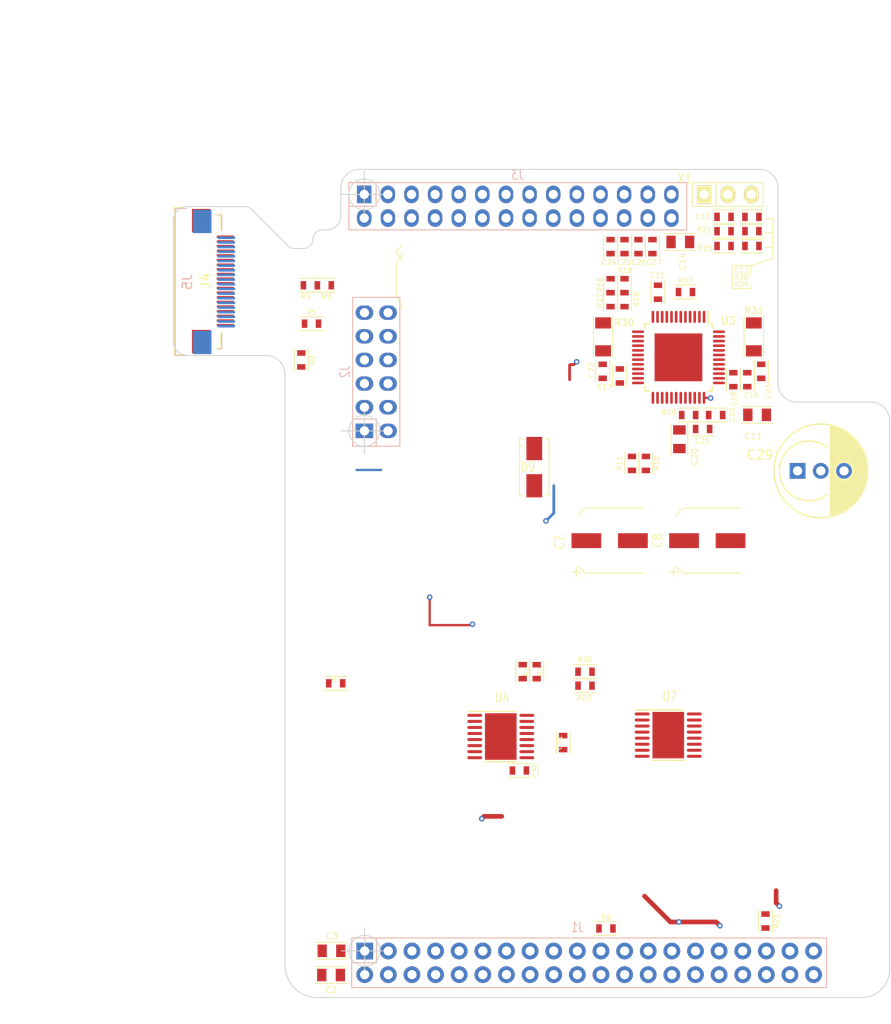
<source format=kicad_pcb>
(kicad_pcb (version 4) (host pcbnew 4.0.7-e2-6376~58~ubuntu16.04.1)

  (general
    (links 523)
    (no_connects 1)
    (area 91.394999 30.869999 168.495001 119.970001)
    (thickness 1.1)
    (drawings 66)
    (tracks 2947)
    (zones 0)
    (modules 222)
    (nets 157)
  )

  (page A4)
  (title_block
    (title "Revolution Pi Makerboard")
    (date 2018-02-13)
    (rev 18.0.0)
    (company "Team14 - www.team14.at")
    (comment 1 "Open Source Hardware")
    (comment 2 "Attribution 4.0 International (CC BY 4.0)")
  )

  (layers
    (0 F.Cu signal)
    (1 In1.Cu signal)
    (2 In2.Cu signal)
    (31 B.Cu signal)
    (35 F.Paste user)
    (37 F.SilkS user)
    (38 B.Mask user)
    (39 F.Mask user)
    (40 Dwgs.User user hide)
    (41 Cmts.User user)
    (42 Eco1.User user)
    (43 Eco2.User user)
    (44 Edge.Cuts user)
    (45 Margin user)
    (46 B.CrtYd user)
    (47 F.CrtYd user)
    (48 B.Fab user)
    (49 F.Fab user)
  )

  (setup
    (last_trace_width 0.25)
    (user_trace_width 0.25)
    (user_trace_width 0.3)
    (user_trace_width 0.5)
    (user_trace_width 0.7)
    (user_trace_width 1)
    (user_trace_width 2)
    (trace_clearance 0.15)
    (zone_clearance 0.2)
    (zone_45_only no)
    (trace_min 0.15)
    (segment_width 0.1)
    (edge_width 0.1)
    (via_size 0.6)
    (via_drill 0.3)
    (via_min_size 0.5)
    (via_min_drill 0.3)
    (user_via 0.6 0.3)
    (user_via 2 1.5)
    (uvia_size 0.3)
    (uvia_drill 0.1)
    (uvias_allowed no)
    (uvia_min_size 0.2)
    (uvia_min_drill 0.1)
    (pcb_text_width 0.3)
    (pcb_text_size 1.5 1.5)
    (mod_edge_width 0.15)
    (mod_text_size 0.8 0.8)
    (mod_text_width 0.13)
    (pad_size 1.524 1.524)
    (pad_drill 0.762)
    (pad_to_mask_clearance 0.1)
    (aux_axis_origin 103.445 119.92)
    (visible_elements 7FFFFF7F)
    (pcbplotparams
      (layerselection 0x010e0_80000007)
      (usegerberextensions false)
      (excludeedgelayer true)
      (linewidth 0.100000)
      (plotframeref false)
      (viasonmask true)
      (mode 1)
      (useauxorigin true)
      (hpglpennumber 1)
      (hpglpenspeed 20)
      (hpglpendiameter 15)
      (hpglpenoverlay 2)
      (psnegative false)
      (psa4output false)
      (plotreference false)
      (plotvalue true)
      (plotinvisibletext false)
      (padsonsilk false)
      (subtractmaskfromsilk false)
      (outputformat 1)
      (mirror false)
      (drillshape 0)
      (scaleselection 1)
      (outputdirectory ./cam))
  )

  (net 0 "")
  (net 1 GND)
  (net 2 +3V3)
  (net 3 +5V)
  (net 4 +24V)
  (net 5 /MOSI)
  (net 6 /MISO)
  (net 7 /SCLK)
  (net 8 /SCLK_DISP)
  (net 9 /MISO_DISP)
  (net 10 /MOSI_DISP)
  (net 11 /BLVDD)
  (net 12 "Net-(R10-Pad2)")
  (net 13 "Net-(R11-Pad2)")
  (net 14 "Net-(R18-Pad2)")
  (net 15 VExt)
  (net 16 /GPIO12/VCP)
  (net 17 /GPIO12/VREF_Comp)
  (net 18 /ADC_UpropI12)
  (net 19 /GPIO34/VCP)
  (net 20 /GPIO34/VREF_Comp)
  (net 21 /ADC_UpropI34)
  (net 22 /IO2)
  (net 23 /IO4)
  (net 24 /IO1)
  (net 25 /IO3)
  (net 26 /nSleep1234)
  (net 27 /GPIO12/isns)
  (net 28 /GPIO34/isns)
  (net 29 /Encoder/A_REC)
  (net 30 /Encoder/B_REC)
  (net 31 /Encoder/Z_REC)
  (net 32 /Encoder/Y_REC)
  (net 33 /Encoder/DI2_REC)
  (net 34 /Encoder/DI3_REC)
  (net 35 /Encoder/~A~_REC)
  (net 36 /Encoder/~B~_REC)
  (net 37 /Encoder/~Z~_REC)
  (net 38 /Encoder/~Y~_REC)
  (net 39 /Stepperdriver/BRB)
  (net 40 /Stepperdriver/BRA)
  (net 41 /STP_B1)
  (net 42 /STP_B2)
  (net 43 /STP_A1)
  (net 44 /STP_A2)
  (net 45 /Temp1+)
  (net 46 /Temp1_ADC)
  (net 47 /Temp2+)
  (net 48 /Temp2_ADC)
  (net 49 /~A)
  (net 50 /A)
  (net 51 /~B)
  (net 52 /B)
  (net 53 /~Z)
  (net 54 /Z)
  (net 55 /Y)
  (net 56 /~Y)
  (net 57 "Net-(R16-Pad2)")
  (net 58 "Net-(R20-Pad1)")
  (net 59 "Net-(R21-Pad1)")
  (net 60 "Net-(R22-Pad2)")
  (net 61 "Net-(R23-Pad2)")
  (net 62 "Net-(R26-Pad2)")
  (net 63 "Net-(R27-Pad2)")
  (net 64 "Net-(R33-Pad1)")
  (net 65 "Net-(R34-Pad1)")
  (net 66 /ZO_ENC)
  (net 67 /BO_ENC)
  (net 68 /AO_ENC)
  (net 69 "Net-(R39-Pad1)")
  (net 70 "Net-(R40-Pad1)")
  (net 71 "Net-(R41-Pad1)")
  (net 72 "Net-(R42-Pad1)")
  (net 73 "Net-(R43-Pad1)")
  (net 74 "Net-(R56-Pad1)")
  (net 75 "Net-(R104-Pad1)")
  (net 76 "Net-(R105-Pad1)")
  (net 77 "Net-(C32-Pad1)")
  (net 78 "Net-(C37-Pad1)")
  (net 79 "Net-(C57-Pad1)")
  (net 80 "Net-(C63-Pad1)")
  (net 81 /SDA1)
  (net 82 /SCL1)
  (net 83 /ENOut3)
  (net 84 /~CS_DISP)
  (net 85 /Out3)
  (net 86 /Out4)
  (net 87 /Out1)
  (net 88 /ENOut1)
  (net 89 /Out2)
  (net 90 /DI6)
  (net 91 /DI5)
  (net 92 /INT_DISP_cab)
  (net 93 /PD_DISP_cab)
  (net 94 /CS_DISP_cab)
  (net 95 "Net-(R83-Pad1)")
  (net 96 "Net-(R84-Pad1)")
  (net 97 "Net-(R85-Pad1)")
  (net 98 "Net-(R86-Pad1)")
  (net 99 "Net-(R87-Pad1)")
  (net 100 "Net-(R88-Pad1)")
  (net 101 /~CS_ENC)
  (net 102 "Net-(R89-Pad1)")
  (net 103 "Net-(R90-Pad1)")
  (net 104 "Net-(R91-Pad1)")
  (net 105 "Net-(R101-Pad1)")
  (net 106 "Net-(R102-Pad1)")
  (net 107 "Net-(R103-Pad1)")
  (net 108 "Net-(R118-Pad1)")
  (net 109 /Stepperdriver/REFL_CON)
  (net 110 /Stepperdriver/REFR_CON)
  (net 111 /ID_SD)
  (net 112 /ID_SC)
  (net 113 "Net-(C38-Pad1)")
  (net 114 "Net-(C39-Pad1)")
  (net 115 "Net-(C45-Pad2)")
  (net 116 /INT_DISP)
  (net 117 "Net-(C19-Pad2)")
  (net 118 "Net-(C40-Pad1)")
  (net 119 "Net-(C46-Pad2)")
  (net 120 "Net-(C18-Pad1)")
  (net 121 "Net-(C19-Pad1)")
  (net 122 "Net-(C20-Pad2)")
  (net 123 "Net-(C21-Pad2)")
  (net 124 "Net-(C32-Pad2)")
  (net 125 "Net-(C41-Pad1)")
  (net 126 "Net-(C42-Pad1)")
  (net 127 "Net-(C47-Pad2)")
  (net 128 "Net-(C48-Pad2)")
  (net 129 "Net-(C53-Pad1)")
  (net 130 "Net-(C63-Pad2)")
  (net 131 "Net-(C68-Pad1)")
  (net 132 "Net-(C69-Pad1)")
  (net 133 "Net-(R32-Pad1)")
  (net 134 "Net-(R38-Pad1)")
  (net 135 "Net-(R49-Pad2)")
  (net 136 "Net-(R55-Pad1)")
  (net 137 "Net-(R81-Pad2)")
  (net 138 "Net-(R82-Pad1)")
  (net 139 "Net-(R100-Pad1)")
  (net 140 "Net-(R111-Pad2)")
  (net 141 "Net-(R117-Pad1)")
  (net 142 /~CS_Stepper)
  (net 143 /Stepperdriver/nDRV_EN_IC)
  (net 144 /PD_DISP)
  (net 145 /~EN_Stepper)
  (net 146 /ENOut4)
  (net 147 /In3)
  (net 148 /In4)
  (net 149 /YO_ENC)
  (net 150 /L_DI5)
  (net 151 /L_DI6)
  (net 152 /INT_ENC)
  (net 153 /ENOut2)
  (net 154 /In1)
  (net 155 /In2)
  (net 156 /nFAULT1234)

  (net_class Default "This is the default net class."
    (clearance 0.15)
    (trace_width 0.25)
    (via_dia 0.6)
    (via_drill 0.3)
    (uvia_dia 0.3)
    (uvia_drill 0.1)
    (add_net +24V)
    (add_net +3V3)
    (add_net +5V)
    (add_net /A)
    (add_net /ADC_UpropI12)
    (add_net /ADC_UpropI34)
    (add_net /AO_ENC)
    (add_net /B)
    (add_net /BLVDD)
    (add_net /BO_ENC)
    (add_net /CS_DISP_cab)
    (add_net /DI5)
    (add_net /DI6)
    (add_net /ENOut1)
    (add_net /ENOut2)
    (add_net /ENOut3)
    (add_net /ENOut4)
    (add_net /Encoder/A_REC)
    (add_net /Encoder/B_REC)
    (add_net /Encoder/DI2_REC)
    (add_net /Encoder/DI3_REC)
    (add_net /Encoder/Y_REC)
    (add_net /Encoder/Z_REC)
    (add_net /Encoder/~A~_REC)
    (add_net /Encoder/~B~_REC)
    (add_net /Encoder/~Y~_REC)
    (add_net /Encoder/~Z~_REC)
    (add_net /GPIO12/VCP)
    (add_net /GPIO12/VREF_Comp)
    (add_net /GPIO12/isns)
    (add_net /GPIO34/VCP)
    (add_net /GPIO34/VREF_Comp)
    (add_net /GPIO34/isns)
    (add_net /ID_SC)
    (add_net /ID_SD)
    (add_net /INT_DISP)
    (add_net /INT_DISP_cab)
    (add_net /INT_ENC)
    (add_net /IO1)
    (add_net /IO2)
    (add_net /IO3)
    (add_net /IO4)
    (add_net /In1)
    (add_net /In2)
    (add_net /In3)
    (add_net /In4)
    (add_net /L_DI5)
    (add_net /L_DI6)
    (add_net /MISO)
    (add_net /MISO_DISP)
    (add_net /MOSI)
    (add_net /MOSI_DISP)
    (add_net /Out1)
    (add_net /Out2)
    (add_net /Out3)
    (add_net /Out4)
    (add_net /PD_DISP)
    (add_net /PD_DISP_cab)
    (add_net /SCL1)
    (add_net /SCLK)
    (add_net /SCLK_DISP)
    (add_net /SDA1)
    (add_net /STP_A1)
    (add_net /STP_A2)
    (add_net /STP_B1)
    (add_net /STP_B2)
    (add_net /Stepperdriver/BRA)
    (add_net /Stepperdriver/BRB)
    (add_net /Stepperdriver/REFL_CON)
    (add_net /Stepperdriver/REFR_CON)
    (add_net /Stepperdriver/nDRV_EN_IC)
    (add_net /Temp1+)
    (add_net /Temp1_ADC)
    (add_net /Temp2+)
    (add_net /Temp2_ADC)
    (add_net /Y)
    (add_net /YO_ENC)
    (add_net /Z)
    (add_net /ZO_ENC)
    (add_net /nFAULT1234)
    (add_net /nSleep1234)
    (add_net /~A)
    (add_net /~B)
    (add_net /~CS_DISP)
    (add_net /~CS_ENC)
    (add_net /~CS_Stepper)
    (add_net /~EN_Stepper)
    (add_net /~Y)
    (add_net /~Z)
    (add_net GND)
    (add_net "Net-(C18-Pad1)")
    (add_net "Net-(C19-Pad1)")
    (add_net "Net-(C19-Pad2)")
    (add_net "Net-(C20-Pad2)")
    (add_net "Net-(C21-Pad2)")
    (add_net "Net-(C32-Pad1)")
    (add_net "Net-(C32-Pad2)")
    (add_net "Net-(C37-Pad1)")
    (add_net "Net-(C38-Pad1)")
    (add_net "Net-(C39-Pad1)")
    (add_net "Net-(C40-Pad1)")
    (add_net "Net-(C41-Pad1)")
    (add_net "Net-(C42-Pad1)")
    (add_net "Net-(C45-Pad2)")
    (add_net "Net-(C46-Pad2)")
    (add_net "Net-(C47-Pad2)")
    (add_net "Net-(C48-Pad2)")
    (add_net "Net-(C53-Pad1)")
    (add_net "Net-(C57-Pad1)")
    (add_net "Net-(C63-Pad1)")
    (add_net "Net-(C63-Pad2)")
    (add_net "Net-(C68-Pad1)")
    (add_net "Net-(C69-Pad1)")
    (add_net "Net-(R10-Pad2)")
    (add_net "Net-(R100-Pad1)")
    (add_net "Net-(R101-Pad1)")
    (add_net "Net-(R102-Pad1)")
    (add_net "Net-(R103-Pad1)")
    (add_net "Net-(R104-Pad1)")
    (add_net "Net-(R105-Pad1)")
    (add_net "Net-(R11-Pad2)")
    (add_net "Net-(R111-Pad2)")
    (add_net "Net-(R117-Pad1)")
    (add_net "Net-(R118-Pad1)")
    (add_net "Net-(R16-Pad2)")
    (add_net "Net-(R18-Pad2)")
    (add_net "Net-(R20-Pad1)")
    (add_net "Net-(R21-Pad1)")
    (add_net "Net-(R22-Pad2)")
    (add_net "Net-(R23-Pad2)")
    (add_net "Net-(R26-Pad2)")
    (add_net "Net-(R27-Pad2)")
    (add_net "Net-(R32-Pad1)")
    (add_net "Net-(R33-Pad1)")
    (add_net "Net-(R34-Pad1)")
    (add_net "Net-(R38-Pad1)")
    (add_net "Net-(R39-Pad1)")
    (add_net "Net-(R40-Pad1)")
    (add_net "Net-(R41-Pad1)")
    (add_net "Net-(R42-Pad1)")
    (add_net "Net-(R43-Pad1)")
    (add_net "Net-(R49-Pad2)")
    (add_net "Net-(R55-Pad1)")
    (add_net "Net-(R56-Pad1)")
    (add_net "Net-(R81-Pad2)")
    (add_net "Net-(R82-Pad1)")
    (add_net "Net-(R83-Pad1)")
    (add_net "Net-(R84-Pad1)")
    (add_net "Net-(R85-Pad1)")
    (add_net "Net-(R86-Pad1)")
    (add_net "Net-(R87-Pad1)")
    (add_net "Net-(R88-Pad1)")
    (add_net "Net-(R89-Pad1)")
    (add_net "Net-(R90-Pad1)")
    (add_net "Net-(R91-Pad1)")
    (add_net VExt)
  )

  (net_class Primary-Supply ""
    (clearance 0.5)
    (trace_width 0.5)
    (via_dia 0.6)
    (via_drill 0.3)
    (uvia_dia 0.3)
    (uvia_drill 0.1)
  )

  (module t14_standardSMD:SMA (layer F.Cu) (tedit 5ACBC165) (tstamp 5AB25C96)
    (at 130.245 62.92 270)
    (descr "Diode SMA")
    (tags "Diode, SMA")
    (path /5AB17405/5AB1E8C9)
    (attr smd)
    (fp_text reference D9 (at 0.000382 0.7 360) (layer F.SilkS)
      (effects (font (size 1 0.8) (thickness 0.1)))
    )
    (fp_text value SMAJ33CA (at 0.000382 -0.799642 270) (layer Dwgs.User)
      (effects (font (size 1 0.8) (thickness 0.1)))
    )
    (fp_line (start -2.299618 -1.599642) (end -2.299618 1.600358) (layer F.Fab) (width 0.1))
    (fp_line (start 3.100382 -1.599642) (end -3.099618 -1.599642) (layer F.Fab) (width 0.1))
    (fp_line (start -3.099618 -1.599642) (end -3.099618 1.600358) (layer F.Fab) (width 0.1))
    (fp_line (start -3.099618 1.600358) (end 3.100382 1.600358) (layer F.Fab) (width 0.1))
    (fp_line (start 3.100382 1.600358) (end 3.100382 -1.599642) (layer F.Fab) (width 0.1))
    (fp_line (start -3.099618 -1.599642) (end -3.099618 1.600358) (layer F.CrtYd) (width 0.05))
    (fp_line (start -3.099618 1.600358) (end 3.100382 1.600358) (layer F.CrtYd) (width 0.05))
    (fp_line (start 3.100382 1.600358) (end 3.100382 -1.599642) (layer F.CrtYd) (width 0.05))
    (fp_line (start 3.100382 -1.599642) (end -3.099618 -1.599642) (layer F.CrtYd) (width 0.05))
    (fp_line (start -3.049618 -1.599642) (end 3.050382 -1.599642) (layer F.SilkS) (width 0.1))
    (fp_line (start 3.050382 1.600358) (end -3.049618 1.600358) (layer F.SilkS) (width 0.1))
    (fp_line (start -2.300478 -1.599702) (end -2.300478 -1.249182) (layer F.SilkS) (width 0.1))
    (fp_line (start -2.300478 1.600418) (end -2.300478 1.249898) (layer F.SilkS) (width 0.1))
    (fp_line (start -3.050058 -1.599702) (end -3.050058 -1.249182) (layer F.SilkS) (width 0.1))
    (fp_line (start 3.050822 -1.599702) (end 3.050822 -1.249182) (layer F.SilkS) (width 0.1))
    (fp_line (start 3.050822 1.600418) (end 3.050822 1.249898) (layer F.SilkS) (width 0.1))
    (fp_line (start -3.050058 1.600418) (end -3.050058 1.249898) (layer F.SilkS) (width 0.1))
    (pad 1 smd rect (at -2 0 270) (size 2.5 1.7) (layers F.Cu F.Paste F.Mask)
      (net 32 /Encoder/Y_REC) (solder_mask_margin 0.1) (solder_paste_margin -0.1))
    (pad 2 smd rect (at 2 0 270) (size 2.5 1.7) (layers F.Cu F.Paste F.Mask)
      (net 1 GND) (solder_mask_margin 0.1) (solder_paste_margin -0.1))
    (model "SMD Packages.3dshapes/DO-214-AC_SMA.wrl"
      (at (xyz 0 0 0))
      (scale (xyz 1 0.8 1))
      (rotate (xyz 0 0 180))
    )
  )

  (module t14_standardSMD:C2012m (layer F.Cu) (tedit 592B139D) (tstamp 5AA64890)
    (at 108.4 117.5 180)
    (descr "SMT Cap 0805")
    (tags "0805 Cap")
    (path /5AA4FBB3)
    (attr smd)
    (fp_text reference C2 (at 0 -1.6 180) (layer F.SilkS)
      (effects (font (size 0.65 0.65) (thickness 0.09)))
    )
    (fp_text value DNP (at 0 -0.4 180) (layer Dwgs.User)
      (effects (font (size 0.65 0.65) (thickness 0.09)))
    )
    (fp_line (start 1.8 -1) (end 1.8 1) (layer F.Fab) (width 0.1))
    (fp_line (start -1.8 -1) (end 1.8 -1) (layer F.Fab) (width 0.1))
    (fp_line (start -1.8 1) (end -1.8 -1) (layer F.Fab) (width 0.1))
    (fp_line (start 1.8 1) (end -1.8 1) (layer F.Fab) (width 0.1))
    (fp_line (start 1.8 1) (end 1.8 -1) (layer F.CrtYd) (width 0.05))
    (fp_line (start 1.8 -1) (end -1.8 -1) (layer F.CrtYd) (width 0.05))
    (fp_line (start -1.8 -1) (end -1.8 1) (layer F.CrtYd) (width 0.05))
    (fp_line (start -1.8 1) (end 1.8 1) (layer F.CrtYd) (width 0.05))
    (fp_line (start -1.7 -0.9) (end 1.7 -0.9) (layer F.SilkS) (width 0.1))
    (fp_line (start 1.7 0.9) (end -1.7 0.9) (layer F.SilkS) (width 0.1))
    (pad 2 smd rect (at 1 0 180) (size 1 1.35) (layers F.Cu F.Paste F.Mask)
      (net 1 GND) (solder_mask_margin 0.07))
    (pad 1 smd rect (at -1 0 180) (size 1 1.35) (layers F.Cu F.Paste F.Mask)
      (net 3 +5V) (solder_mask_margin 0.07))
    (model Capacitors_SMD.3dshapes/C_0805.wrl
      (at (xyz 0 0 0))
      (scale (xyz 1 1 1))
      (rotate (xyz 0 0 0))
    )
  )

  (module t14_standardSMD:C2012m (layer F.Cu) (tedit 592B139D) (tstamp 5AA648A0)
    (at 108.445 114.9 180)
    (descr "SMT Cap 0805")
    (tags "0805 Cap")
    (path /5AA4FC4E)
    (attr smd)
    (fp_text reference C3 (at -0.055 1.6 180) (layer F.SilkS)
      (effects (font (size 0.65 0.65) (thickness 0.09)))
    )
    (fp_text value DNP (at 0 -0.4 180) (layer Dwgs.User)
      (effects (font (size 0.65 0.65) (thickness 0.09)))
    )
    (fp_line (start 1.8 -1) (end 1.8 1) (layer F.Fab) (width 0.1))
    (fp_line (start -1.8 -1) (end 1.8 -1) (layer F.Fab) (width 0.1))
    (fp_line (start -1.8 1) (end -1.8 -1) (layer F.Fab) (width 0.1))
    (fp_line (start 1.8 1) (end -1.8 1) (layer F.Fab) (width 0.1))
    (fp_line (start 1.8 1) (end 1.8 -1) (layer F.CrtYd) (width 0.05))
    (fp_line (start 1.8 -1) (end -1.8 -1) (layer F.CrtYd) (width 0.05))
    (fp_line (start -1.8 -1) (end -1.8 1) (layer F.CrtYd) (width 0.05))
    (fp_line (start -1.8 1) (end 1.8 1) (layer F.CrtYd) (width 0.05))
    (fp_line (start -1.7 -0.9) (end 1.7 -0.9) (layer F.SilkS) (width 0.1))
    (fp_line (start 1.7 0.9) (end -1.7 0.9) (layer F.SilkS) (width 0.1))
    (pad 2 smd rect (at 1 0 180) (size 1 1.35) (layers F.Cu F.Paste F.Mask)
      (net 1 GND) (solder_mask_margin 0.07))
    (pad 1 smd rect (at -1 0 180) (size 1 1.35) (layers F.Cu F.Paste F.Mask)
      (net 2 +3V3) (solder_mask_margin 0.07))
    (model Capacitors_SMD.3dshapes/C_0805.wrl
      (at (xyz 0 0 0))
      (scale (xyz 1 1 1))
      (rotate (xyz 0 0 0))
    )
  )

  (module t14_standardSMD:ELKO_D (layer F.Cu) (tedit 5620A815) (tstamp 5AA648B3)
    (at 138.345 70.82 180)
    (descr "SMT capacitor, aluminium electrolytic")
    (tags "ELKO D")
    (path /5AA548BE/5AA55E2C)
    (attr smd)
    (fp_text reference C7 (at 5.345 -0.18 270) (layer F.SilkS)
      (effects (font (size 1 0.8) (thickness 0.1)))
    )
    (fp_text value C_pol (at 0 -1.95 180) (layer Dwgs.User)
      (effects (font (size 1 0.8) (thickness 0.1)))
    )
    (fp_line (start 2.794 -2.54) (end 4.064 -2.54) (layer F.Fab) (width 0.1))
    (fp_line (start 3.429 -3.175) (end 3.429 -1.905) (layer F.Fab) (width 0.1))
    (fp_circle (center 0 0) (end 2.8575 1.9685) (layer F.Fab) (width 0.1))
    (fp_line (start 3.1 -3.4) (end 4.1 -3.4) (layer F.SilkS) (width 0.1))
    (fp_line (start 3.6 -2.9) (end 3.6 -3.9) (layer F.SilkS) (width 0.1))
    (fp_line (start -3.9 3.5) (end 3.9 3.5) (layer F.CrtYd) (width 0.05))
    (fp_line (start 3.9 3.5) (end 3.9 -3.5) (layer F.CrtYd) (width 0.05))
    (fp_line (start 3.9 -3.5) (end -3.9 -3.5) (layer F.CrtYd) (width 0.05))
    (fp_line (start -3.9 -3.5) (end -3.9 3.5) (layer F.CrtYd) (width 0.05))
    (fp_line (start -3.6 3.491) (end 2.6 3.491) (layer F.SilkS) (width 0.1))
    (fp_line (start 2.629 3.491) (end 3.391 2.729) (layer F.SilkS) (width 0.1))
    (fp_line (start 3.391 -2.729) (end 2.629 -3.491) (layer F.SilkS) (width 0.1))
    (fp_line (start 2.6 -3.491) (end -3.6 -3.491) (layer F.SilkS) (width 0.1))
    (pad 1 smd rect (at 2.5 0 180) (size 3.2 1.6) (layers F.Cu F.Paste F.Mask)
      (net 15 VExt) (solder_mask_margin 0.07) (solder_paste_margin -0.025))
    (pad 2 smd rect (at -2.5 0 180) (size 3.2 1.6) (layers F.Cu F.Paste F.Mask)
      (net 1 GND) (solder_mask_margin 0.07) (solder_paste_margin -0.025))
    (model Capacitors_SMD.3dshapes/CP_Elec_6.3x5.8.wrl
      (at (xyz 0 0 0))
      (scale (xyz 1 1 1))
      (rotate (xyz 0 0 0))
    )
  )

  (module t14_standardSMD:C1608m (layer F.Cu) (tedit 592B138F) (tstamp 5AA648C3)
    (at 153.645 36.02 180)
    (descr "SMT Cap 0603")
    (tags "0603 Cap")
    (path /5AA548BE/5AA59EC0)
    (attr smd)
    (fp_text reference C12 (at 1.145 -5.73 360) (layer F.SilkS)
      (effects (font (size 0.55 0.55) (thickness 0.075)))
    )
    (fp_text value DNP (at 0 -0.3 180) (layer Dwgs.User)
      (effects (font (size 0.55 0.55) (thickness 0.075)))
    )
    (fp_line (start -1.45 -0.75) (end 1.45 -0.75) (layer F.Fab) (width 0.1))
    (fp_line (start -1.45 0.75) (end -1.45 -0.75) (layer F.Fab) (width 0.1))
    (fp_line (start 1.45 0.75) (end -1.45 0.75) (layer F.Fab) (width 0.1))
    (fp_line (start 1.45 -0.75) (end 1.45 0.75) (layer F.Fab) (width 0.1))
    (fp_line (start -1.45 0.75) (end -1.45 -0.75) (layer F.CrtYd) (width 0.05))
    (fp_line (start 1.45 -0.75) (end 1.45 0.75) (layer F.CrtYd) (width 0.05))
    (fp_line (start -1.45 0.75) (end 1.45 0.75) (layer F.CrtYd) (width 0.05))
    (fp_line (start 1.45 -0.75) (end -1.45 -0.75) (layer F.CrtYd) (width 0.05))
    (fp_line (start -1.2 0.75) (end 1.2 0.75) (layer F.SilkS) (width 0.1))
    (fp_line (start 1.2 -0.75) (end -1.2 -0.75) (layer F.SilkS) (width 0.1))
    (pad 2 smd rect (at 0.75184 0 180) (size 0.6 0.9) (layers F.Cu F.Paste F.Mask)
      (net 1 GND) (solder_mask_margin 0.07))
    (pad 1 smd rect (at -0.75184 0 180) (size 0.6 0.9) (layers F.Cu F.Paste F.Mask)
      (net 109 /Stepperdriver/REFL_CON) (solder_mask_margin 0.07))
    (model Capacitors_SMD.3dshapes/C_0603.wrl
      (at (xyz 0 0 0))
      (scale (xyz 1 1 1))
      (rotate (xyz 0 0 0))
    )
  )

  (module t14_standardSMD:C1608m (layer F.Cu) (tedit 592B138F) (tstamp 5AA648D3)
    (at 150.645 36.02)
    (descr "SMT Cap 0603")
    (tags "0603 Cap")
    (path /5AA548BE/5AA5A31A)
    (attr smd)
    (fp_text reference C13 (at -2.245 -0.02) (layer F.SilkS)
      (effects (font (size 0.55 0.55) (thickness 0.075)))
    )
    (fp_text value DNP (at 0 -0.3) (layer Dwgs.User)
      (effects (font (size 0.55 0.55) (thickness 0.075)))
    )
    (fp_line (start -1.45 -0.75) (end 1.45 -0.75) (layer F.Fab) (width 0.1))
    (fp_line (start -1.45 0.75) (end -1.45 -0.75) (layer F.Fab) (width 0.1))
    (fp_line (start 1.45 0.75) (end -1.45 0.75) (layer F.Fab) (width 0.1))
    (fp_line (start 1.45 -0.75) (end 1.45 0.75) (layer F.Fab) (width 0.1))
    (fp_line (start -1.45 0.75) (end -1.45 -0.75) (layer F.CrtYd) (width 0.05))
    (fp_line (start 1.45 -0.75) (end 1.45 0.75) (layer F.CrtYd) (width 0.05))
    (fp_line (start -1.45 0.75) (end 1.45 0.75) (layer F.CrtYd) (width 0.05))
    (fp_line (start 1.45 -0.75) (end -1.45 -0.75) (layer F.CrtYd) (width 0.05))
    (fp_line (start -1.2 0.75) (end 1.2 0.75) (layer F.SilkS) (width 0.1))
    (fp_line (start 1.2 -0.75) (end -1.2 -0.75) (layer F.SilkS) (width 0.1))
    (pad 2 smd rect (at 0.75184 0) (size 0.6 0.9) (layers F.Cu F.Paste F.Mask)
      (net 1 GND) (solder_mask_margin 0.07))
    (pad 1 smd rect (at -0.75184 0) (size 0.6 0.9) (layers F.Cu F.Paste F.Mask)
      (net 110 /Stepperdriver/REFR_CON) (solder_mask_margin 0.07))
    (model Capacitors_SMD.3dshapes/C_0603.wrl
      (at (xyz 0 0 0))
      (scale (xyz 1 1 1))
      (rotate (xyz 0 0 0))
    )
  )

  (module t14_standardSMD:ELKO_D (layer F.Cu) (tedit 5620A815) (tstamp 5AA648E6)
    (at 148.845 70.82 180)
    (descr "SMT capacitor, aluminium electrolytic")
    (tags "ELKO D")
    (path /5AA548BE/5AA55BA0)
    (attr smd)
    (fp_text reference C8 (at 5.345 0.02 270) (layer F.SilkS)
      (effects (font (size 1 0.8) (thickness 0.1)))
    )
    (fp_text value C_pol (at 0 -1.95 180) (layer Dwgs.User)
      (effects (font (size 1 0.8) (thickness 0.1)))
    )
    (fp_line (start 2.794 -2.54) (end 4.064 -2.54) (layer F.Fab) (width 0.1))
    (fp_line (start 3.429 -3.175) (end 3.429 -1.905) (layer F.Fab) (width 0.1))
    (fp_circle (center 0 0) (end 2.8575 1.9685) (layer F.Fab) (width 0.1))
    (fp_line (start 3.1 -3.4) (end 4.1 -3.4) (layer F.SilkS) (width 0.1))
    (fp_line (start 3.6 -2.9) (end 3.6 -3.9) (layer F.SilkS) (width 0.1))
    (fp_line (start -3.9 3.5) (end 3.9 3.5) (layer F.CrtYd) (width 0.05))
    (fp_line (start 3.9 3.5) (end 3.9 -3.5) (layer F.CrtYd) (width 0.05))
    (fp_line (start 3.9 -3.5) (end -3.9 -3.5) (layer F.CrtYd) (width 0.05))
    (fp_line (start -3.9 -3.5) (end -3.9 3.5) (layer F.CrtYd) (width 0.05))
    (fp_line (start -3.6 3.491) (end 2.6 3.491) (layer F.SilkS) (width 0.1))
    (fp_line (start 2.629 3.491) (end 3.391 2.729) (layer F.SilkS) (width 0.1))
    (fp_line (start 3.391 -2.729) (end 2.629 -3.491) (layer F.SilkS) (width 0.1))
    (fp_line (start 2.6 -3.491) (end -3.6 -3.491) (layer F.SilkS) (width 0.1))
    (pad 1 smd rect (at 2.5 0 180) (size 3.2 1.6) (layers F.Cu F.Paste F.Mask)
      (net 15 VExt) (solder_mask_margin 0.07) (solder_paste_margin -0.025))
    (pad 2 smd rect (at -2.5 0 180) (size 3.2 1.6) (layers F.Cu F.Paste F.Mask)
      (net 1 GND) (solder_mask_margin 0.07) (solder_paste_margin -0.025))
    (model Capacitors_SMD.3dshapes/CP_Elec_6.3x5.8.wrl
      (at (xyz 0 0 0))
      (scale (xyz 1 1 1))
      (rotate (xyz 0 0 0))
    )
  )

  (module t14_standardSMD:C2012m (layer F.Cu) (tedit 592B139D) (tstamp 5AA648F6)
    (at 154.2 57.3 180)
    (descr "SMT Cap 0805")
    (tags "0805 Cap")
    (path /5AA548BE/5AA55D88)
    (attr smd)
    (fp_text reference C11 (at 0.4 -2.3 180) (layer F.SilkS)
      (effects (font (size 0.65 0.65) (thickness 0.09)))
    )
    (fp_text value 2u2/50V (at 0 -0.4 180) (layer Dwgs.User)
      (effects (font (size 0.65 0.65) (thickness 0.09)))
    )
    (fp_line (start 1.8 -1) (end 1.8 1) (layer F.Fab) (width 0.1))
    (fp_line (start -1.8 -1) (end 1.8 -1) (layer F.Fab) (width 0.1))
    (fp_line (start -1.8 1) (end -1.8 -1) (layer F.Fab) (width 0.1))
    (fp_line (start 1.8 1) (end -1.8 1) (layer F.Fab) (width 0.1))
    (fp_line (start 1.8 1) (end 1.8 -1) (layer F.CrtYd) (width 0.05))
    (fp_line (start 1.8 -1) (end -1.8 -1) (layer F.CrtYd) (width 0.05))
    (fp_line (start -1.8 -1) (end -1.8 1) (layer F.CrtYd) (width 0.05))
    (fp_line (start -1.8 1) (end 1.8 1) (layer F.CrtYd) (width 0.05))
    (fp_line (start -1.7 -0.9) (end 1.7 -0.9) (layer F.SilkS) (width 0.1))
    (fp_line (start 1.7 0.9) (end -1.7 0.9) (layer F.SilkS) (width 0.1))
    (pad 2 smd rect (at 1 0 180) (size 1 1.35) (layers F.Cu F.Paste F.Mask)
      (net 1 GND) (solder_mask_margin 0.07))
    (pad 1 smd rect (at -1 0 180) (size 1 1.35) (layers F.Cu F.Paste F.Mask)
      (net 15 VExt) (solder_mask_margin 0.07))
    (model Capacitors_SMD.3dshapes/C_0805.wrl
      (at (xyz 0 0 0))
      (scale (xyz 1 1 1))
      (rotate (xyz 0 0 0))
    )
  )

  (module t14_standardSMD:C2012m (layer F.Cu) (tedit 592B139D) (tstamp 5AA64906)
    (at 145.945 38.72)
    (descr "SMT Cap 0805")
    (tags "0805 Cap")
    (path /5AA548BE/5AA5599C)
    (attr smd)
    (fp_text reference C14 (at 0.255 2.08 270) (layer F.SilkS)
      (effects (font (size 0.65 0.65) (thickness 0.09)))
    )
    (fp_text value 2u2/50V (at 0 -0.4) (layer Dwgs.User)
      (effects (font (size 0.65 0.65) (thickness 0.09)))
    )
    (fp_line (start 1.8 -1) (end 1.8 1) (layer F.Fab) (width 0.1))
    (fp_line (start -1.8 -1) (end 1.8 -1) (layer F.Fab) (width 0.1))
    (fp_line (start -1.8 1) (end -1.8 -1) (layer F.Fab) (width 0.1))
    (fp_line (start 1.8 1) (end -1.8 1) (layer F.Fab) (width 0.1))
    (fp_line (start 1.8 1) (end 1.8 -1) (layer F.CrtYd) (width 0.05))
    (fp_line (start 1.8 -1) (end -1.8 -1) (layer F.CrtYd) (width 0.05))
    (fp_line (start -1.8 -1) (end -1.8 1) (layer F.CrtYd) (width 0.05))
    (fp_line (start -1.8 1) (end 1.8 1) (layer F.CrtYd) (width 0.05))
    (fp_line (start -1.7 -0.9) (end 1.7 -0.9) (layer F.SilkS) (width 0.1))
    (fp_line (start 1.7 0.9) (end -1.7 0.9) (layer F.SilkS) (width 0.1))
    (pad 2 smd rect (at 1 0) (size 1 1.35) (layers F.Cu F.Paste F.Mask)
      (net 1 GND) (solder_mask_margin 0.07))
    (pad 1 smd rect (at -1 0) (size 1 1.35) (layers F.Cu F.Paste F.Mask)
      (net 15 VExt) (solder_mask_margin 0.07))
    (model Capacitors_SMD.3dshapes/C_0805.wrl
      (at (xyz 0 0 0))
      (scale (xyz 1 1 1))
      (rotate (xyz 0 0 0))
    )
  )

  (module t14_standardSMD:C1608m (layer F.Cu) (tedit 592B138F) (tstamp 5AA64916)
    (at 143.545 44.12 90)
    (descr "SMT Cap 0603")
    (tags "0603 Cap")
    (path /5AA548BE/5AA55011)
    (attr smd)
    (fp_text reference C15 (at 1.82 -0.045 180) (layer F.SilkS)
      (effects (font (size 0.55 0.55) (thickness 0.075)))
    )
    (fp_text value 100n (at 0 -0.3 90) (layer Dwgs.User)
      (effects (font (size 0.55 0.55) (thickness 0.075)))
    )
    (fp_line (start -1.45 -0.75) (end 1.45 -0.75) (layer F.Fab) (width 0.1))
    (fp_line (start -1.45 0.75) (end -1.45 -0.75) (layer F.Fab) (width 0.1))
    (fp_line (start 1.45 0.75) (end -1.45 0.75) (layer F.Fab) (width 0.1))
    (fp_line (start 1.45 -0.75) (end 1.45 0.75) (layer F.Fab) (width 0.1))
    (fp_line (start -1.45 0.75) (end -1.45 -0.75) (layer F.CrtYd) (width 0.05))
    (fp_line (start 1.45 -0.75) (end 1.45 0.75) (layer F.CrtYd) (width 0.05))
    (fp_line (start -1.45 0.75) (end 1.45 0.75) (layer F.CrtYd) (width 0.05))
    (fp_line (start 1.45 -0.75) (end -1.45 -0.75) (layer F.CrtYd) (width 0.05))
    (fp_line (start -1.2 0.75) (end 1.2 0.75) (layer F.SilkS) (width 0.1))
    (fp_line (start 1.2 -0.75) (end -1.2 -0.75) (layer F.SilkS) (width 0.1))
    (pad 2 smd rect (at 0.75184 0 90) (size 0.6 0.9) (layers F.Cu F.Paste F.Mask)
      (net 1 GND) (solder_mask_margin 0.07))
    (pad 1 smd rect (at -0.75184 0 90) (size 0.6 0.9) (layers F.Cu F.Paste F.Mask)
      (net 2 +3V3) (solder_mask_margin 0.07))
    (model Capacitors_SMD.3dshapes/C_0603.wrl
      (at (xyz 0 0 0))
      (scale (xyz 1 1 1))
      (rotate (xyz 0 0 0))
    )
  )

  (module t14_standardSMD:C1608m (layer F.Cu) (tedit 592B138F) (tstamp 5AA64926)
    (at 153.145 53.52 270)
    (descr "SMT Cap 0603")
    (tags "0603 Cap")
    (path /5AA548BE/5AA550A7)
    (attr smd)
    (fp_text reference C16 (at 1.68 -0.455 540) (layer F.SilkS)
      (effects (font (size 0.55 0.55) (thickness 0.075)))
    )
    (fp_text value 100n/50V (at 0 -0.3 270) (layer Dwgs.User)
      (effects (font (size 0.55 0.55) (thickness 0.075)))
    )
    (fp_line (start -1.45 -0.75) (end 1.45 -0.75) (layer F.Fab) (width 0.1))
    (fp_line (start -1.45 0.75) (end -1.45 -0.75) (layer F.Fab) (width 0.1))
    (fp_line (start 1.45 0.75) (end -1.45 0.75) (layer F.Fab) (width 0.1))
    (fp_line (start 1.45 -0.75) (end 1.45 0.75) (layer F.Fab) (width 0.1))
    (fp_line (start -1.45 0.75) (end -1.45 -0.75) (layer F.CrtYd) (width 0.05))
    (fp_line (start 1.45 -0.75) (end 1.45 0.75) (layer F.CrtYd) (width 0.05))
    (fp_line (start -1.45 0.75) (end 1.45 0.75) (layer F.CrtYd) (width 0.05))
    (fp_line (start 1.45 -0.75) (end -1.45 -0.75) (layer F.CrtYd) (width 0.05))
    (fp_line (start -1.2 0.75) (end 1.2 0.75) (layer F.SilkS) (width 0.1))
    (fp_line (start 1.2 -0.75) (end -1.2 -0.75) (layer F.SilkS) (width 0.1))
    (pad 2 smd rect (at 0.75184 0 270) (size 0.6 0.9) (layers F.Cu F.Paste F.Mask)
      (net 1 GND) (solder_mask_margin 0.07))
    (pad 1 smd rect (at -0.75184 0 270) (size 0.6 0.9) (layers F.Cu F.Paste F.Mask)
      (net 15 VExt) (solder_mask_margin 0.07))
    (model Capacitors_SMD.3dshapes/C_0603.wrl
      (at (xyz 0 0 0))
      (scale (xyz 1 1 1))
      (rotate (xyz 0 0 0))
    )
  )

  (module t14_standardSMD:C1608m (layer F.Cu) (tedit 592B138F) (tstamp 5AA64936)
    (at 139.445 53.12 270)
    (descr "SMT Cap 0603")
    (tags "0603 Cap")
    (path /5AA548BE/5AA550E4)
    (attr smd)
    (fp_text reference C17 (at 1.18 1.645 360) (layer F.SilkS)
      (effects (font (size 0.55 0.55) (thickness 0.075)))
    )
    (fp_text value 100n/50V (at 0 -0.3 270) (layer Dwgs.User)
      (effects (font (size 0.55 0.55) (thickness 0.075)))
    )
    (fp_line (start -1.45 -0.75) (end 1.45 -0.75) (layer F.Fab) (width 0.1))
    (fp_line (start -1.45 0.75) (end -1.45 -0.75) (layer F.Fab) (width 0.1))
    (fp_line (start 1.45 0.75) (end -1.45 0.75) (layer F.Fab) (width 0.1))
    (fp_line (start 1.45 -0.75) (end 1.45 0.75) (layer F.Fab) (width 0.1))
    (fp_line (start -1.45 0.75) (end -1.45 -0.75) (layer F.CrtYd) (width 0.05))
    (fp_line (start 1.45 -0.75) (end 1.45 0.75) (layer F.CrtYd) (width 0.05))
    (fp_line (start -1.45 0.75) (end 1.45 0.75) (layer F.CrtYd) (width 0.05))
    (fp_line (start 1.45 -0.75) (end -1.45 -0.75) (layer F.CrtYd) (width 0.05))
    (fp_line (start -1.2 0.75) (end 1.2 0.75) (layer F.SilkS) (width 0.1))
    (fp_line (start 1.2 -0.75) (end -1.2 -0.75) (layer F.SilkS) (width 0.1))
    (pad 2 smd rect (at 0.75184 0 270) (size 0.6 0.9) (layers F.Cu F.Paste F.Mask)
      (net 1 GND) (solder_mask_margin 0.07))
    (pad 1 smd rect (at -0.75184 0 270) (size 0.6 0.9) (layers F.Cu F.Paste F.Mask)
      (net 15 VExt) (solder_mask_margin 0.07))
    (model Capacitors_SMD.3dshapes/C_0603.wrl
      (at (xyz 0 0 0))
      (scale (xyz 1 1 1))
      (rotate (xyz 0 0 0))
    )
  )

  (module t14_standardSMD:C1608m (layer F.Cu) (tedit 592B138F) (tstamp 5AA64946)
    (at 151.645 53.52 90)
    (descr "SMT Cap 0603")
    (tags "0603 Cap")
    (path /5AA548BE/5AA54B62)
    (attr smd)
    (fp_text reference C18 (at -2.08 0.055 90) (layer F.SilkS)
      (effects (font (size 0.55 0.55) (thickness 0.075)))
    )
    (fp_text value 100n (at 0 -0.3 90) (layer Dwgs.User)
      (effects (font (size 0.55 0.55) (thickness 0.075)))
    )
    (fp_line (start -1.45 -0.75) (end 1.45 -0.75) (layer F.Fab) (width 0.1))
    (fp_line (start -1.45 0.75) (end -1.45 -0.75) (layer F.Fab) (width 0.1))
    (fp_line (start 1.45 0.75) (end -1.45 0.75) (layer F.Fab) (width 0.1))
    (fp_line (start 1.45 -0.75) (end 1.45 0.75) (layer F.Fab) (width 0.1))
    (fp_line (start -1.45 0.75) (end -1.45 -0.75) (layer F.CrtYd) (width 0.05))
    (fp_line (start 1.45 -0.75) (end 1.45 0.75) (layer F.CrtYd) (width 0.05))
    (fp_line (start -1.45 0.75) (end 1.45 0.75) (layer F.CrtYd) (width 0.05))
    (fp_line (start 1.45 -0.75) (end -1.45 -0.75) (layer F.CrtYd) (width 0.05))
    (fp_line (start -1.2 0.75) (end 1.2 0.75) (layer F.SilkS) (width 0.1))
    (fp_line (start 1.2 -0.75) (end -1.2 -0.75) (layer F.SilkS) (width 0.1))
    (pad 2 smd rect (at 0.75184 0 90) (size 0.6 0.9) (layers F.Cu F.Paste F.Mask)
      (net 15 VExt) (solder_mask_margin 0.07))
    (pad 1 smd rect (at -0.75184 0 90) (size 0.6 0.9) (layers F.Cu F.Paste F.Mask)
      (net 120 "Net-(C18-Pad1)") (solder_mask_margin 0.07))
    (model Capacitors_SMD.3dshapes/C_0603.wrl
      (at (xyz 0 0 0))
      (scale (xyz 1 1 1))
      (rotate (xyz 0 0 0))
    )
  )

  (module t14_standardSMD:C1608m (layer F.Cu) (tedit 592B138F) (tstamp 5AA64956)
    (at 149.745 57.32 180)
    (descr "SMT Cap 0603")
    (tags "0603 Cap")
    (path /5AA548BE/5AA54AD6)
    (attr smd)
    (fp_text reference C19 (at -1.755 0.02 270) (layer F.SilkS)
      (effects (font (size 0.55 0.55) (thickness 0.075)))
    )
    (fp_text value 22n/50V (at 0 -0.3 180) (layer Dwgs.User)
      (effects (font (size 0.55 0.55) (thickness 0.075)))
    )
    (fp_line (start -1.45 -0.75) (end 1.45 -0.75) (layer F.Fab) (width 0.1))
    (fp_line (start -1.45 0.75) (end -1.45 -0.75) (layer F.Fab) (width 0.1))
    (fp_line (start 1.45 0.75) (end -1.45 0.75) (layer F.Fab) (width 0.1))
    (fp_line (start 1.45 -0.75) (end 1.45 0.75) (layer F.Fab) (width 0.1))
    (fp_line (start -1.45 0.75) (end -1.45 -0.75) (layer F.CrtYd) (width 0.05))
    (fp_line (start 1.45 -0.75) (end 1.45 0.75) (layer F.CrtYd) (width 0.05))
    (fp_line (start -1.45 0.75) (end 1.45 0.75) (layer F.CrtYd) (width 0.05))
    (fp_line (start 1.45 -0.75) (end -1.45 -0.75) (layer F.CrtYd) (width 0.05))
    (fp_line (start -1.2 0.75) (end 1.2 0.75) (layer F.SilkS) (width 0.1))
    (fp_line (start 1.2 -0.75) (end -1.2 -0.75) (layer F.SilkS) (width 0.1))
    (pad 2 smd rect (at 0.75184 0 180) (size 0.6 0.9) (layers F.Cu F.Paste F.Mask)
      (net 117 "Net-(C19-Pad2)") (solder_mask_margin 0.07))
    (pad 1 smd rect (at -0.75184 0 180) (size 0.6 0.9) (layers F.Cu F.Paste F.Mask)
      (net 121 "Net-(C19-Pad1)") (solder_mask_margin 0.07))
    (model Capacitors_SMD.3dshapes/C_0603.wrl
      (at (xyz 0 0 0))
      (scale (xyz 1 1 1))
      (rotate (xyz 0 0 0))
    )
  )

  (module t14_standardSMD:C2012m (layer F.Cu) (tedit 592B139D) (tstamp 5AA64966)
    (at 145.845 59.92 90)
    (descr "SMT Cap 0805")
    (tags "0805 Cap")
    (path /5AA548BE/5AA54C22)
    (attr smd)
    (fp_text reference C20 (at -1.88 1.655 90) (layer F.SilkS)
      (effects (font (size 0.65 0.65) (thickness 0.09)))
    )
    (fp_text value 4.7u (at 0 -0.4 90) (layer Dwgs.User)
      (effects (font (size 0.65 0.65) (thickness 0.09)))
    )
    (fp_line (start 1.8 -1) (end 1.8 1) (layer F.Fab) (width 0.1))
    (fp_line (start -1.8 -1) (end 1.8 -1) (layer F.Fab) (width 0.1))
    (fp_line (start -1.8 1) (end -1.8 -1) (layer F.Fab) (width 0.1))
    (fp_line (start 1.8 1) (end -1.8 1) (layer F.Fab) (width 0.1))
    (fp_line (start 1.8 1) (end 1.8 -1) (layer F.CrtYd) (width 0.05))
    (fp_line (start 1.8 -1) (end -1.8 -1) (layer F.CrtYd) (width 0.05))
    (fp_line (start -1.8 -1) (end -1.8 1) (layer F.CrtYd) (width 0.05))
    (fp_line (start -1.8 1) (end 1.8 1) (layer F.CrtYd) (width 0.05))
    (fp_line (start -1.7 -0.9) (end 1.7 -0.9) (layer F.SilkS) (width 0.1))
    (fp_line (start 1.7 0.9) (end -1.7 0.9) (layer F.SilkS) (width 0.1))
    (pad 2 smd rect (at 1 0 90) (size 1 1.35) (layers F.Cu F.Paste F.Mask)
      (net 122 "Net-(C20-Pad2)") (solder_mask_margin 0.07))
    (pad 1 smd rect (at -1 0 90) (size 1 1.35) (layers F.Cu F.Paste F.Mask)
      (net 1 GND) (solder_mask_margin 0.07))
    (model Capacitors_SMD.3dshapes/C_0805.wrl
      (at (xyz 0 0 0))
      (scale (xyz 1 1 1))
      (rotate (xyz 0 0 0))
    )
  )

  (module t14_standardSMD:C1608m (layer F.Cu) (tedit 592B138F) (tstamp 5AA64976)
    (at 148.345 58.82 180)
    (descr "SMT Cap 0603")
    (tags "0603 Cap")
    (path /5AA548BE/5AA54C79)
    (attr smd)
    (fp_text reference C21 (at 0.045 -1.28 180) (layer F.SilkS)
      (effects (font (size 0.55 0.55) (thickness 0.075)))
    )
    (fp_text value 470n (at 0 -0.3 180) (layer Dwgs.User)
      (effects (font (size 0.55 0.55) (thickness 0.075)))
    )
    (fp_line (start -1.45 -0.75) (end 1.45 -0.75) (layer F.Fab) (width 0.1))
    (fp_line (start -1.45 0.75) (end -1.45 -0.75) (layer F.Fab) (width 0.1))
    (fp_line (start 1.45 0.75) (end -1.45 0.75) (layer F.Fab) (width 0.1))
    (fp_line (start 1.45 -0.75) (end 1.45 0.75) (layer F.Fab) (width 0.1))
    (fp_line (start -1.45 0.75) (end -1.45 -0.75) (layer F.CrtYd) (width 0.05))
    (fp_line (start 1.45 -0.75) (end 1.45 0.75) (layer F.CrtYd) (width 0.05))
    (fp_line (start -1.45 0.75) (end 1.45 0.75) (layer F.CrtYd) (width 0.05))
    (fp_line (start 1.45 -0.75) (end -1.45 -0.75) (layer F.CrtYd) (width 0.05))
    (fp_line (start -1.2 0.75) (end 1.2 0.75) (layer F.SilkS) (width 0.1))
    (fp_line (start 1.2 -0.75) (end -1.2 -0.75) (layer F.SilkS) (width 0.1))
    (pad 2 smd rect (at 0.75184 0 180) (size 0.6 0.9) (layers F.Cu F.Paste F.Mask)
      (net 123 "Net-(C21-Pad2)") (solder_mask_margin 0.07))
    (pad 1 smd rect (at -0.75184 0 180) (size 0.6 0.9) (layers F.Cu F.Paste F.Mask)
      (net 1 GND) (solder_mask_margin 0.07))
    (model Capacitors_SMD.3dshapes/C_0603.wrl
      (at (xyz 0 0 0))
      (scale (xyz 1 1 1))
      (rotate (xyz 0 0 0))
    )
  )

  (module t14_standardSMD:C1608m (layer F.Cu) (tedit 592B138F) (tstamp 5AA64986)
    (at 137.6 52.62 270)
    (descr "SMT Cap 0603")
    (tags "0603 Cap")
    (path /5AA548BE/5AA567D0)
    (attr smd)
    (fp_text reference C22 (at -0.12 1.2 270) (layer F.SilkS)
      (effects (font (size 0.55 0.55) (thickness 0.075)))
    )
    (fp_text value 100n (at 0 -0.3 270) (layer Dwgs.User)
      (effects (font (size 0.55 0.55) (thickness 0.075)))
    )
    (fp_line (start -1.45 -0.75) (end 1.45 -0.75) (layer F.Fab) (width 0.1))
    (fp_line (start -1.45 0.75) (end -1.45 -0.75) (layer F.Fab) (width 0.1))
    (fp_line (start 1.45 0.75) (end -1.45 0.75) (layer F.Fab) (width 0.1))
    (fp_line (start 1.45 -0.75) (end 1.45 0.75) (layer F.Fab) (width 0.1))
    (fp_line (start -1.45 0.75) (end -1.45 -0.75) (layer F.CrtYd) (width 0.05))
    (fp_line (start 1.45 -0.75) (end 1.45 0.75) (layer F.CrtYd) (width 0.05))
    (fp_line (start -1.45 0.75) (end 1.45 0.75) (layer F.CrtYd) (width 0.05))
    (fp_line (start 1.45 -0.75) (end -1.45 -0.75) (layer F.CrtYd) (width 0.05))
    (fp_line (start -1.2 0.75) (end 1.2 0.75) (layer F.SilkS) (width 0.1))
    (fp_line (start 1.2 -0.75) (end -1.2 -0.75) (layer F.SilkS) (width 0.1))
    (pad 2 smd rect (at 0.75184 0 270) (size 0.6 0.9) (layers F.Cu F.Paste F.Mask)
      (net 1 GND) (solder_mask_margin 0.07))
    (pad 1 smd rect (at -0.75184 0 270) (size 0.6 0.9) (layers F.Cu F.Paste F.Mask)
      (net 39 /Stepperdriver/BRB) (solder_mask_margin 0.07))
    (model Capacitors_SMD.3dshapes/C_0603.wrl
      (at (xyz 0 0 0))
      (scale (xyz 1 1 1))
      (rotate (xyz 0 0 0))
    )
  )

  (module t14_standardSMD:C1608m (layer F.Cu) (tedit 592B138F) (tstamp 5AA64996)
    (at 154.645 52.62 270)
    (descr "SMT Cap 0603")
    (tags "0603 Cap")
    (path /5AA548BE/5AA569B3)
    (attr smd)
    (fp_text reference C23 (at 2.18 -0.755 270) (layer F.SilkS)
      (effects (font (size 0.55 0.55) (thickness 0.075)))
    )
    (fp_text value 100n (at 0 -0.3 270) (layer Dwgs.User)
      (effects (font (size 0.55 0.55) (thickness 0.075)))
    )
    (fp_line (start -1.45 -0.75) (end 1.45 -0.75) (layer F.Fab) (width 0.1))
    (fp_line (start -1.45 0.75) (end -1.45 -0.75) (layer F.Fab) (width 0.1))
    (fp_line (start 1.45 0.75) (end -1.45 0.75) (layer F.Fab) (width 0.1))
    (fp_line (start 1.45 -0.75) (end 1.45 0.75) (layer F.Fab) (width 0.1))
    (fp_line (start -1.45 0.75) (end -1.45 -0.75) (layer F.CrtYd) (width 0.05))
    (fp_line (start 1.45 -0.75) (end 1.45 0.75) (layer F.CrtYd) (width 0.05))
    (fp_line (start -1.45 0.75) (end 1.45 0.75) (layer F.CrtYd) (width 0.05))
    (fp_line (start 1.45 -0.75) (end -1.45 -0.75) (layer F.CrtYd) (width 0.05))
    (fp_line (start -1.2 0.75) (end 1.2 0.75) (layer F.SilkS) (width 0.1))
    (fp_line (start 1.2 -0.75) (end -1.2 -0.75) (layer F.SilkS) (width 0.1))
    (pad 2 smd rect (at 0.75184 0 270) (size 0.6 0.9) (layers F.Cu F.Paste F.Mask)
      (net 1 GND) (solder_mask_margin 0.07))
    (pad 1 smd rect (at -0.75184 0 270) (size 0.6 0.9) (layers F.Cu F.Paste F.Mask)
      (net 40 /Stepperdriver/BRA) (solder_mask_margin 0.07))
    (model Capacitors_SMD.3dshapes/C_0603.wrl
      (at (xyz 0 0 0))
      (scale (xyz 1 1 1))
      (rotate (xyz 0 0 0))
    )
  )

  (module t14_standardSMD:C1608m (layer F.Cu) (tedit 592B138F) (tstamp 5AA649A6)
    (at 138.445 39.22 90)
    (descr "SMT Cap 0603")
    (tags "0603 Cap")
    (path /5AA548BE/5AA56E12)
    (attr smd)
    (fp_text reference C24 (at -1.68 -0.145 180) (layer F.SilkS)
      (effects (font (size 0.55 0.55) (thickness 0.075)))
    )
    (fp_text value 1n/ESD (at 0 -0.3 90) (layer Dwgs.User)
      (effects (font (size 0.55 0.55) (thickness 0.075)))
    )
    (fp_line (start -1.45 -0.75) (end 1.45 -0.75) (layer F.Fab) (width 0.1))
    (fp_line (start -1.45 0.75) (end -1.45 -0.75) (layer F.Fab) (width 0.1))
    (fp_line (start 1.45 0.75) (end -1.45 0.75) (layer F.Fab) (width 0.1))
    (fp_line (start 1.45 -0.75) (end 1.45 0.75) (layer F.Fab) (width 0.1))
    (fp_line (start -1.45 0.75) (end -1.45 -0.75) (layer F.CrtYd) (width 0.05))
    (fp_line (start 1.45 -0.75) (end 1.45 0.75) (layer F.CrtYd) (width 0.05))
    (fp_line (start -1.45 0.75) (end 1.45 0.75) (layer F.CrtYd) (width 0.05))
    (fp_line (start 1.45 -0.75) (end -1.45 -0.75) (layer F.CrtYd) (width 0.05))
    (fp_line (start -1.2 0.75) (end 1.2 0.75) (layer F.SilkS) (width 0.1))
    (fp_line (start 1.2 -0.75) (end -1.2 -0.75) (layer F.SilkS) (width 0.1))
    (pad 2 smd rect (at 0.75184 0 90) (size 0.6 0.9) (layers F.Cu F.Paste F.Mask)
      (net 41 /STP_B1) (solder_mask_margin 0.07))
    (pad 1 smd rect (at -0.75184 0 90) (size 0.6 0.9) (layers F.Cu F.Paste F.Mask)
      (net 1 GND) (solder_mask_margin 0.07))
    (model Capacitors_SMD.3dshapes/C_0603.wrl
      (at (xyz 0 0 0))
      (scale (xyz 1 1 1))
      (rotate (xyz 0 0 0))
    )
  )

  (module t14_standardSMD:C1608m (layer F.Cu) (tedit 592B138F) (tstamp 5AA649B6)
    (at 139.945 39.22 270)
    (descr "SMT Cap 0603")
    (tags "0603 Cap")
    (path /5AA548BE/5AA56F71)
    (attr smd)
    (fp_text reference C25 (at 1.68 0.045 360) (layer F.SilkS)
      (effects (font (size 0.55 0.55) (thickness 0.075)))
    )
    (fp_text value 1n/ESD (at 0 -0.3 270) (layer Dwgs.User)
      (effects (font (size 0.55 0.55) (thickness 0.075)))
    )
    (fp_line (start -1.45 -0.75) (end 1.45 -0.75) (layer F.Fab) (width 0.1))
    (fp_line (start -1.45 0.75) (end -1.45 -0.75) (layer F.Fab) (width 0.1))
    (fp_line (start 1.45 0.75) (end -1.45 0.75) (layer F.Fab) (width 0.1))
    (fp_line (start 1.45 -0.75) (end 1.45 0.75) (layer F.Fab) (width 0.1))
    (fp_line (start -1.45 0.75) (end -1.45 -0.75) (layer F.CrtYd) (width 0.05))
    (fp_line (start 1.45 -0.75) (end 1.45 0.75) (layer F.CrtYd) (width 0.05))
    (fp_line (start -1.45 0.75) (end 1.45 0.75) (layer F.CrtYd) (width 0.05))
    (fp_line (start 1.45 -0.75) (end -1.45 -0.75) (layer F.CrtYd) (width 0.05))
    (fp_line (start -1.2 0.75) (end 1.2 0.75) (layer F.SilkS) (width 0.1))
    (fp_line (start 1.2 -0.75) (end -1.2 -0.75) (layer F.SilkS) (width 0.1))
    (pad 2 smd rect (at 0.75184 0 270) (size 0.6 0.9) (layers F.Cu F.Paste F.Mask)
      (net 1 GND) (solder_mask_margin 0.07))
    (pad 1 smd rect (at -0.75184 0 270) (size 0.6 0.9) (layers F.Cu F.Paste F.Mask)
      (net 42 /STP_B2) (solder_mask_margin 0.07))
    (model Capacitors_SMD.3dshapes/C_0603.wrl
      (at (xyz 0 0 0))
      (scale (xyz 1 1 1))
      (rotate (xyz 0 0 0))
    )
  )

  (module t14_standardSMD:C1608m (layer F.Cu) (tedit 592B138F) (tstamp 5AA649C6)
    (at 141.445 39.22 90)
    (descr "SMT Cap 0603")
    (tags "0603 Cap")
    (path /5AA548BE/5AA57156)
    (attr smd)
    (fp_text reference C26 (at -1.68 0.055 180) (layer F.SilkS)
      (effects (font (size 0.55 0.55) (thickness 0.075)))
    )
    (fp_text value 1n/ESD (at 0 -0.3 90) (layer Dwgs.User)
      (effects (font (size 0.55 0.55) (thickness 0.075)))
    )
    (fp_line (start -1.45 -0.75) (end 1.45 -0.75) (layer F.Fab) (width 0.1))
    (fp_line (start -1.45 0.75) (end -1.45 -0.75) (layer F.Fab) (width 0.1))
    (fp_line (start 1.45 0.75) (end -1.45 0.75) (layer F.Fab) (width 0.1))
    (fp_line (start 1.45 -0.75) (end 1.45 0.75) (layer F.Fab) (width 0.1))
    (fp_line (start -1.45 0.75) (end -1.45 -0.75) (layer F.CrtYd) (width 0.05))
    (fp_line (start 1.45 -0.75) (end 1.45 0.75) (layer F.CrtYd) (width 0.05))
    (fp_line (start -1.45 0.75) (end 1.45 0.75) (layer F.CrtYd) (width 0.05))
    (fp_line (start 1.45 -0.75) (end -1.45 -0.75) (layer F.CrtYd) (width 0.05))
    (fp_line (start -1.2 0.75) (end 1.2 0.75) (layer F.SilkS) (width 0.1))
    (fp_line (start 1.2 -0.75) (end -1.2 -0.75) (layer F.SilkS) (width 0.1))
    (pad 2 smd rect (at 0.75184 0 90) (size 0.6 0.9) (layers F.Cu F.Paste F.Mask)
      (net 43 /STP_A1) (solder_mask_margin 0.07))
    (pad 1 smd rect (at -0.75184 0 90) (size 0.6 0.9) (layers F.Cu F.Paste F.Mask)
      (net 1 GND) (solder_mask_margin 0.07))
    (model Capacitors_SMD.3dshapes/C_0603.wrl
      (at (xyz 0 0 0))
      (scale (xyz 1 1 1))
      (rotate (xyz 0 0 0))
    )
  )

  (module t14_standardSMD:C1608m (layer F.Cu) (tedit 592B138F) (tstamp 5AA649D6)
    (at 142.945 39.22 270)
    (descr "SMT Cap 0603")
    (tags "0603 Cap")
    (path /5AA548BE/5AA5722A)
    (attr smd)
    (fp_text reference C27 (at 1.68 -0.155 360) (layer F.SilkS)
      (effects (font (size 0.55 0.55) (thickness 0.075)))
    )
    (fp_text value 1n/ESD (at 0 -0.3 270) (layer Dwgs.User)
      (effects (font (size 0.55 0.55) (thickness 0.075)))
    )
    (fp_line (start -1.45 -0.75) (end 1.45 -0.75) (layer F.Fab) (width 0.1))
    (fp_line (start -1.45 0.75) (end -1.45 -0.75) (layer F.Fab) (width 0.1))
    (fp_line (start 1.45 0.75) (end -1.45 0.75) (layer F.Fab) (width 0.1))
    (fp_line (start 1.45 -0.75) (end 1.45 0.75) (layer F.Fab) (width 0.1))
    (fp_line (start -1.45 0.75) (end -1.45 -0.75) (layer F.CrtYd) (width 0.05))
    (fp_line (start 1.45 -0.75) (end 1.45 0.75) (layer F.CrtYd) (width 0.05))
    (fp_line (start -1.45 0.75) (end 1.45 0.75) (layer F.CrtYd) (width 0.05))
    (fp_line (start 1.45 -0.75) (end -1.45 -0.75) (layer F.CrtYd) (width 0.05))
    (fp_line (start -1.2 0.75) (end 1.2 0.75) (layer F.SilkS) (width 0.1))
    (fp_line (start 1.2 -0.75) (end -1.2 -0.75) (layer F.SilkS) (width 0.1))
    (pad 2 smd rect (at 0.75184 0 270) (size 0.6 0.9) (layers F.Cu F.Paste F.Mask)
      (net 1 GND) (solder_mask_margin 0.07))
    (pad 1 smd rect (at -0.75184 0 270) (size 0.6 0.9) (layers F.Cu F.Paste F.Mask)
      (net 44 /STP_A2) (solder_mask_margin 0.07))
    (model Capacitors_SMD.3dshapes/C_0603.wrl
      (at (xyz 0 0 0))
      (scale (xyz 1 1 1))
      (rotate (xyz 0 0 0))
    )
  )

  (module t14_standardTHT:Pin_Header_Straight_Female_2x6 locked (layer B.Cu) (tedit 5AA50567) (tstamp 5AA649E6)
    (at 113.255 52.67 90)
    (descr "6x2 pin")
    (tags "CONN DEV")
    (path /5AA50A6C)
    (fp_text reference J2 (at 0 -3.37 90) (layer B.SilkS)
      (effects (font (size 1 0.8) (thickness 0.1)) (justify mirror))
    )
    (fp_text value Buchse_02x06 (at 0 3.2 90) (layer Dwgs.User)
      (effects (font (size 1 0.8) (thickness 0.1)))
    )
    (fp_line (start -8 2.54) (end 8 2.54) (layer B.Fab) (width 0.1))
    (fp_line (start -8 -2.54) (end -8 2.54) (layer B.Fab) (width 0.1))
    (fp_line (start 8 -2.54) (end -8 -2.54) (layer B.Fab) (width 0.1))
    (fp_line (start 8 2.54) (end 8 -2.5) (layer B.Fab) (width 0.1))
    (fp_line (start -8 2.54) (end 8 2.54) (layer B.CrtYd) (width 0.1))
    (fp_line (start -8 -2.54) (end -8 2.54) (layer B.CrtYd) (width 0.1))
    (fp_line (start 8 -2.54) (end -8 -2.54) (layer B.CrtYd) (width 0.1))
    (fp_line (start 8 2.54) (end 8 -2.54) (layer B.CrtYd) (width 0.1))
    (fp_line (start -8 2.54) (end 8 2.54) (layer B.SilkS) (width 0.1))
    (fp_line (start 8 2.54) (end 8 -2.54) (layer B.SilkS) (width 0.1))
    (fp_line (start 8 -2.54) (end -8 -2.54) (layer B.SilkS) (width 0.1))
    (fp_line (start -8 0) (end -5.08 0) (layer B.SilkS) (width 0.1))
    (fp_line (start -5.08 0) (end -5.08 -2.54) (layer B.SilkS) (width 0.1))
    (fp_line (start -8 2.54) (end -8 -2.54) (layer B.SilkS) (width 0.1))
    (fp_line (start -8 -2.54) (end -5.08 -2.54) (layer B.SilkS) (width 0.1))
    (pad 1 thru_hole rect (at -6.35 -1.27 90) (size 1.55 1.9) (drill 1) (layers *.Cu *.Mask)
      (net 1 GND))
    (pad 2 thru_hole oval (at -6.35 1.27 90) (size 1.55 1.9) (drill 1) (layers *.Cu *.Mask)
      (net 2 +3V3))
    (pad 3 thru_hole oval (at -3.81 -1.27 90) (size 1.55 1.9) (drill 1) (layers *.Cu *.Mask)
      (net 48 /Temp2_ADC))
    (pad 4 thru_hole oval (at -3.81 1.27 90) (size 1.55 1.9) (drill 1) (layers *.Cu *.Mask)
      (net 152 /INT_ENC))
    (pad 5 thru_hole oval (at -1.27 -1.27 90) (size 1.55 1.9) (drill 1) (layers *.Cu *.Mask)
      (net 150 /L_DI5))
    (pad 6 thru_hole oval (at -1.27 1.27 90) (size 1.55 1.9) (drill 1) (layers *.Cu *.Mask)
      (net 66 /ZO_ENC))
    (pad 7 thru_hole oval (at 1.27 -1.27 90) (size 1.55 1.9) (drill 1) (layers *.Cu *.Mask)
      (net 151 /L_DI6))
    (pad 8 thru_hole oval (at 1.27 1.27 90) (size 1.55 1.9) (drill 1) (layers *.Cu *.Mask)
      (net 149 /YO_ENC))
    (pad 9 thru_hole oval (at 3.81 -1.27 90) (size 1.55 1.9) (drill 1) (layers *.Cu *.Mask)
      (net 1 GND))
    (pad 10 thru_hole oval (at 3.81 1.27 90) (size 1.55 1.9) (drill 1) (layers *.Cu *.Mask)
      (net 3 +5V))
    (pad 12 thru_hole oval (at 6.35 1.27 90) (size 1.55 1.9) (drill 1) (layers *.Cu *.Mask)
      (net 4 +24V))
    (pad 11 thru_hole oval (at 6.35 -1.27 90) (size 1.55 1.9) (drill 1) (layers *.Cu *.Mask)
      (net 1 GND))
    (model D:/git/team14-kicad-libs/modelle3D/WE61301221821_Buchse_02x06.wrl
      (at (xyz 0 0 0.17))
      (scale (xyz 0.3937 0.3937 0.3937))
      (rotate (xyz 0 0 0))
    )
  )

  (module t14_standardTHT:Pin_Header_Straight_20x2_Female locked (layer B.Cu) (tedit 5A257E2F) (tstamp 5AA64A12)
    (at 112.015 114.92)
    (descr "20x2 pin")
    (tags "CONN DEV")
    (path /5AA4FB1A)
    (fp_text reference J1 (at 22.86 -2.54) (layer B.SilkS)
      (effects (font (size 1 0.8) (thickness 0.1)) (justify mirror))
    )
    (fp_text value Raspberry_Pi_2_3 (at 22.86 5.08) (layer Dwgs.User)
      (effects (font (size 1 0.8) (thickness 0.1)))
    )
    (fp_line (start 1.27 1.27) (end 1.27 -1.397) (layer B.SilkS) (width 0.1))
    (fp_line (start -1.397 1.27) (end 1.27 1.27) (layer B.SilkS) (width 0.1))
    (fp_line (start -1.397 -1.397) (end 49.657 -1.397) (layer B.SilkS) (width 0.1))
    (fp_line (start -1.397 3.937) (end -1.397 -1.397) (layer B.SilkS) (width 0.1))
    (fp_line (start 49.657 3.937) (end -1.397 3.937) (layer B.SilkS) (width 0.1))
    (fp_line (start 49.657 -1.397) (end 49.657 3.937) (layer B.SilkS) (width 0.1))
    (fp_line (start -1.3335 -1.3335) (end 49.5935 -1.3335) (layer F.CrtYd) (width 0.1))
    (fp_line (start -1.3335 3.8735) (end -1.3335 -1.3335) (layer F.CrtYd) (width 0.1))
    (fp_line (start 49.5935 3.8735) (end -1.3335 3.8735) (layer F.CrtYd) (width 0.1))
    (fp_line (start 49.5935 -1.3335) (end 49.5935 3.8735) (layer F.CrtYd) (width 0.1))
    (fp_line (start -1.27 3.81) (end -1.27 -1.27) (layer B.CrtYd) (width 0.1))
    (fp_line (start 49.53 3.81) (end -1.27 3.81) (layer B.CrtYd) (width 0.1))
    (fp_line (start 49.53 -1.27) (end 49.53 3.81) (layer B.CrtYd) (width 0.1))
    (fp_line (start -1.27 -1.27) (end 49.53 -1.27) (layer B.CrtYd) (width 0.1))
    (pad 1 thru_hole rect (at 0 0) (size 1.8 1.8) (drill 1) (layers *.Cu *.Mask)
      (net 2 +3V3))
    (pad 2 thru_hole circle (at 0 2.54) (size 1.8 1.8) (drill 1) (layers *.Cu *.Mask)
      (net 3 +5V))
    (pad 3 thru_hole circle (at 2.54 0) (size 1.8 1.8) (drill 1) (layers *.Cu *.Mask)
      (net 81 /SDA1))
    (pad 4 thru_hole circle (at 2.54 2.54) (size 1.8 1.8) (drill 1) (layers *.Cu *.Mask)
      (net 3 +5V))
    (pad 5 thru_hole circle (at 5.08 0) (size 1.8 1.8) (drill 1) (layers *.Cu *.Mask)
      (net 82 /SCL1))
    (pad 6 thru_hole circle (at 5.08 2.54) (size 1.8 1.8) (drill 1) (layers *.Cu *.Mask)
      (net 1 GND))
    (pad 7 thru_hole circle (at 7.62 0) (size 1.8 1.8) (drill 1) (layers *.Cu *.Mask)
      (net 68 /AO_ENC))
    (pad 8 thru_hole circle (at 7.62 2.54) (size 1.8 1.8) (drill 1) (layers *.Cu *.Mask)
      (net 116 /INT_DISP))
    (pad 9 thru_hole circle (at 10.16 0) (size 1.8 1.8) (drill 1) (layers *.Cu *.Mask)
      (net 1 GND))
    (pad 10 thru_hole circle (at 10.16 2.54) (size 1.8 1.8) (drill 1) (layers *.Cu *.Mask))
    (pad 11 thru_hole circle (at 12.7 0) (size 1.8 1.8) (drill 1) (layers *.Cu *.Mask))
    (pad 12 thru_hole circle (at 12.7 2.54) (size 1.8 1.8) (drill 1) (layers *.Cu *.Mask)
      (net 67 /BO_ENC))
    (pad 13 thru_hole circle (at 15.24 0) (size 1.8 1.8) (drill 1) (layers *.Cu *.Mask)
      (net 46 /Temp1_ADC))
    (pad 14 thru_hole circle (at 15.24 2.54) (size 1.8 1.8) (drill 1) (layers *.Cu *.Mask)
      (net 1 GND))
    (pad 15 thru_hole circle (at 17.78 0) (size 1.8 1.8) (drill 1) (layers *.Cu *.Mask)
      (net 147 /In3))
    (pad 16 thru_hole circle (at 17.78 2.54) (size 1.8 1.8) (drill 1) (layers *.Cu *.Mask)
      (net 148 /In4))
    (pad 17 thru_hole circle (at 20.32 0) (size 1.8 1.8) (drill 1) (layers *.Cu *.Mask)
      (net 2 +3V3))
    (pad 18 thru_hole circle (at 20.32 2.54) (size 1.8 1.8) (drill 1) (layers *.Cu *.Mask)
      (net 101 /~CS_ENC))
    (pad 19 thru_hole circle (at 22.86 0) (size 1.8 1.8) (drill 1) (layers *.Cu *.Mask)
      (net 5 /MOSI))
    (pad 20 thru_hole circle (at 22.86 2.54) (size 1.8 1.8) (drill 1) (layers *.Cu *.Mask)
      (net 1 GND))
    (pad 21 thru_hole circle (at 25.4 0) (size 1.8 1.8) (drill 1) (layers *.Cu *.Mask)
      (net 6 /MISO))
    (pad 22 thru_hole circle (at 25.4 2.54) (size 1.8 1.8) (drill 1) (layers *.Cu *.Mask)
      (net 18 /ADC_UpropI12))
    (pad 23 thru_hole circle (at 27.94 0) (size 1.8 1.8) (drill 1) (layers *.Cu *.Mask)
      (net 7 /SCLK))
    (pad 24 thru_hole circle (at 27.94 2.54) (size 1.8 1.8) (drill 1) (layers *.Cu *.Mask)
      (net 84 /~CS_DISP))
    (pad 25 thru_hole circle (at 30.48 0) (size 1.8 1.8) (drill 1) (layers *.Cu *.Mask)
      (net 1 GND))
    (pad 26 thru_hole circle (at 30.48 2.54) (size 1.8 1.8) (drill 1) (layers *.Cu *.Mask)
      (net 154 /In1))
    (pad 27 thru_hole circle (at 33.02 0) (size 1.8 1.8) (drill 1) (layers *.Cu *.Mask)
      (net 111 /ID_SD))
    (pad 28 thru_hole circle (at 33.02 2.54) (size 1.8 1.8) (drill 1) (layers *.Cu *.Mask)
      (net 112 /ID_SC))
    (pad 29 thru_hole circle (at 35.56 0) (size 1.8 1.8) (drill 1) (layers *.Cu *.Mask))
    (pad 30 thru_hole circle (at 35.56 2.54) (size 1.8 1.8) (drill 1) (layers *.Cu *.Mask)
      (net 1 GND))
    (pad 31 thru_hole circle (at 38.1 0) (size 1.8 1.8) (drill 1) (layers *.Cu *.Mask)
      (net 85 /Out3))
    (pad 32 thru_hole circle (at 38.1 2.54) (size 1.8 1.8) (drill 1) (layers *.Cu *.Mask)
      (net 86 /Out4))
    (pad 33 thru_hole circle (at 40.64 0) (size 1.8 1.8) (drill 1) (layers *.Cu *.Mask)
      (net 87 /Out1))
    (pad 34 thru_hole circle (at 40.64 2.54) (size 1.8 1.8) (drill 1) (layers *.Cu *.Mask)
      (net 1 GND))
    (pad 35 thru_hole circle (at 43.18 0) (size 1.8 1.8) (drill 1) (layers *.Cu *.Mask)
      (net 142 /~CS_Stepper))
    (pad 36 thru_hole circle (at 43.18 2.54) (size 1.8 1.8) (drill 1) (layers *.Cu *.Mask)
      (net 155 /In2))
    (pad 37 thru_hole circle (at 45.72 0) (size 1.8 1.8) (drill 1) (layers *.Cu *.Mask)
      (net 21 /ADC_UpropI34))
    (pad 38 thru_hole circle (at 45.72 2.54) (size 1.8 1.8) (drill 1) (layers *.Cu *.Mask))
    (pad 39 thru_hole circle (at 48.26 0) (size 1.8 1.8) (drill 1) (layers *.Cu *.Mask)
      (net 1 GND))
    (pad 40 thru_hole circle (at 48.26 2.54) (size 1.8 1.8) (drill 1) (layers *.Cu *.Mask)
      (net 89 /Out2))
    (model D:/git/team14-kicad-libs/modelle3D/header_2x40.wrl
      (at (xyz 0.2 0.05 0))
      (scale (xyz 0.3937 0.3937 0.3937))
      (rotate (xyz 270 0 0))
    )
  )

  (module t14_standardTHT:Pin_Header_Straight_Female_2x14 locked (layer B.Cu) (tedit 5AA50529) (tstamp 5AA64A42)
    (at 128.475 34.88)
    (descr "14x2 pin")
    (tags "CONN DEV")
    (path /5AA50AED)
    (fp_text reference J3 (at 0 -3.37) (layer B.SilkS)
      (effects (font (size 1 0.8) (thickness 0.1)) (justify mirror))
    )
    (fp_text value Buchse_02x14 (at 0 3.2) (layer Dwgs.User)
      (effects (font (size 1 0.8) (thickness 0.1)))
    )
    (fp_line (start -18.16 -2.54) (end -18.16 2.54) (layer B.Fab) (width 0.1))
    (fp_line (start -18.16 2.54) (end 18.16 2.54) (layer B.CrtYd) (width 0.1))
    (fp_line (start -18.16 -2.54) (end -15.24 -2.54) (layer B.SilkS) (width 0.1))
    (fp_line (start -18.16 2.54) (end 18.16 2.54) (layer B.SilkS) (width 0.1))
    (fp_line (start 18.16 2.54) (end 18.16 -2.54) (layer B.SilkS) (width 0.1))
    (fp_line (start 18.16 -2.54) (end -18.16 -2.54) (layer B.SilkS) (width 0.1))
    (fp_line (start -18.16 2.54) (end -18.16 -2.54) (layer B.SilkS) (width 0.1))
    (fp_line (start -18.16 0) (end -15.24 0) (layer B.SilkS) (width 0.1))
    (fp_line (start -18.16 -2.54) (end -15.24 -2.54) (layer B.SilkS) (width 0.1))
    (fp_line (start -15.24 0) (end -15.24 -2.54) (layer B.SilkS) (width 0.1))
    (fp_line (start 18.16 2.54) (end 18.16 -2.54) (layer B.CrtYd) (width 0.1))
    (fp_line (start 18.16 -2.54) (end -18.16 -2.54) (layer B.CrtYd) (width 0.1))
    (fp_line (start -18.16 -2.54) (end -18.16 2.54) (layer B.CrtYd) (width 0.1))
    (fp_line (start 18.16 2.54) (end 18.16 -2.5) (layer B.Fab) (width 0.1))
    (fp_line (start 18.16 -2.54) (end -18.16 -2.54) (layer B.Fab) (width 0.1))
    (fp_line (start -18.16 2.54) (end 18.16 2.54) (layer B.Fab) (width 0.1))
    (pad 11 thru_hole oval (at -3.81 -1.27) (size 1.55 1.9) (drill 1) (layers *.Cu *.Mask)
      (net 49 /~A))
    (pad 7 thru_hole oval (at -8.89 -1.27) (size 1.55 1.9) (drill 1) (layers *.Cu *.Mask)
      (net 23 /IO4))
    (pad 12 thru_hole oval (at -3.81 1.27) (size 1.55 1.9) (drill 1) (layers *.Cu *.Mask)
      (net 50 /A))
    (pad 10 thru_hole oval (at -6.35 1.27) (size 1.55 1.9) (drill 1) (layers *.Cu *.Mask)
      (net 24 /IO1))
    (pad 9 thru_hole oval (at -6.35 -1.27) (size 1.55 1.9) (drill 1) (layers *.Cu *.Mask)
      (net 22 /IO2))
    (pad 5 thru_hole oval (at -11.43 -1.27) (size 1.55 1.9) (drill 1) (layers *.Cu *.Mask)
      (net 1 GND))
    (pad 6 thru_hole oval (at -11.43 1.27) (size 1.55 1.9) (drill 1) (layers *.Cu *.Mask)
      (net 45 /Temp1+))
    (pad 8 thru_hole oval (at -8.89 1.27) (size 1.55 1.9) (drill 1) (layers *.Cu *.Mask)
      (net 25 /IO3))
    (pad 1 thru_hole rect (at -16.51 -1.27) (size 1.55 1.9) (drill 1) (layers *.Cu *.Mask)
      (net 1 GND))
    (pad 3 thru_hole oval (at -13.97 -1.27) (size 1.55 1.9) (drill 1) (layers *.Cu *.Mask)
      (net 1 GND))
    (pad 4 thru_hole oval (at -13.97 1.27) (size 1.55 1.9) (drill 1) (layers *.Cu *.Mask)
      (net 47 /Temp2+))
    (pad 2 thru_hole oval (at -16.51 1.27) (size 1.55 1.9) (drill 1) (layers *.Cu *.Mask)
      (net 15 VExt))
    (pad 13 thru_hole oval (at -1.27 -1.27) (size 1.55 1.9) (drill 1) (layers *.Cu *.Mask)
      (net 51 /~B))
    (pad 14 thru_hole oval (at -1.27 1.27) (size 1.55 1.9) (drill 1) (layers *.Cu *.Mask)
      (net 52 /B))
    (pad 15 thru_hole oval (at 1.27 -1.27) (size 1.55 1.9) (drill 1) (layers *.Cu *.Mask)
      (net 53 /~Z))
    (pad 16 thru_hole oval (at 1.27 1.27) (size 1.55 1.9) (drill 1) (layers *.Cu *.Mask)
      (net 54 /Z))
    (pad 18 thru_hole oval (at 3.81 1.27) (size 1.55 1.9) (drill 1) (layers *.Cu *.Mask)
      (net 55 /Y))
    (pad 17 thru_hole oval (at 3.81 -1.27) (size 1.55 1.9) (drill 1) (layers *.Cu *.Mask)
      (net 56 /~Y))
    (pad 20 thru_hole oval (at 6.35 1.27) (size 1.55 1.9) (drill 1) (layers *.Cu *.Mask)
      (net 90 /DI6))
    (pad 19 thru_hole oval (at 6.35 -1.27) (size 1.55 1.9) (drill 1) (layers *.Cu *.Mask)
      (net 91 /DI5))
    (pad 21 thru_hole oval (at 8.89 -1.27) (size 1.55 1.9) (drill 1) (layers *.Cu *.Mask)
      (net 1 GND))
    (pad 22 thru_hole oval (at 8.89 1.27) (size 1.55 1.9) (drill 1) (layers *.Cu *.Mask)
      (net 15 VExt))
    (pad 28 thru_hole oval (at 16.51 1.27) (size 1.55 1.9) (drill 1) (layers *.Cu *.Mask)
      (net 15 VExt))
    (pad 26 thru_hole oval (at 13.97 1.27) (size 1.55 1.9) (drill 1) (layers *.Cu *.Mask)
      (net 44 /STP_A2))
    (pad 24 thru_hole oval (at 11.43 1.27) (size 1.55 1.9) (drill 1) (layers *.Cu *.Mask)
      (net 42 /STP_B2))
    (pad 23 thru_hole oval (at 11.43 -1.27) (size 1.55 1.9) (drill 1) (layers *.Cu *.Mask)
      (net 41 /STP_B1))
    (pad 25 thru_hole oval (at 13.97 -1.27) (size 1.55 1.9) (drill 1) (layers *.Cu *.Mask)
      (net 43 /STP_A1))
    (pad 27 thru_hole oval (at 16.51 -1.27) (size 1.55 1.9) (drill 1) (layers *.Cu *.Mask)
      (net 1 GND))
    (model D:/git/team14-kicad-libs/modelle3D/WE61302821821_Buchse_02x14.wrl
      (at (xyz 0 0 0.17))
      (scale (xyz 0.3937 0.3937 0.3937))
      (rotate (xyz 0 0 0))
    )
  )

  (module t14_standardSMD:ZIF0520UH (layer F.Cu) (tedit 5AA4FA12) (tstamp 5AA64A6F)
    (at 94.445 42.92 270)
    (descr "ZIF 20Pin")
    (tags "ZIF 20pin")
    (path /5AA50D62)
    (fp_text reference J4 (at -0.02 -0.455 270) (layer F.SilkS)
      (effects (font (size 1 1) (thickness 0.15)))
    )
    (fp_text value ZIF0502DH (at 0 -0.3 270) (layer F.Fab)
      (effects (font (size 1 1) (thickness 0.15)))
    )
    (fp_line (start 7.2 -2.1) (end 7.2 -1.6) (layer F.SilkS) (width 0.1))
    (fp_line (start 5.5 -2.1) (end 7.2 -2.1) (layer F.SilkS) (width 0.1))
    (fp_line (start -7.2 -2.1) (end -7.2 -1.6) (layer F.SilkS) (width 0.1))
    (fp_line (start -5.5 -2.1) (end -7.2 -2.1) (layer F.SilkS) (width 0.1))
    (fp_line (start 7.9 2.9) (end 7.9 1.7) (layer F.SilkS) (width 0.1))
    (fp_line (start -7.9 2.9) (end 7.9 2.9) (layer F.SilkS) (width 0.1))
    (fp_line (start -7.9 1.7) (end -7.9 2.9) (layer F.SilkS) (width 0.1))
    (fp_line (start -8 3) (end 8 3) (layer F.CrtYd) (width 0.1))
    (fp_line (start -8 -3.6) (end -8 3) (layer F.CrtYd) (width 0.1))
    (fp_line (start 8 -3.6) (end -8 -3.6) (layer F.CrtYd) (width 0.1))
    (fp_line (start 8 3) (end 8 -3.6) (layer F.CrtYd) (width 0.1))
    (fp_line (start 7 1.7) (end 7.8 1.7) (layer F.Fab) (width 0.1))
    (fp_line (start 7 -1.9) (end 7 1.7) (layer F.Fab) (width 0.1))
    (fp_line (start -7 -1.9) (end 7 -1.9) (layer F.Fab) (width 0.1))
    (fp_line (start -7 1.7) (end -7 -1.9) (layer F.Fab) (width 0.1))
    (fp_line (start -7.8 1.7) (end -7 1.7) (layer F.Fab) (width 0.1))
    (fp_line (start 7.8 2.8) (end 7.8 1.7) (layer F.Fab) (width 0.1))
    (fp_line (start -7.8 2.8) (end -7.8 1.7) (layer F.Fab) (width 0.1))
    (fp_line (start 7.8 2.8) (end -7.8 2.8) (layer F.Fab) (width 0.1))
    (pad 1 smd oval (at -4.75 -2.6 90) (size 0.28 1.9) (layers F.Cu F.Paste F.Mask)
      (net 2 +3V3) (solder_mask_margin 0.05))
    (pad 2 smd oval (at -4.25 -2.6 90) (size 0.28 1.9) (layers F.Cu F.Paste F.Mask)
      (net 1 GND) (solder_mask_margin 0.05))
    (pad 3 smd oval (at -3.75 -2.6 90) (size 0.28 1.9) (layers F.Cu F.Paste F.Mask)
      (net 8 /SCLK_DISP) (solder_mask_margin 0.05))
    (pad 4 smd oval (at -3.25 -2.6 90) (size 0.28 1.9) (layers F.Cu F.Paste F.Mask)
      (net 9 /MISO_DISP) (solder_mask_margin 0.05))
    (pad 7 smd oval (at -1.75 -2.6 90) (size 0.28 1.9) (layers F.Cu F.Paste F.Mask)
      (net 92 /INT_DISP_cab) (solder_mask_margin 0.05))
    (pad 8 smd oval (at -1.25 -2.6 90) (size 0.28 1.9) (layers F.Cu F.Paste F.Mask)
      (net 93 /PD_DISP_cab) (solder_mask_margin 0.05))
    (pad 6 smd oval (at -2.25 -2.6 90) (size 0.28 1.9) (layers F.Cu F.Paste F.Mask)
      (net 94 /CS_DISP_cab) (solder_mask_margin 0.05))
    (pad 5 smd oval (at -2.75 -2.6 90) (size 0.28 1.9) (layers F.Cu F.Paste F.Mask)
      (net 10 /MOSI_DISP) (solder_mask_margin 0.05))
    (pad 15 smd oval (at 2.25 -2.6 90) (size 0.28 1.9) (layers F.Cu F.Paste F.Mask)
      (solder_mask_margin 0.05))
    (pad 16 smd oval (at 2.75 -2.6 90) (size 0.28 1.9) (layers F.Cu F.Paste F.Mask)
      (solder_mask_margin 0.05))
    (pad 14 smd oval (at 1.75 -2.6 90) (size 0.28 1.9) (layers F.Cu F.Paste F.Mask)
      (solder_mask_margin 0.05))
    (pad 13 smd oval (at 1.25 -2.6 90) (size 0.28 1.9) (layers F.Cu F.Paste F.Mask)
      (solder_mask_margin 0.05))
    (pad 12 smd oval (at 0.75 -2.6 90) (size 0.28 1.9) (layers F.Cu F.Paste F.Mask)
      (solder_mask_margin 0.05))
    (pad 10 smd oval (at -0.25 -2.6 90) (size 0.28 1.9) (layers F.Cu F.Paste F.Mask)
      (solder_mask_margin 0.05))
    (pad 11 smd oval (at 0.25 -2.6 90) (size 0.28 1.9) (layers F.Cu F.Paste F.Mask)
      (solder_mask_margin 0.05))
    (pad 9 smd oval (at -0.75 -2.6 90) (size 0.28 1.9) (layers F.Cu F.Paste F.Mask)
      (solder_mask_margin 0.05))
    (pad 17 smd oval (at 3.25 -2.6 90) (size 0.28 1.9) (layers F.Cu F.Paste F.Mask)
      (net 11 /BLVDD) (solder_mask_margin 0.05))
    (pad 18 smd oval (at 3.75 -2.6 90) (size 0.28 1.9) (layers F.Cu F.Paste F.Mask)
      (net 11 /BLVDD) (solder_mask_margin 0.05))
    (pad 19 smd oval (at 4.25 -2.6 90) (size 0.28 1.9) (layers F.Cu F.Paste F.Mask)
      (net 1 GND) (solder_mask_margin 0.05))
    (pad 20 smd oval (at 4.75 -2.6 90) (size 0.28 1.9) (layers F.Cu F.Paste F.Mask)
      (net 1 GND) (solder_mask_margin 0.05))
    (pad 21 smd rect (at -6.5 0 90) (size 2.5 2) (layers F.Cu F.Paste F.Mask)
      (net 1 GND) (solder_mask_margin 0.05) (solder_paste_margin -0.1))
    (pad 21 smd rect (at 6.5 0 90) (size 2.5 2) (layers F.Cu F.Paste F.Mask)
      (net 1 GND) (solder_mask_margin 0.05) (solder_paste_margin -0.1))
    (model D:/git/team14-kicad-libs/modelle3D/ZIF0520.wrl
      (at (xyz 0 0 0.025))
      (scale (xyz 0.1968 0.1968 0.25))
      (rotate (xyz 270 0 0))
    )
  )

  (module t14_standardSMD:ZIF0520UH (layer B.Cu) (tedit 5AA4FA12) (tstamp 5AA64A9C)
    (at 94.545 43.02 90)
    (descr "ZIF 20Pin")
    (tags "ZIF 20pin")
    (path /5AA4FB34)
    (fp_text reference J5 (at 0 -1.6 90) (layer B.SilkS)
      (effects (font (size 1 1) (thickness 0.15)) (justify mirror))
    )
    (fp_text value ZIF0502DH (at 0 -1 90) (layer B.Fab)
      (effects (font (size 1 1) (thickness 0.15)) (justify mirror))
    )
    (fp_line (start 7.2 2.1) (end 7.2 1.6) (layer B.SilkS) (width 0.1))
    (fp_line (start 5.5 2.1) (end 7.2 2.1) (layer B.SilkS) (width 0.1))
    (fp_line (start -7.2 2.1) (end -7.2 1.6) (layer B.SilkS) (width 0.1))
    (fp_line (start -5.5 2.1) (end -7.2 2.1) (layer B.SilkS) (width 0.1))
    (fp_line (start 7.9 -2.9) (end 7.9 -1.7) (layer B.SilkS) (width 0.1))
    (fp_line (start -7.9 -2.9) (end 7.9 -2.9) (layer B.SilkS) (width 0.1))
    (fp_line (start -7.9 -1.7) (end -7.9 -2.9) (layer B.SilkS) (width 0.1))
    (fp_line (start -8 -3) (end 8 -3) (layer B.CrtYd) (width 0.1))
    (fp_line (start -8 3.6) (end -8 -3) (layer B.CrtYd) (width 0.1))
    (fp_line (start 8 3.6) (end -8 3.6) (layer B.CrtYd) (width 0.1))
    (fp_line (start 8 -3) (end 8 3.6) (layer B.CrtYd) (width 0.1))
    (fp_line (start 7 -1.7) (end 7.8 -1.7) (layer B.Fab) (width 0.1))
    (fp_line (start 7 1.9) (end 7 -1.7) (layer B.Fab) (width 0.1))
    (fp_line (start -7 1.9) (end 7 1.9) (layer B.Fab) (width 0.1))
    (fp_line (start -7 -1.7) (end -7 1.9) (layer B.Fab) (width 0.1))
    (fp_line (start -7.8 -1.7) (end -7 -1.7) (layer B.Fab) (width 0.1))
    (fp_line (start 7.8 -2.8) (end 7.8 -1.7) (layer B.Fab) (width 0.1))
    (fp_line (start -7.8 -2.8) (end -7.8 -1.7) (layer B.Fab) (width 0.1))
    (fp_line (start 7.8 -2.8) (end -7.8 -2.8) (layer B.Fab) (width 0.1))
    (pad 1 smd oval (at -4.75 2.6 270) (size 0.28 1.9) (layers B.Cu B.Mask)
      (net 2 +3V3) (solder_mask_margin 0.05))
    (pad 2 smd oval (at -4.25 2.6 270) (size 0.28 1.9) (layers B.Cu B.Mask)
      (net 1 GND) (solder_mask_margin 0.05))
    (pad 3 smd oval (at -3.75 2.6 270) (size 0.28 1.9) (layers B.Cu B.Mask)
      (net 8 /SCLK_DISP) (solder_mask_margin 0.05))
    (pad 4 smd oval (at -3.25 2.6 270) (size 0.28 1.9) (layers B.Cu B.Mask)
      (net 9 /MISO_DISP) (solder_mask_margin 0.05))
    (pad 7 smd oval (at -1.75 2.6 270) (size 0.28 1.9) (layers B.Cu B.Mask)
      (net 92 /INT_DISP_cab) (solder_mask_margin 0.05))
    (pad 8 smd oval (at -1.25 2.6 270) (size 0.28 1.9) (layers B.Cu B.Mask)
      (net 93 /PD_DISP_cab) (solder_mask_margin 0.05))
    (pad 6 smd oval (at -2.25 2.6 270) (size 0.28 1.9) (layers B.Cu B.Mask)
      (net 94 /CS_DISP_cab) (solder_mask_margin 0.05))
    (pad 5 smd oval (at -2.75 2.6 270) (size 0.28 1.9) (layers B.Cu B.Mask)
      (net 10 /MOSI_DISP) (solder_mask_margin 0.05))
    (pad 15 smd oval (at 2.25 2.6 270) (size 0.28 1.9) (layers B.Cu B.Mask)
      (solder_mask_margin 0.05))
    (pad 16 smd oval (at 2.75 2.6 270) (size 0.28 1.9) (layers B.Cu B.Mask)
      (solder_mask_margin 0.05))
    (pad 14 smd oval (at 1.75 2.6 270) (size 0.28 1.9) (layers B.Cu B.Mask)
      (solder_mask_margin 0.05))
    (pad 13 smd oval (at 1.25 2.6 270) (size 0.28 1.9) (layers B.Cu B.Mask)
      (solder_mask_margin 0.05))
    (pad 12 smd oval (at 0.75 2.6 270) (size 0.28 1.9) (layers B.Cu B.Mask)
      (solder_mask_margin 0.05))
    (pad 10 smd oval (at -0.25 2.6 270) (size 0.28 1.9) (layers B.Cu B.Mask)
      (solder_mask_margin 0.05))
    (pad 11 smd oval (at 0.25 2.6 270) (size 0.28 1.9) (layers B.Cu B.Mask)
      (solder_mask_margin 0.05))
    (pad 9 smd oval (at -0.75 2.6 270) (size 0.28 1.9) (layers B.Cu B.Mask)
      (solder_mask_margin 0.05))
    (pad 17 smd oval (at 3.25 2.6 270) (size 0.28 1.9) (layers B.Cu B.Mask)
      (net 11 /BLVDD) (solder_mask_margin 0.05))
    (pad 18 smd oval (at 3.75 2.6 270) (size 0.28 1.9) (layers B.Cu B.Mask)
      (net 11 /BLVDD) (solder_mask_margin 0.05))
    (pad 19 smd oval (at 4.25 2.6 270) (size 0.28 1.9) (layers B.Cu B.Mask)
      (net 1 GND) (solder_mask_margin 0.05))
    (pad 20 smd oval (at 4.75 2.6 270) (size 0.28 1.9) (layers B.Cu B.Mask)
      (net 1 GND) (solder_mask_margin 0.05))
    (pad 21 smd rect (at -6.5 0 270) (size 2.5 2) (layers B.Cu B.Mask)
      (net 1 GND) (solder_mask_margin 0.05) (solder_paste_margin -0.1))
    (pad 21 smd rect (at 6.5 0 270) (size 2.5 2) (layers B.Cu B.Mask)
      (net 1 GND) (solder_mask_margin 0.05) (solder_paste_margin -0.1))
    (model D:/git/team14-kicad-libs/modelle3D/ZIF0520.wrl
      (at (xyz 0 0 0.025))
      (scale (xyz 0.1968 0.1968 0.25))
      (rotate (xyz 270 0 0))
    )
  )

  (module t14_standardSMD:R1608m (layer F.Cu) (tedit 5A781C3A) (tstamp 5AA64AAC)
    (at 105.2 51.4 90)
    (descr "SMT Resistor 0603")
    (tags "0603, Resistor")
    (path /5AA51317)
    (attr smd)
    (fp_text reference R2 (at 0 1.2 90) (layer F.SilkS)
      (effects (font (size 0.55 0.55) (thickness 0.075)))
    )
    (fp_text value 100R (at 0 -0.3 90) (layer Dwgs.User)
      (effects (font (size 0.55 0.55) (thickness 0.075)))
    )
    (fp_line (start -1.45 -0.75) (end 1.45 -0.75) (layer F.Fab) (width 0.1))
    (fp_line (start -1.45 0.75) (end -1.45 -0.75) (layer F.Fab) (width 0.1))
    (fp_line (start 1.45 0.75) (end -1.45 0.75) (layer F.Fab) (width 0.1))
    (fp_line (start 1.45 -0.75) (end 1.45 0.75) (layer F.Fab) (width 0.1))
    (fp_line (start -1.45 0.75) (end -1.45 -0.75) (layer F.CrtYd) (width 0.05))
    (fp_line (start 1.45 -0.75) (end 1.45 0.75) (layer F.CrtYd) (width 0.05))
    (fp_line (start -1.45 0.75) (end 1.45 0.75) (layer F.CrtYd) (width 0.05))
    (fp_line (start 1.45 -0.75) (end -1.45 -0.75) (layer F.CrtYd) (width 0.05))
    (fp_line (start -1.2 0.75) (end 1.2 0.75) (layer F.SilkS) (width 0.1))
    (fp_line (start 1.2 -0.75) (end -1.2 -0.75) (layer F.SilkS) (width 0.1))
    (pad 2 smd rect (at 0.75 0 90) (size 0.6 0.9) (layers F.Cu F.Paste F.Mask)
      (net 92 /INT_DISP_cab) (solder_mask_margin 0.1))
    (pad 1 smd rect (at -0.75 0 90) (size 0.6 0.9) (layers F.Cu F.Paste F.Mask)
      (net 116 /INT_DISP) (solder_mask_margin 0.1))
    (model Resistors_SMD.3dshapes/R_0603.wrl
      (at (xyz 0 0 0))
      (scale (xyz 1 1 1))
      (rotate (xyz 0 0 0))
    )
  )

  (module t14_standardSMD:R1608m (layer F.Cu) (tedit 5A781C3A) (tstamp 5AA64ABC)
    (at 129 84.9 90)
    (descr "SMT Resistor 0603")
    (tags "0603, Resistor")
    (path /5AA5125D)
    (attr smd)
    (fp_text reference R3 (at 0 0.4 90) (layer F.SilkS)
      (effects (font (size 0.55 0.55) (thickness 0.075)))
    )
    (fp_text value 100R (at 0 -0.3 90) (layer Dwgs.User)
      (effects (font (size 0.55 0.55) (thickness 0.075)))
    )
    (fp_line (start -1.45 -0.75) (end 1.45 -0.75) (layer F.Fab) (width 0.1))
    (fp_line (start -1.45 0.75) (end -1.45 -0.75) (layer F.Fab) (width 0.1))
    (fp_line (start 1.45 0.75) (end -1.45 0.75) (layer F.Fab) (width 0.1))
    (fp_line (start 1.45 -0.75) (end 1.45 0.75) (layer F.Fab) (width 0.1))
    (fp_line (start -1.45 0.75) (end -1.45 -0.75) (layer F.CrtYd) (width 0.05))
    (fp_line (start 1.45 -0.75) (end 1.45 0.75) (layer F.CrtYd) (width 0.05))
    (fp_line (start -1.45 0.75) (end 1.45 0.75) (layer F.CrtYd) (width 0.05))
    (fp_line (start 1.45 -0.75) (end -1.45 -0.75) (layer F.CrtYd) (width 0.05))
    (fp_line (start -1.2 0.75) (end 1.2 0.75) (layer F.SilkS) (width 0.1))
    (fp_line (start 1.2 -0.75) (end -1.2 -0.75) (layer F.SilkS) (width 0.1))
    (pad 2 smd rect (at 0.75 0 90) (size 0.6 0.9) (layers F.Cu F.Paste F.Mask)
      (net 8 /SCLK_DISP) (solder_mask_margin 0.1))
    (pad 1 smd rect (at -0.75 0 90) (size 0.6 0.9) (layers F.Cu F.Paste F.Mask)
      (net 7 /SCLK) (solder_mask_margin 0.1))
    (model Resistors_SMD.3dshapes/R_0603.wrl
      (at (xyz 0 0 0))
      (scale (xyz 1 1 1))
      (rotate (xyz 0 0 0))
    )
  )

  (module t14_standardSMD:R1608m (layer F.Cu) (tedit 5A781C3A) (tstamp 5AA64ACC)
    (at 130.5 84.9 90)
    (descr "SMT Resistor 0603")
    (tags "0603, Resistor")
    (path /5AA51294)
    (attr smd)
    (fp_text reference R4 (at 0 0.4 90) (layer F.SilkS)
      (effects (font (size 0.55 0.55) (thickness 0.075)))
    )
    (fp_text value 100R (at 0 -0.3 90) (layer Dwgs.User)
      (effects (font (size 0.55 0.55) (thickness 0.075)))
    )
    (fp_line (start -1.45 -0.75) (end 1.45 -0.75) (layer F.Fab) (width 0.1))
    (fp_line (start -1.45 0.75) (end -1.45 -0.75) (layer F.Fab) (width 0.1))
    (fp_line (start 1.45 0.75) (end -1.45 0.75) (layer F.Fab) (width 0.1))
    (fp_line (start 1.45 -0.75) (end 1.45 0.75) (layer F.Fab) (width 0.1))
    (fp_line (start -1.45 0.75) (end -1.45 -0.75) (layer F.CrtYd) (width 0.05))
    (fp_line (start 1.45 -0.75) (end 1.45 0.75) (layer F.CrtYd) (width 0.05))
    (fp_line (start -1.45 0.75) (end 1.45 0.75) (layer F.CrtYd) (width 0.05))
    (fp_line (start 1.45 -0.75) (end -1.45 -0.75) (layer F.CrtYd) (width 0.05))
    (fp_line (start -1.2 0.75) (end 1.2 0.75) (layer F.SilkS) (width 0.1))
    (fp_line (start 1.2 -0.75) (end -1.2 -0.75) (layer F.SilkS) (width 0.1))
    (pad 2 smd rect (at 0.75 0 90) (size 0.6 0.9) (layers F.Cu F.Paste F.Mask)
      (net 10 /MOSI_DISP) (solder_mask_margin 0.1))
    (pad 1 smd rect (at -0.75 0 90) (size 0.6 0.9) (layers F.Cu F.Paste F.Mask)
      (net 5 /MOSI) (solder_mask_margin 0.1))
    (model Resistors_SMD.3dshapes/R_0603.wrl
      (at (xyz 0 0 0))
      (scale (xyz 1 1 1))
      (rotate (xyz 0 0 0))
    )
  )

  (module t14_standardSMD:R1608m (layer F.Cu) (tedit 5A781C3A) (tstamp 5AA64ADC)
    (at 106.3 47.5 180)
    (descr "SMT Resistor 0603")
    (tags "0603, Resistor")
    (path /5AA51149)
    (attr smd)
    (fp_text reference R5 (at 0 1.2 180) (layer F.SilkS)
      (effects (font (size 0.55 0.55) (thickness 0.075)))
    )
    (fp_text value 100R (at 0 -0.3 180) (layer Dwgs.User)
      (effects (font (size 0.55 0.55) (thickness 0.075)))
    )
    (fp_line (start -1.45 -0.75) (end 1.45 -0.75) (layer F.Fab) (width 0.1))
    (fp_line (start -1.45 0.75) (end -1.45 -0.75) (layer F.Fab) (width 0.1))
    (fp_line (start 1.45 0.75) (end -1.45 0.75) (layer F.Fab) (width 0.1))
    (fp_line (start 1.45 -0.75) (end 1.45 0.75) (layer F.Fab) (width 0.1))
    (fp_line (start -1.45 0.75) (end -1.45 -0.75) (layer F.CrtYd) (width 0.05))
    (fp_line (start 1.45 -0.75) (end 1.45 0.75) (layer F.CrtYd) (width 0.05))
    (fp_line (start -1.45 0.75) (end 1.45 0.75) (layer F.CrtYd) (width 0.05))
    (fp_line (start 1.45 -0.75) (end -1.45 -0.75) (layer F.CrtYd) (width 0.05))
    (fp_line (start -1.2 0.75) (end 1.2 0.75) (layer F.SilkS) (width 0.1))
    (fp_line (start 1.2 -0.75) (end -1.2 -0.75) (layer F.SilkS) (width 0.1))
    (pad 2 smd rect (at 0.75 0 180) (size 0.6 0.9) (layers F.Cu F.Paste F.Mask)
      (net 9 /MISO_DISP) (solder_mask_margin 0.1))
    (pad 1 smd rect (at -0.75 0 180) (size 0.6 0.9) (layers F.Cu F.Paste F.Mask)
      (net 6 /MISO) (solder_mask_margin 0.1))
    (model Resistors_SMD.3dshapes/R_0603.wrl
      (at (xyz 0 0 0))
      (scale (xyz 1 1 1))
      (rotate (xyz 0 0 0))
    )
  )

  (module t14_standardSMD:R1608m (layer F.Cu) (tedit 5A781C3A) (tstamp 5AA64AEC)
    (at 137.95 112.5 180)
    (descr "SMT Resistor 0603")
    (tags "0603, Resistor")
    (path /5AA512CC)
    (attr smd)
    (fp_text reference R6 (at -0.05 1.2 180) (layer F.SilkS)
      (effects (font (size 0.55 0.55) (thickness 0.075)))
    )
    (fp_text value 100R (at 0 -0.3 180) (layer Dwgs.User)
      (effects (font (size 0.55 0.55) (thickness 0.075)))
    )
    (fp_line (start -1.45 -0.75) (end 1.45 -0.75) (layer F.Fab) (width 0.1))
    (fp_line (start -1.45 0.75) (end -1.45 -0.75) (layer F.Fab) (width 0.1))
    (fp_line (start 1.45 0.75) (end -1.45 0.75) (layer F.Fab) (width 0.1))
    (fp_line (start 1.45 -0.75) (end 1.45 0.75) (layer F.Fab) (width 0.1))
    (fp_line (start -1.45 0.75) (end -1.45 -0.75) (layer F.CrtYd) (width 0.05))
    (fp_line (start 1.45 -0.75) (end 1.45 0.75) (layer F.CrtYd) (width 0.05))
    (fp_line (start -1.45 0.75) (end 1.45 0.75) (layer F.CrtYd) (width 0.05))
    (fp_line (start 1.45 -0.75) (end -1.45 -0.75) (layer F.CrtYd) (width 0.05))
    (fp_line (start -1.2 0.75) (end 1.2 0.75) (layer F.SilkS) (width 0.1))
    (fp_line (start 1.2 -0.75) (end -1.2 -0.75) (layer F.SilkS) (width 0.1))
    (pad 2 smd rect (at 0.75 0 180) (size 0.6 0.9) (layers F.Cu F.Paste F.Mask)
      (net 94 /CS_DISP_cab) (solder_mask_margin 0.1))
    (pad 1 smd rect (at -0.75 0 180) (size 0.6 0.9) (layers F.Cu F.Paste F.Mask)
      (net 84 /~CS_DISP) (solder_mask_margin 0.1))
    (model Resistors_SMD.3dshapes/R_0603.wrl
      (at (xyz 0 0 0))
      (scale (xyz 1 1 1))
      (rotate (xyz 0 0 0))
    )
  )

  (module t14_standardSMD:R1608m (layer F.Cu) (tedit 5A781C3A) (tstamp 5AA64AFC)
    (at 108.9 86.15 180)
    (descr "SMT Resistor 0603")
    (tags "0603, Resistor")
    (path /5AA51359)
    (attr smd)
    (fp_text reference R7 (at 0 0.4 180) (layer F.SilkS)
      (effects (font (size 0.55 0.55) (thickness 0.075)))
    )
    (fp_text value 100R (at 0 -0.3 180) (layer Dwgs.User)
      (effects (font (size 0.55 0.55) (thickness 0.075)))
    )
    (fp_line (start -1.45 -0.75) (end 1.45 -0.75) (layer F.Fab) (width 0.1))
    (fp_line (start -1.45 0.75) (end -1.45 -0.75) (layer F.Fab) (width 0.1))
    (fp_line (start 1.45 0.75) (end -1.45 0.75) (layer F.Fab) (width 0.1))
    (fp_line (start 1.45 -0.75) (end 1.45 0.75) (layer F.Fab) (width 0.1))
    (fp_line (start -1.45 0.75) (end -1.45 -0.75) (layer F.CrtYd) (width 0.05))
    (fp_line (start 1.45 -0.75) (end 1.45 0.75) (layer F.CrtYd) (width 0.05))
    (fp_line (start -1.45 0.75) (end 1.45 0.75) (layer F.CrtYd) (width 0.05))
    (fp_line (start 1.45 -0.75) (end -1.45 -0.75) (layer F.CrtYd) (width 0.05))
    (fp_line (start -1.2 0.75) (end 1.2 0.75) (layer F.SilkS) (width 0.1))
    (fp_line (start 1.2 -0.75) (end -1.2 -0.75) (layer F.SilkS) (width 0.1))
    (pad 2 smd rect (at 0.75 0 180) (size 0.6 0.9) (layers F.Cu F.Paste F.Mask)
      (net 93 /PD_DISP_cab) (solder_mask_margin 0.1))
    (pad 1 smd rect (at -0.75 0 180) (size 0.6 0.9) (layers F.Cu F.Paste F.Mask)
      (net 144 /PD_DISP) (solder_mask_margin 0.1))
    (model Resistors_SMD.3dshapes/R_0603.wrl
      (at (xyz 0 0 0))
      (scale (xyz 1 1 1))
      (rotate (xyz 0 0 0))
    )
  )

  (module t14_standardSMD:R1608m (layer F.Cu) (tedit 5A781C3A) (tstamp 5AA64B0C)
    (at 106.172418 43.375782)
    (descr "SMT Resistor 0603")
    (tags "0603, Resistor")
    (path /5AA50701)
    (attr smd)
    (fp_text reference R9 (at -0.472418 1.224218) (layer F.SilkS)
      (effects (font (size 0.55 0.55) (thickness 0.075)))
    )
    (fp_text value DNP (at 0 -0.3) (layer Dwgs.User)
      (effects (font (size 0.55 0.55) (thickness 0.075)))
    )
    (fp_line (start -1.45 -0.75) (end 1.45 -0.75) (layer F.Fab) (width 0.1))
    (fp_line (start -1.45 0.75) (end -1.45 -0.75) (layer F.Fab) (width 0.1))
    (fp_line (start 1.45 0.75) (end -1.45 0.75) (layer F.Fab) (width 0.1))
    (fp_line (start 1.45 -0.75) (end 1.45 0.75) (layer F.Fab) (width 0.1))
    (fp_line (start -1.45 0.75) (end -1.45 -0.75) (layer F.CrtYd) (width 0.05))
    (fp_line (start 1.45 -0.75) (end 1.45 0.75) (layer F.CrtYd) (width 0.05))
    (fp_line (start -1.45 0.75) (end 1.45 0.75) (layer F.CrtYd) (width 0.05))
    (fp_line (start 1.45 -0.75) (end -1.45 -0.75) (layer F.CrtYd) (width 0.05))
    (fp_line (start -1.2 0.75) (end 1.2 0.75) (layer F.SilkS) (width 0.1))
    (fp_line (start 1.2 -0.75) (end -1.2 -0.75) (layer F.SilkS) (width 0.1))
    (pad 2 smd rect (at 0.75 0) (size 0.6 0.9) (layers F.Cu F.Paste F.Mask)
      (net 11 /BLVDD) (solder_mask_margin 0.1))
    (pad 1 smd rect (at -0.75 0) (size 0.6 0.9) (layers F.Cu F.Paste F.Mask)
      (net 2 +3V3) (solder_mask_margin 0.1))
    (model Resistors_SMD.3dshapes/R_0603.wrl
      (at (xyz 0 0 0))
      (scale (xyz 1 1 1))
      (rotate (xyz 0 0 0))
    )
  )

  (module t14_standardSMD:R1608m (layer F.Cu) (tedit 5A781C3A) (tstamp 5AA64B1C)
    (at 107.672418 43.375782 180)
    (descr "SMT Resistor 0603")
    (tags "0603, Resistor")
    (path /5AA50663)
    (attr smd)
    (fp_text reference R8 (at -0.227582 -1.224218 180) (layer F.SilkS)
      (effects (font (size 0.55 0.55) (thickness 0.075)))
    )
    (fp_text value 0R (at 0 -0.3 180) (layer Dwgs.User)
      (effects (font (size 0.55 0.55) (thickness 0.075)))
    )
    (fp_line (start -1.45 -0.75) (end 1.45 -0.75) (layer F.Fab) (width 0.1))
    (fp_line (start -1.45 0.75) (end -1.45 -0.75) (layer F.Fab) (width 0.1))
    (fp_line (start 1.45 0.75) (end -1.45 0.75) (layer F.Fab) (width 0.1))
    (fp_line (start 1.45 -0.75) (end 1.45 0.75) (layer F.Fab) (width 0.1))
    (fp_line (start -1.45 0.75) (end -1.45 -0.75) (layer F.CrtYd) (width 0.05))
    (fp_line (start 1.45 -0.75) (end 1.45 0.75) (layer F.CrtYd) (width 0.05))
    (fp_line (start -1.45 0.75) (end 1.45 0.75) (layer F.CrtYd) (width 0.05))
    (fp_line (start 1.45 -0.75) (end -1.45 -0.75) (layer F.CrtYd) (width 0.05))
    (fp_line (start -1.2 0.75) (end 1.2 0.75) (layer F.SilkS) (width 0.1))
    (fp_line (start 1.2 -0.75) (end -1.2 -0.75) (layer F.SilkS) (width 0.1))
    (pad 2 smd rect (at 0.75 0 180) (size 0.6 0.9) (layers F.Cu F.Paste F.Mask)
      (net 11 /BLVDD) (solder_mask_margin 0.1))
    (pad 1 smd rect (at -0.75 0 180) (size 0.6 0.9) (layers F.Cu F.Paste F.Mask)
      (net 3 +5V) (solder_mask_margin 0.1))
    (model Resistors_SMD.3dshapes/R_0603.wrl
      (at (xyz 0 0 0))
      (scale (xyz 1 1 1))
      (rotate (xyz 0 0 0))
    )
  )

  (module t14_standardSMD:R1608m (layer F.Cu) (tedit 5A781C3A) (tstamp 5AA64B2C)
    (at 155.1 111.7 90)
    (descr "SMT Resistor 0603")
    (tags "0603, Resistor")
    (path /5AA548BE/5AA58D29)
    (attr smd)
    (fp_text reference R22 (at 0 1.2 90) (layer F.SilkS)
      (effects (font (size 0.55 0.55) (thickness 0.075)))
    )
    (fp_text value 470R (at 0 -0.3 90) (layer Dwgs.User)
      (effects (font (size 0.55 0.55) (thickness 0.075)))
    )
    (fp_line (start -1.45 -0.75) (end 1.45 -0.75) (layer F.Fab) (width 0.1))
    (fp_line (start -1.45 0.75) (end -1.45 -0.75) (layer F.Fab) (width 0.1))
    (fp_line (start 1.45 0.75) (end -1.45 0.75) (layer F.Fab) (width 0.1))
    (fp_line (start 1.45 -0.75) (end 1.45 0.75) (layer F.Fab) (width 0.1))
    (fp_line (start -1.45 0.75) (end -1.45 -0.75) (layer F.CrtYd) (width 0.05))
    (fp_line (start 1.45 -0.75) (end 1.45 0.75) (layer F.CrtYd) (width 0.05))
    (fp_line (start -1.45 0.75) (end 1.45 0.75) (layer F.CrtYd) (width 0.05))
    (fp_line (start 1.45 -0.75) (end -1.45 -0.75) (layer F.CrtYd) (width 0.05))
    (fp_line (start -1.2 0.75) (end 1.2 0.75) (layer F.SilkS) (width 0.1))
    (fp_line (start 1.2 -0.75) (end -1.2 -0.75) (layer F.SilkS) (width 0.1))
    (pad 2 smd rect (at 0.75 0 90) (size 0.6 0.9) (layers F.Cu F.Paste F.Mask)
      (net 60 "Net-(R22-Pad2)") (solder_mask_margin 0.1))
    (pad 1 smd rect (at -0.75 0 90) (size 0.6 0.9) (layers F.Cu F.Paste F.Mask)
      (net 142 /~CS_Stepper) (solder_mask_margin 0.1))
    (model Resistors_SMD.3dshapes/R_0603.wrl
      (at (xyz 0 0 0))
      (scale (xyz 1 1 1))
      (rotate (xyz 0 0 0))
    )
  )

  (module t14_standardSMD:R1608m (layer F.Cu) (tedit 5A781C3A) (tstamp 5AA64B3C)
    (at 135.7 86.4)
    (descr "SMT Resistor 0603")
    (tags "0603, Resistor")
    (path /5AA548BE/5AA58EED)
    (attr smd)
    (fp_text reference R23 (at -0.1 1.3) (layer F.SilkS)
      (effects (font (size 0.55 0.55) (thickness 0.075)))
    )
    (fp_text value 470R (at 0 -0.3) (layer Dwgs.User)
      (effects (font (size 0.55 0.55) (thickness 0.075)))
    )
    (fp_line (start -1.45 -0.75) (end 1.45 -0.75) (layer F.Fab) (width 0.1))
    (fp_line (start -1.45 0.75) (end -1.45 -0.75) (layer F.Fab) (width 0.1))
    (fp_line (start 1.45 0.75) (end -1.45 0.75) (layer F.Fab) (width 0.1))
    (fp_line (start 1.45 -0.75) (end 1.45 0.75) (layer F.Fab) (width 0.1))
    (fp_line (start -1.45 0.75) (end -1.45 -0.75) (layer F.CrtYd) (width 0.05))
    (fp_line (start 1.45 -0.75) (end 1.45 0.75) (layer F.CrtYd) (width 0.05))
    (fp_line (start -1.45 0.75) (end 1.45 0.75) (layer F.CrtYd) (width 0.05))
    (fp_line (start 1.45 -0.75) (end -1.45 -0.75) (layer F.CrtYd) (width 0.05))
    (fp_line (start -1.2 0.75) (end 1.2 0.75) (layer F.SilkS) (width 0.1))
    (fp_line (start 1.2 -0.75) (end -1.2 -0.75) (layer F.SilkS) (width 0.1))
    (pad 2 smd rect (at 0.75 0) (size 0.6 0.9) (layers F.Cu F.Paste F.Mask)
      (net 61 "Net-(R23-Pad2)") (solder_mask_margin 0.1))
    (pad 1 smd rect (at -0.75 0) (size 0.6 0.9) (layers F.Cu F.Paste F.Mask)
      (net 5 /MOSI) (solder_mask_margin 0.1))
    (model Resistors_SMD.3dshapes/R_0603.wrl
      (at (xyz 0 0 0))
      (scale (xyz 1 1 1))
      (rotate (xyz 0 0 0))
    )
  )

  (module t14_standardSMD:R1608m (layer F.Cu) (tedit 5A781C3A) (tstamp 5AA64B4C)
    (at 142.245 62.52 90)
    (descr "SMT Resistor 0603")
    (tags "0603, Resistor")
    (path /5AA548BE/5AA59560)
    (attr smd)
    (fp_text reference R10 (at 0.02 1.155 90) (layer F.SilkS)
      (effects (font (size 0.55 0.55) (thickness 0.075)))
    )
    (fp_text value 470R (at 0 -0.3 90) (layer Dwgs.User)
      (effects (font (size 0.55 0.55) (thickness 0.075)))
    )
    (fp_line (start -1.45 -0.75) (end 1.45 -0.75) (layer F.Fab) (width 0.1))
    (fp_line (start -1.45 0.75) (end -1.45 -0.75) (layer F.Fab) (width 0.1))
    (fp_line (start 1.45 0.75) (end -1.45 0.75) (layer F.Fab) (width 0.1))
    (fp_line (start 1.45 -0.75) (end 1.45 0.75) (layer F.Fab) (width 0.1))
    (fp_line (start -1.45 0.75) (end -1.45 -0.75) (layer F.CrtYd) (width 0.05))
    (fp_line (start 1.45 -0.75) (end 1.45 0.75) (layer F.CrtYd) (width 0.05))
    (fp_line (start -1.45 0.75) (end 1.45 0.75) (layer F.CrtYd) (width 0.05))
    (fp_line (start 1.45 -0.75) (end -1.45 -0.75) (layer F.CrtYd) (width 0.05))
    (fp_line (start -1.2 0.75) (end 1.2 0.75) (layer F.SilkS) (width 0.1))
    (fp_line (start 1.2 -0.75) (end -1.2 -0.75) (layer F.SilkS) (width 0.1))
    (pad 2 smd rect (at 0.75 0 90) (size 0.6 0.9) (layers F.Cu F.Paste F.Mask)
      (net 12 "Net-(R10-Pad2)") (solder_mask_margin 0.1))
    (pad 1 smd rect (at -0.75 0 90) (size 0.6 0.9) (layers F.Cu F.Paste F.Mask)
      (solder_mask_margin 0.1))
    (model Resistors_SMD.3dshapes/R_0603.wrl
      (at (xyz 0 0 0))
      (scale (xyz 1 1 1))
      (rotate (xyz 0 0 0))
    )
  )

  (module t14_standardSMD:R1608m (layer F.Cu) (tedit 5A781C3A) (tstamp 5AA64B5C)
    (at 138.445 43.42 270)
    (descr "SMT Resistor 0603")
    (tags "0603, Resistor")
    (path /5AA548BE/5AA5878E)
    (attr smd)
    (fp_text reference R16 (at -0.12 1.145 270) (layer F.SilkS)
      (effects (font (size 0.55 0.55) (thickness 0.075)))
    )
    (fp_text value 0R (at 0 -0.3 270) (layer Dwgs.User)
      (effects (font (size 0.55 0.55) (thickness 0.075)))
    )
    (fp_line (start -1.45 -0.75) (end 1.45 -0.75) (layer F.Fab) (width 0.1))
    (fp_line (start -1.45 0.75) (end -1.45 -0.75) (layer F.Fab) (width 0.1))
    (fp_line (start 1.45 0.75) (end -1.45 0.75) (layer F.Fab) (width 0.1))
    (fp_line (start 1.45 -0.75) (end 1.45 0.75) (layer F.Fab) (width 0.1))
    (fp_line (start -1.45 0.75) (end -1.45 -0.75) (layer F.CrtYd) (width 0.05))
    (fp_line (start 1.45 -0.75) (end 1.45 0.75) (layer F.CrtYd) (width 0.05))
    (fp_line (start -1.45 0.75) (end 1.45 0.75) (layer F.CrtYd) (width 0.05))
    (fp_line (start 1.45 -0.75) (end -1.45 -0.75) (layer F.CrtYd) (width 0.05))
    (fp_line (start -1.2 0.75) (end 1.2 0.75) (layer F.SilkS) (width 0.1))
    (fp_line (start 1.2 -0.75) (end -1.2 -0.75) (layer F.SilkS) (width 0.1))
    (pad 2 smd rect (at 0.75 0 270) (size 0.6 0.9) (layers F.Cu F.Paste F.Mask)
      (net 57 "Net-(R16-Pad2)") (solder_mask_margin 0.1))
    (pad 1 smd rect (at -0.75 0 270) (size 0.6 0.9) (layers F.Cu F.Paste F.Mask)
      (net 2 +3V3) (solder_mask_margin 0.1))
    (model Resistors_SMD.3dshapes/R_0603.wrl
      (at (xyz 0 0 0))
      (scale (xyz 1 1 1))
      (rotate (xyz 0 0 0))
    )
  )

  (module t14_standardSMD:R1608m (layer F.Cu) (tedit 5A781C3A) (tstamp 5AA64B6C)
    (at 138.445 44.92 90)
    (descr "SMT Resistor 0603")
    (tags "0603, Resistor")
    (path /5AA548BE/5AA58788)
    (attr smd)
    (fp_text reference R17 (at -0.08 -1.145 90) (layer F.SilkS)
      (effects (font (size 0.55 0.55) (thickness 0.075)))
    )
    (fp_text value DNP (at 0 -0.3 90) (layer Dwgs.User)
      (effects (font (size 0.55 0.55) (thickness 0.075)))
    )
    (fp_line (start -1.45 -0.75) (end 1.45 -0.75) (layer F.Fab) (width 0.1))
    (fp_line (start -1.45 0.75) (end -1.45 -0.75) (layer F.Fab) (width 0.1))
    (fp_line (start 1.45 0.75) (end -1.45 0.75) (layer F.Fab) (width 0.1))
    (fp_line (start 1.45 -0.75) (end 1.45 0.75) (layer F.Fab) (width 0.1))
    (fp_line (start -1.45 0.75) (end -1.45 -0.75) (layer F.CrtYd) (width 0.05))
    (fp_line (start 1.45 -0.75) (end 1.45 0.75) (layer F.CrtYd) (width 0.05))
    (fp_line (start -1.45 0.75) (end 1.45 0.75) (layer F.CrtYd) (width 0.05))
    (fp_line (start 1.45 -0.75) (end -1.45 -0.75) (layer F.CrtYd) (width 0.05))
    (fp_line (start -1.2 0.75) (end 1.2 0.75) (layer F.SilkS) (width 0.1))
    (fp_line (start 1.2 -0.75) (end -1.2 -0.75) (layer F.SilkS) (width 0.1))
    (pad 2 smd rect (at 0.75 0 90) (size 0.6 0.9) (layers F.Cu F.Paste F.Mask)
      (net 57 "Net-(R16-Pad2)") (solder_mask_margin 0.1))
    (pad 1 smd rect (at -0.75 0 90) (size 0.6 0.9) (layers F.Cu F.Paste F.Mask)
      (net 1 GND) (solder_mask_margin 0.1))
    (model Resistors_SMD.3dshapes/R_0603.wrl
      (at (xyz 0 0 0))
      (scale (xyz 1 1 1))
      (rotate (xyz 0 0 0))
    )
  )

  (module t14_standardSMD:R1608m (layer F.Cu) (tedit 5A781C3A) (tstamp 5AA64B7C)
    (at 139.945 43.42 270)
    (descr "SMT Resistor 0603")
    (tags "0603, Resistor")
    (path /5AA548BE/5AA585B3)
    (attr smd)
    (fp_text reference R18 (at -1.62 -0.055 360) (layer F.SilkS)
      (effects (font (size 0.55 0.55) (thickness 0.075)))
    )
    (fp_text value DNP (at 0 -0.3 270) (layer Dwgs.User)
      (effects (font (size 0.55 0.55) (thickness 0.075)))
    )
    (fp_line (start -1.45 -0.75) (end 1.45 -0.75) (layer F.Fab) (width 0.1))
    (fp_line (start -1.45 0.75) (end -1.45 -0.75) (layer F.Fab) (width 0.1))
    (fp_line (start 1.45 0.75) (end -1.45 0.75) (layer F.Fab) (width 0.1))
    (fp_line (start 1.45 -0.75) (end 1.45 0.75) (layer F.Fab) (width 0.1))
    (fp_line (start -1.45 0.75) (end -1.45 -0.75) (layer F.CrtYd) (width 0.05))
    (fp_line (start 1.45 -0.75) (end 1.45 0.75) (layer F.CrtYd) (width 0.05))
    (fp_line (start -1.45 0.75) (end 1.45 0.75) (layer F.CrtYd) (width 0.05))
    (fp_line (start 1.45 -0.75) (end -1.45 -0.75) (layer F.CrtYd) (width 0.05))
    (fp_line (start -1.2 0.75) (end 1.2 0.75) (layer F.SilkS) (width 0.1))
    (fp_line (start 1.2 -0.75) (end -1.2 -0.75) (layer F.SilkS) (width 0.1))
    (pad 2 smd rect (at 0.75 0 270) (size 0.6 0.9) (layers F.Cu F.Paste F.Mask)
      (net 14 "Net-(R18-Pad2)") (solder_mask_margin 0.1))
    (pad 1 smd rect (at -0.75 0 270) (size 0.6 0.9) (layers F.Cu F.Paste F.Mask)
      (net 2 +3V3) (solder_mask_margin 0.1))
    (model Resistors_SMD.3dshapes/R_0603.wrl
      (at (xyz 0 0 0))
      (scale (xyz 1 1 1))
      (rotate (xyz 0 0 0))
    )
  )

  (module t14_standardSMD:R1608m (layer F.Cu) (tedit 5A781C3A) (tstamp 5AA64B8C)
    (at 139.945 44.92 90)
    (descr "SMT Resistor 0603")
    (tags "0603, Resistor")
    (path /5AA548BE/5AA583F1)
    (attr smd)
    (fp_text reference R19 (at 0.02 1.255 90) (layer F.SilkS)
      (effects (font (size 0.55 0.55) (thickness 0.075)))
    )
    (fp_text value 0R (at 0 -0.3 90) (layer Dwgs.User)
      (effects (font (size 0.55 0.55) (thickness 0.075)))
    )
    (fp_line (start -1.45 -0.75) (end 1.45 -0.75) (layer F.Fab) (width 0.1))
    (fp_line (start -1.45 0.75) (end -1.45 -0.75) (layer F.Fab) (width 0.1))
    (fp_line (start 1.45 0.75) (end -1.45 0.75) (layer F.Fab) (width 0.1))
    (fp_line (start 1.45 -0.75) (end 1.45 0.75) (layer F.Fab) (width 0.1))
    (fp_line (start -1.45 0.75) (end -1.45 -0.75) (layer F.CrtYd) (width 0.05))
    (fp_line (start 1.45 -0.75) (end 1.45 0.75) (layer F.CrtYd) (width 0.05))
    (fp_line (start -1.45 0.75) (end 1.45 0.75) (layer F.CrtYd) (width 0.05))
    (fp_line (start 1.45 -0.75) (end -1.45 -0.75) (layer F.CrtYd) (width 0.05))
    (fp_line (start -1.2 0.75) (end 1.2 0.75) (layer F.SilkS) (width 0.1))
    (fp_line (start 1.2 -0.75) (end -1.2 -0.75) (layer F.SilkS) (width 0.1))
    (pad 2 smd rect (at 0.75 0 90) (size 0.6 0.9) (layers F.Cu F.Paste F.Mask)
      (net 14 "Net-(R18-Pad2)") (solder_mask_margin 0.1))
    (pad 1 smd rect (at -0.75 0 90) (size 0.6 0.9) (layers F.Cu F.Paste F.Mask)
      (net 1 GND) (solder_mask_margin 0.1))
    (model Resistors_SMD.3dshapes/R_0603.wrl
      (at (xyz 0 0 0))
      (scale (xyz 1 1 1))
      (rotate (xyz 0 0 0))
    )
  )

  (module t14_standardSMD:R1608m (layer F.Cu) (tedit 5A781C3A) (tstamp 5AA64B9C)
    (at 153.645 37.56)
    (descr "SMT Resistor 0603")
    (tags "0603, Resistor")
    (path /5AA548BE/5AA59E04)
    (attr smd)
    (fp_text reference R20 (at -1.145 4.94 180) (layer F.SilkS)
      (effects (font (size 0.55 0.55) (thickness 0.075)))
    )
    (fp_text value DNP (at 0 -0.3) (layer Dwgs.User)
      (effects (font (size 0.55 0.55) (thickness 0.075)))
    )
    (fp_line (start -1.45 -0.75) (end 1.45 -0.75) (layer F.Fab) (width 0.1))
    (fp_line (start -1.45 0.75) (end -1.45 -0.75) (layer F.Fab) (width 0.1))
    (fp_line (start 1.45 0.75) (end -1.45 0.75) (layer F.Fab) (width 0.1))
    (fp_line (start 1.45 -0.75) (end 1.45 0.75) (layer F.Fab) (width 0.1))
    (fp_line (start -1.45 0.75) (end -1.45 -0.75) (layer F.CrtYd) (width 0.05))
    (fp_line (start 1.45 -0.75) (end 1.45 0.75) (layer F.CrtYd) (width 0.05))
    (fp_line (start -1.45 0.75) (end 1.45 0.75) (layer F.CrtYd) (width 0.05))
    (fp_line (start 1.45 -0.75) (end -1.45 -0.75) (layer F.CrtYd) (width 0.05))
    (fp_line (start -1.2 0.75) (end 1.2 0.75) (layer F.SilkS) (width 0.1))
    (fp_line (start 1.2 -0.75) (end -1.2 -0.75) (layer F.SilkS) (width 0.1))
    (pad 2 smd rect (at 0.75 0) (size 0.6 0.9) (layers F.Cu F.Paste F.Mask)
      (net 109 /Stepperdriver/REFL_CON) (solder_mask_margin 0.1))
    (pad 1 smd rect (at -0.75 0) (size 0.6 0.9) (layers F.Cu F.Paste F.Mask)
      (net 58 "Net-(R20-Pad1)") (solder_mask_margin 0.1))
    (model Resistors_SMD.3dshapes/R_0603.wrl
      (at (xyz 0 0 0))
      (scale (xyz 1 1 1))
      (rotate (xyz 0 0 0))
    )
  )

  (module t14_standardSMD:R1608m (layer F.Cu) (tedit 5A781C3A) (tstamp 5AA64BAC)
    (at 150.645 37.56 180)
    (descr "SMT Resistor 0603")
    (tags "0603, Resistor")
    (path /5AA548BE/5AA5A314)
    (attr smd)
    (fp_text reference R21 (at 2.145 0.16 180) (layer F.SilkS)
      (effects (font (size 0.55 0.55) (thickness 0.075)))
    )
    (fp_text value DNP (at 0 -0.3 180) (layer Dwgs.User)
      (effects (font (size 0.55 0.55) (thickness 0.075)))
    )
    (fp_line (start -1.45 -0.75) (end 1.45 -0.75) (layer F.Fab) (width 0.1))
    (fp_line (start -1.45 0.75) (end -1.45 -0.75) (layer F.Fab) (width 0.1))
    (fp_line (start 1.45 0.75) (end -1.45 0.75) (layer F.Fab) (width 0.1))
    (fp_line (start 1.45 -0.75) (end 1.45 0.75) (layer F.Fab) (width 0.1))
    (fp_line (start -1.45 0.75) (end -1.45 -0.75) (layer F.CrtYd) (width 0.05))
    (fp_line (start 1.45 -0.75) (end 1.45 0.75) (layer F.CrtYd) (width 0.05))
    (fp_line (start -1.45 0.75) (end 1.45 0.75) (layer F.CrtYd) (width 0.05))
    (fp_line (start 1.45 -0.75) (end -1.45 -0.75) (layer F.CrtYd) (width 0.05))
    (fp_line (start -1.2 0.75) (end 1.2 0.75) (layer F.SilkS) (width 0.1))
    (fp_line (start 1.2 -0.75) (end -1.2 -0.75) (layer F.SilkS) (width 0.1))
    (pad 2 smd rect (at 0.75 0 180) (size 0.6 0.9) (layers F.Cu F.Paste F.Mask)
      (net 110 /Stepperdriver/REFR_CON) (solder_mask_margin 0.1))
    (pad 1 smd rect (at -0.75 0 180) (size 0.6 0.9) (layers F.Cu F.Paste F.Mask)
      (net 59 "Net-(R21-Pad1)") (solder_mask_margin 0.1))
    (model Resistors_SMD.3dshapes/R_0603.wrl
      (at (xyz 0 0 0))
      (scale (xyz 1 1 1))
      (rotate (xyz 0 0 0))
    )
  )

  (module t14_standardSMD:R1608m (layer F.Cu) (tedit 5A781C3A) (tstamp 5AA64BBC)
    (at 135.7 84.9)
    (descr "SMT Resistor 0603")
    (tags "0603, Resistor")
    (path /5AA548BE/5AA58E7F)
    (attr smd)
    (fp_text reference R26 (at 0 -1.3) (layer F.SilkS)
      (effects (font (size 0.55 0.55) (thickness 0.075)))
    )
    (fp_text value 470R (at 0 -0.3) (layer Dwgs.User)
      (effects (font (size 0.55 0.55) (thickness 0.075)))
    )
    (fp_line (start -1.45 -0.75) (end 1.45 -0.75) (layer F.Fab) (width 0.1))
    (fp_line (start -1.45 0.75) (end -1.45 -0.75) (layer F.Fab) (width 0.1))
    (fp_line (start 1.45 0.75) (end -1.45 0.75) (layer F.Fab) (width 0.1))
    (fp_line (start 1.45 -0.75) (end 1.45 0.75) (layer F.Fab) (width 0.1))
    (fp_line (start -1.45 0.75) (end -1.45 -0.75) (layer F.CrtYd) (width 0.05))
    (fp_line (start 1.45 -0.75) (end 1.45 0.75) (layer F.CrtYd) (width 0.05))
    (fp_line (start -1.45 0.75) (end 1.45 0.75) (layer F.CrtYd) (width 0.05))
    (fp_line (start 1.45 -0.75) (end -1.45 -0.75) (layer F.CrtYd) (width 0.05))
    (fp_line (start -1.2 0.75) (end 1.2 0.75) (layer F.SilkS) (width 0.1))
    (fp_line (start 1.2 -0.75) (end -1.2 -0.75) (layer F.SilkS) (width 0.1))
    (pad 2 smd rect (at 0.75 0) (size 0.6 0.9) (layers F.Cu F.Paste F.Mask)
      (net 62 "Net-(R26-Pad2)") (solder_mask_margin 0.1))
    (pad 1 smd rect (at -0.75 0) (size 0.6 0.9) (layers F.Cu F.Paste F.Mask)
      (net 7 /SCLK) (solder_mask_margin 0.1))
    (model Resistors_SMD.3dshapes/R_0603.wrl
      (at (xyz 0 0 0))
      (scale (xyz 1 1 1))
      (rotate (xyz 0 0 0))
    )
  )

  (module t14_standardSMD:R1608m (layer F.Cu) (tedit 5A781C3A) (tstamp 5AA64BCC)
    (at 146.5 44.1 180)
    (descr "SMT Resistor 0603")
    (tags "0603, Resistor")
    (path /5AA548BE/5AA58F5A)
    (attr smd)
    (fp_text reference R27 (at 0 1.2 180) (layer F.SilkS)
      (effects (font (size 0.55 0.55) (thickness 0.075)))
    )
    (fp_text value 470R (at 0 -0.3 180) (layer Dwgs.User)
      (effects (font (size 0.55 0.55) (thickness 0.075)))
    )
    (fp_line (start -1.45 -0.75) (end 1.45 -0.75) (layer F.Fab) (width 0.1))
    (fp_line (start -1.45 0.75) (end -1.45 -0.75) (layer F.Fab) (width 0.1))
    (fp_line (start 1.45 0.75) (end -1.45 0.75) (layer F.Fab) (width 0.1))
    (fp_line (start 1.45 -0.75) (end 1.45 0.75) (layer F.Fab) (width 0.1))
    (fp_line (start -1.45 0.75) (end -1.45 -0.75) (layer F.CrtYd) (width 0.05))
    (fp_line (start 1.45 -0.75) (end 1.45 0.75) (layer F.CrtYd) (width 0.05))
    (fp_line (start -1.45 0.75) (end 1.45 0.75) (layer F.CrtYd) (width 0.05))
    (fp_line (start 1.45 -0.75) (end -1.45 -0.75) (layer F.CrtYd) (width 0.05))
    (fp_line (start -1.2 0.75) (end 1.2 0.75) (layer F.SilkS) (width 0.1))
    (fp_line (start 1.2 -0.75) (end -1.2 -0.75) (layer F.SilkS) (width 0.1))
    (pad 2 smd rect (at 0.75 0 180) (size 0.6 0.9) (layers F.Cu F.Paste F.Mask)
      (net 63 "Net-(R27-Pad2)") (solder_mask_margin 0.1))
    (pad 1 smd rect (at -0.75 0 180) (size 0.6 0.9) (layers F.Cu F.Paste F.Mask)
      (net 6 /MISO) (solder_mask_margin 0.1))
    (model Resistors_SMD.3dshapes/R_0603.wrl
      (at (xyz 0 0 0))
      (scale (xyz 1 1 1))
      (rotate (xyz 0 0 0))
    )
  )

  (module t14_standardSMD:R1608m (layer F.Cu) (tedit 5A781C3A) (tstamp 5AA64BDC)
    (at 140.745 62.52 90)
    (descr "SMT Resistor 0603")
    (tags "0603, Resistor")
    (path /5AA548BE/5AA59566)
    (attr smd)
    (fp_text reference R11 (at 0.02 -1.345 90) (layer F.SilkS)
      (effects (font (size 0.55 0.55) (thickness 0.075)))
    )
    (fp_text value 470R (at 0 -0.3 90) (layer Dwgs.User)
      (effects (font (size 0.55 0.55) (thickness 0.075)))
    )
    (fp_line (start -1.45 -0.75) (end 1.45 -0.75) (layer F.Fab) (width 0.1))
    (fp_line (start -1.45 0.75) (end -1.45 -0.75) (layer F.Fab) (width 0.1))
    (fp_line (start 1.45 0.75) (end -1.45 0.75) (layer F.Fab) (width 0.1))
    (fp_line (start 1.45 -0.75) (end 1.45 0.75) (layer F.Fab) (width 0.1))
    (fp_line (start -1.45 0.75) (end -1.45 -0.75) (layer F.CrtYd) (width 0.05))
    (fp_line (start 1.45 -0.75) (end 1.45 0.75) (layer F.CrtYd) (width 0.05))
    (fp_line (start -1.45 0.75) (end 1.45 0.75) (layer F.CrtYd) (width 0.05))
    (fp_line (start 1.45 -0.75) (end -1.45 -0.75) (layer F.CrtYd) (width 0.05))
    (fp_line (start -1.2 0.75) (end 1.2 0.75) (layer F.SilkS) (width 0.1))
    (fp_line (start 1.2 -0.75) (end -1.2 -0.75) (layer F.SilkS) (width 0.1))
    (pad 2 smd rect (at 0.75 0 90) (size 0.6 0.9) (layers F.Cu F.Paste F.Mask)
      (net 13 "Net-(R11-Pad2)") (solder_mask_margin 0.1))
    (pad 1 smd rect (at -0.75 0 90) (size 0.6 0.9) (layers F.Cu F.Paste F.Mask)
      (solder_mask_margin 0.1))
    (model Resistors_SMD.3dshapes/R_0603.wrl
      (at (xyz 0 0 0))
      (scale (xyz 1 1 1))
      (rotate (xyz 0 0 0))
    )
  )

  (module t14_standardSMD:R1608m (layer F.Cu) (tedit 5A781C3A) (tstamp 5AA64BEC)
    (at 153.645 39.15 180)
    (descr "SMT Resistor 0603")
    (tags "0603, Resistor")
    (path /5AA548BE/5AA59CC1)
    (attr smd)
    (fp_text reference R24 (at 1.145 -4.1 180) (layer F.SilkS)
      (effects (font (size 0.55 0.55) (thickness 0.075)))
    )
    (fp_text value 4k7 (at 0 -0.3 180) (layer Dwgs.User)
      (effects (font (size 0.55 0.55) (thickness 0.075)))
    )
    (fp_line (start -1.45 -0.75) (end 1.45 -0.75) (layer F.Fab) (width 0.1))
    (fp_line (start -1.45 0.75) (end -1.45 -0.75) (layer F.Fab) (width 0.1))
    (fp_line (start 1.45 0.75) (end -1.45 0.75) (layer F.Fab) (width 0.1))
    (fp_line (start 1.45 -0.75) (end 1.45 0.75) (layer F.Fab) (width 0.1))
    (fp_line (start -1.45 0.75) (end -1.45 -0.75) (layer F.CrtYd) (width 0.05))
    (fp_line (start 1.45 -0.75) (end 1.45 0.75) (layer F.CrtYd) (width 0.05))
    (fp_line (start -1.45 0.75) (end 1.45 0.75) (layer F.CrtYd) (width 0.05))
    (fp_line (start 1.45 -0.75) (end -1.45 -0.75) (layer F.CrtYd) (width 0.05))
    (fp_line (start -1.2 0.75) (end 1.2 0.75) (layer F.SilkS) (width 0.1))
    (fp_line (start 1.2 -0.75) (end -1.2 -0.75) (layer F.SilkS) (width 0.1))
    (pad 2 smd rect (at 0.75 0 180) (size 0.6 0.9) (layers F.Cu F.Paste F.Mask)
      (net 58 "Net-(R20-Pad1)") (solder_mask_margin 0.1))
    (pad 1 smd rect (at -0.75 0 180) (size 0.6 0.9) (layers F.Cu F.Paste F.Mask)
      (net 2 +3V3) (solder_mask_margin 0.1))
    (model Resistors_SMD.3dshapes/R_0603.wrl
      (at (xyz 0 0 0))
      (scale (xyz 1 1 1))
      (rotate (xyz 0 0 0))
    )
  )

  (module t14_standardSMD:R1608m (layer F.Cu) (tedit 5A781C3A) (tstamp 5AA64BFC)
    (at 150.645 39.15)
    (descr "SMT Resistor 0603")
    (tags "0603, Resistor")
    (path /5AA548BE/5AA5A30E)
    (attr smd)
    (fp_text reference R25 (at -2.045 0.25) (layer F.SilkS)
      (effects (font (size 0.55 0.55) (thickness 0.075)))
    )
    (fp_text value 4k7 (at 0 -0.3) (layer Dwgs.User)
      (effects (font (size 0.55 0.55) (thickness 0.075)))
    )
    (fp_line (start -1.45 -0.75) (end 1.45 -0.75) (layer F.Fab) (width 0.1))
    (fp_line (start -1.45 0.75) (end -1.45 -0.75) (layer F.Fab) (width 0.1))
    (fp_line (start 1.45 0.75) (end -1.45 0.75) (layer F.Fab) (width 0.1))
    (fp_line (start 1.45 -0.75) (end 1.45 0.75) (layer F.Fab) (width 0.1))
    (fp_line (start -1.45 0.75) (end -1.45 -0.75) (layer F.CrtYd) (width 0.05))
    (fp_line (start 1.45 -0.75) (end 1.45 0.75) (layer F.CrtYd) (width 0.05))
    (fp_line (start -1.45 0.75) (end 1.45 0.75) (layer F.CrtYd) (width 0.05))
    (fp_line (start 1.45 -0.75) (end -1.45 -0.75) (layer F.CrtYd) (width 0.05))
    (fp_line (start -1.2 0.75) (end 1.2 0.75) (layer F.SilkS) (width 0.1))
    (fp_line (start 1.2 -0.75) (end -1.2 -0.75) (layer F.SilkS) (width 0.1))
    (pad 2 smd rect (at 0.75 0) (size 0.6 0.9) (layers F.Cu F.Paste F.Mask)
      (net 59 "Net-(R21-Pad1)") (solder_mask_margin 0.1))
    (pad 1 smd rect (at -0.75 0) (size 0.6 0.9) (layers F.Cu F.Paste F.Mask)
      (net 2 +3V3) (solder_mask_margin 0.1))
    (model Resistors_SMD.3dshapes/R_0603.wrl
      (at (xyz 0 0 0))
      (scale (xyz 1 1 1))
      (rotate (xyz 0 0 0))
    )
  )

  (module t14_standardSMD:R1608m (layer F.Cu) (tedit 5A781C3A) (tstamp 5AA64C0C)
    (at 146.845 57.32)
    (descr "SMT Resistor 0603")
    (tags "0603, Resistor")
    (path /5AA548BE/5AA54B94)
    (attr smd)
    (fp_text reference R29 (at -2.145 -0.32) (layer F.SilkS)
      (effects (font (size 0.55 0.55) (thickness 0.075)))
    )
    (fp_text value 3R3 (at 0 -0.3) (layer Dwgs.User)
      (effects (font (size 0.55 0.55) (thickness 0.075)))
    )
    (fp_line (start -1.45 -0.75) (end 1.45 -0.75) (layer F.Fab) (width 0.1))
    (fp_line (start -1.45 0.75) (end -1.45 -0.75) (layer F.Fab) (width 0.1))
    (fp_line (start 1.45 0.75) (end -1.45 0.75) (layer F.Fab) (width 0.1))
    (fp_line (start 1.45 -0.75) (end 1.45 0.75) (layer F.Fab) (width 0.1))
    (fp_line (start -1.45 0.75) (end -1.45 -0.75) (layer F.CrtYd) (width 0.05))
    (fp_line (start 1.45 -0.75) (end 1.45 0.75) (layer F.CrtYd) (width 0.05))
    (fp_line (start -1.45 0.75) (end 1.45 0.75) (layer F.CrtYd) (width 0.05))
    (fp_line (start 1.45 -0.75) (end -1.45 -0.75) (layer F.CrtYd) (width 0.05))
    (fp_line (start -1.2 0.75) (end 1.2 0.75) (layer F.SilkS) (width 0.1))
    (fp_line (start 1.2 -0.75) (end -1.2 -0.75) (layer F.SilkS) (width 0.1))
    (pad 2 smd rect (at 0.75 0) (size 0.6 0.9) (layers F.Cu F.Paste F.Mask)
      (net 123 "Net-(C21-Pad2)") (solder_mask_margin 0.1))
    (pad 1 smd rect (at -0.75 0) (size 0.6 0.9) (layers F.Cu F.Paste F.Mask)
      (net 122 "Net-(C20-Pad2)") (solder_mask_margin 0.1))
    (model Resistors_SMD.3dshapes/R_0603.wrl
      (at (xyz 0 0 0))
      (scale (xyz 1 1 1))
      (rotate (xyz 0 0 0))
    )
  )

  (module t14_standardSMD:R3216m (layer F.Cu) (tedit 56209F90) (tstamp 5AA64C2C)
    (at 137.645 48.92 90)
    (descr "SMT Resistor 1206")
    (tags "1206, Resistor")
    (path /5AA548BE/5AA562C5)
    (attr smd)
    (fp_text reference R30 (at 1.52 2.255 180) (layer F.SilkS)
      (effects (font (size 0.75 0.75) (thickness 0.1)))
    )
    (fp_text value TBD (at 0 -0.45 90) (layer Dwgs.User)
      (effects (font (size 0.75 0.75) (thickness 0.1)))
    )
    (fp_line (start -2.2225 -1.0795) (end 2.2225 -1.0795) (layer F.Fab) (width 0.1))
    (fp_line (start -2.2225 1.0795) (end -2.2225 -1.0795) (layer F.Fab) (width 0.1))
    (fp_line (start 2.2225 1.0795) (end -2.2225 1.0795) (layer F.Fab) (width 0.1))
    (fp_line (start 2.2225 -1.0795) (end 2.2225 1.0795) (layer F.Fab) (width 0.1))
    (fp_line (start 2.25 1.15) (end 2.25 -1.15) (layer F.CrtYd) (width 0.05))
    (fp_line (start 2.25 -1.15) (end -2.25 -1.15) (layer F.CrtYd) (width 0.05))
    (fp_line (start -2.25 -1.15) (end -2.25 1.15) (layer F.CrtYd) (width 0.05))
    (fp_line (start -2.25 1.15) (end 2.25 1.15) (layer F.CrtYd) (width 0.05))
    (fp_line (start -2.2 -1.05) (end 2.2 -1.05) (layer F.SilkS) (width 0.1))
    (fp_line (start 2.2 1.05) (end -2.2 1.05) (layer F.SilkS) (width 0.1))
    (pad 2 smd rect (at 1.5 0 90) (size 1.2 1.7) (layers F.Cu F.Paste F.Mask)
      (net 1 GND) (solder_mask_margin 0.1))
    (pad 1 smd rect (at -1.5 0 90) (size 1.2 1.7) (layers F.Cu F.Paste F.Mask)
      (net 39 /Stepperdriver/BRB) (solder_mask_margin 0.1))
    (model Resistors_SMD.3dshapes/R_1206.wrl
      (at (xyz 0 0 0))
      (scale (xyz 1 1 1))
      (rotate (xyz 0 0 0))
    )
  )

  (module t14_standardSMD:R3216m (layer F.Cu) (tedit 56209F90) (tstamp 5AA64C3C)
    (at 153.845 48.92 90)
    (descr "SMT Resistor 1206")
    (tags "1206, Resistor")
    (path /5AA548BE/5AA56A95)
    (attr smd)
    (fp_text reference R31 (at 2.82 0.055 180) (layer F.SilkS)
      (effects (font (size 0.75 0.75) (thickness 0.1)))
    )
    (fp_text value TBD (at 0 -0.45 90) (layer Dwgs.User)
      (effects (font (size 0.75 0.75) (thickness 0.1)))
    )
    (fp_line (start -2.2225 -1.0795) (end 2.2225 -1.0795) (layer F.Fab) (width 0.1))
    (fp_line (start -2.2225 1.0795) (end -2.2225 -1.0795) (layer F.Fab) (width 0.1))
    (fp_line (start 2.2225 1.0795) (end -2.2225 1.0795) (layer F.Fab) (width 0.1))
    (fp_line (start 2.2225 -1.0795) (end 2.2225 1.0795) (layer F.Fab) (width 0.1))
    (fp_line (start 2.25 1.15) (end 2.25 -1.15) (layer F.CrtYd) (width 0.05))
    (fp_line (start 2.25 -1.15) (end -2.25 -1.15) (layer F.CrtYd) (width 0.05))
    (fp_line (start -2.25 -1.15) (end -2.25 1.15) (layer F.CrtYd) (width 0.05))
    (fp_line (start -2.25 1.15) (end 2.25 1.15) (layer F.CrtYd) (width 0.05))
    (fp_line (start -2.2 -1.05) (end 2.2 -1.05) (layer F.SilkS) (width 0.1))
    (fp_line (start 2.2 1.05) (end -2.2 1.05) (layer F.SilkS) (width 0.1))
    (pad 2 smd rect (at 1.5 0 90) (size 1.2 1.7) (layers F.Cu F.Paste F.Mask)
      (net 1 GND) (solder_mask_margin 0.1))
    (pad 1 smd rect (at -1.5 0 90) (size 1.2 1.7) (layers F.Cu F.Paste F.Mask)
      (net 40 /Stepperdriver/BRA) (solder_mask_margin 0.1))
    (model Resistors_SMD.3dshapes/R_1206.wrl
      (at (xyz 0 0 0))
      (scale (xyz 1 1 1))
      (rotate (xyz 0 0 0))
    )
  )

  (module t14_standardSMD:TQFP-48-EP_7x7mm_Pitch0.5mm (layer F.Cu) (tedit 5AA50A96) (tstamp 5AA64C87)
    (at 145.745 51.12 270)
    (descr "48 LEAD TQFP 7x7mm EP")
    (tags "QFP 0.5 EP")
    (path /5AA548BE/5AA54A68)
    (attr smd)
    (fp_text reference U3 (at -3.92 -5.355 360) (layer F.SilkS)
      (effects (font (size 0.8 0.8) (thickness 0.12)))
    )
    (fp_text value TMC5130-TA (at 0 1.95 270) (layer Dwgs.User)
      (effects (font (size 0.6 0.55) (thickness 0.12)))
    )
    (fp_text user %R (at 0 0 270) (layer F.Fab) hide
      (effects (font (size 1 1) (thickness 0.15)))
    )
    (fp_line (start -2.5 -3.5) (end 3.5 -3.5) (layer F.Fab) (width 0.15))
    (fp_line (start 3.5 -3.5) (end 3.5 3.5) (layer F.Fab) (width 0.15))
    (fp_line (start 3.5 3.5) (end -3.5 3.5) (layer F.Fab) (width 0.15))
    (fp_line (start -3.5 3.5) (end -3.5 -2.5) (layer F.Fab) (width 0.15))
    (fp_line (start -3.5 -2.5) (end -2.5 -3.5) (layer F.Fab) (width 0.15))
    (fp_line (start -5.1 -5.1) (end -5.1 5.1) (layer F.CrtYd) (width 0.05))
    (fp_line (start 5.1 -5.1) (end 5.1 5.1) (layer F.CrtYd) (width 0.05))
    (fp_line (start -5.1 -5.1) (end 5.1 -5.1) (layer F.CrtYd) (width 0.05))
    (fp_line (start -5.1 5.1) (end 5.1 5.1) (layer F.CrtYd) (width 0.05))
    (fp_line (start -3.625 -3.625) (end -3.625 -3.2) (layer F.SilkS) (width 0.15))
    (fp_line (start 3.625 -3.625) (end 3.625 -3.1) (layer F.SilkS) (width 0.15))
    (fp_line (start 3.625 3.625) (end 3.625 3.1) (layer F.SilkS) (width 0.15))
    (fp_line (start -3.625 3.625) (end -3.625 3.1) (layer F.SilkS) (width 0.15))
    (fp_line (start -3.625 -3.625) (end -3.1 -3.625) (layer F.SilkS) (width 0.15))
    (fp_line (start -3.625 3.625) (end -3.1 3.625) (layer F.SilkS) (width 0.15))
    (fp_line (start 3.625 3.625) (end 3.1 3.625) (layer F.SilkS) (width 0.15))
    (fp_line (start 3.625 -3.625) (end 3.1 -3.625) (layer F.SilkS) (width 0.15))
    (fp_line (start -3.625 -3.2) (end -5 -3.2) (layer F.SilkS) (width 0.15))
    (pad 1 smd oval (at -4.35 -2.75 270) (size 1.3 0.28) (layers F.Cu F.Paste F.Mask)
      (net 1 GND) (solder_mask_margin 0.05) (solder_paste_margin -0.05))
    (pad 2 smd oval (at -4.35 -2.25 270) (size 1.3 0.28) (layers F.Cu F.Paste F.Mask)
      (net 1 GND) (solder_mask_margin 0.05) (solder_paste_margin -0.05))
    (pad 3 smd oval (at -4.35 -1.75 270) (size 1.3 0.28) (layers F.Cu F.Paste F.Mask)
      (net 60 "Net-(R22-Pad2)") (solder_mask_margin 0.05) (solder_paste_margin -0.05))
    (pad 4 smd oval (at -4.35 -1.25 270) (size 1.3 0.28) (layers F.Cu F.Paste F.Mask)
      (net 62 "Net-(R26-Pad2)") (solder_mask_margin 0.05) (solder_paste_margin -0.05))
    (pad 5 smd oval (at -4.35 -0.75 270) (size 1.3 0.28) (layers F.Cu F.Paste F.Mask)
      (net 61 "Net-(R23-Pad2)") (solder_mask_margin 0.05) (solder_paste_margin -0.05))
    (pad 6 smd oval (at -4.35 -0.25 270) (size 1.3 0.28) (layers F.Cu F.Paste F.Mask)
      (net 1 GND) (solder_mask_margin 0.05) (solder_paste_margin -0.05))
    (pad 7 smd oval (at -4.35 0.25 270) (size 1.3 0.28) (layers F.Cu F.Paste F.Mask)
      (net 63 "Net-(R27-Pad2)") (solder_mask_margin 0.05) (solder_paste_margin -0.05))
    (pad 8 smd oval (at -4.35 0.75 270) (size 1.3 0.28) (layers F.Cu F.Paste F.Mask)
      (net 58 "Net-(R20-Pad1)") (solder_mask_margin 0.05) (solder_paste_margin -0.05))
    (pad 9 smd oval (at -4.35 1.25 270) (size 1.3 0.28) (layers F.Cu F.Paste F.Mask)
      (net 59 "Net-(R21-Pad1)") (solder_mask_margin 0.05) (solder_paste_margin -0.05))
    (pad 10 smd oval (at -4.35 1.75 270) (size 1.3 0.28) (layers F.Cu F.Paste F.Mask)
      (net 2 +3V3) (solder_mask_margin 0.05) (solder_paste_margin -0.05))
    (pad 11 smd oval (at -4.35 2.25 270) (size 1.3 0.28) (layers F.Cu F.Paste F.Mask)
      (net 14 "Net-(R18-Pad2)") (solder_mask_margin 0.05) (solder_paste_margin -0.05))
    (pad 12 smd oval (at -4.35 2.75 270) (size 1.3 0.28) (layers F.Cu F.Paste F.Mask)
      (net 57 "Net-(R16-Pad2)") (solder_mask_margin 0.05) (solder_paste_margin -0.05))
    (pad 13 smd oval (at -2.75 4.35) (size 1.3 0.28) (layers F.Cu F.Paste F.Mask)
      (net 1 GND) (solder_mask_margin 0.05) (solder_paste_margin -0.05))
    (pad 14 smd oval (at -2.25 4.35) (size 1.3 0.28) (layers F.Cu F.Paste F.Mask)
      (solder_mask_margin 0.05) (solder_paste_margin -0.05))
    (pad 15 smd oval (at -1.75 4.35) (size 1.3 0.28) (layers F.Cu F.Paste F.Mask)
      (net 41 /STP_B1) (solder_mask_margin 0.05) (solder_paste_margin -0.05))
    (pad 16 smd oval (at -1.25 4.35) (size 1.3 0.28) (layers F.Cu F.Paste F.Mask)
      (solder_mask_margin 0.05) (solder_paste_margin -0.05))
    (pad 17 smd oval (at -0.75 4.35) (size 1.3 0.28) (layers F.Cu F.Paste F.Mask)
      (net 39 /Stepperdriver/BRB) (solder_mask_margin 0.05) (solder_paste_margin -0.05))
    (pad 18 smd oval (at -0.25 4.35) (size 1.3 0.28) (layers F.Cu F.Paste F.Mask)
      (solder_mask_margin 0.05) (solder_paste_margin -0.05))
    (pad 19 smd oval (at 0.25 4.35) (size 1.3 0.28) (layers F.Cu F.Paste F.Mask)
      (net 42 /STP_B2) (solder_mask_margin 0.05) (solder_paste_margin -0.05))
    (pad 20 smd oval (at 0.75 4.35) (size 1.3 0.28) (layers F.Cu F.Paste F.Mask)
      (solder_mask_margin 0.05) (solder_paste_margin -0.05))
    (pad 21 smd oval (at 1.25 4.35) (size 1.3 0.28) (layers F.Cu F.Paste F.Mask)
      (net 15 VExt) (solder_mask_margin 0.05) (solder_paste_margin -0.05))
    (pad 22 smd oval (at 1.75 4.35) (size 1.3 0.28) (layers F.Cu F.Paste F.Mask)
      (solder_mask_margin 0.05) (solder_paste_margin -0.05))
    (pad 23 smd oval (at 2.25 4.35) (size 1.3 0.28) (layers F.Cu F.Paste F.Mask)
      (net 65 "Net-(R34-Pad1)") (solder_mask_margin 0.05) (solder_paste_margin -0.05))
    (pad 24 smd oval (at 2.75 4.35) (size 1.3 0.28) (layers F.Cu F.Paste F.Mask)
      (net 64 "Net-(R33-Pad1)") (solder_mask_margin 0.05) (solder_paste_margin -0.05))
    (pad 25 smd oval (at 4.35 2.75 270) (size 1.3 0.28) (layers F.Cu F.Paste F.Mask)
      (net 133 "Net-(R32-Pad1)") (solder_mask_margin 0.05) (solder_paste_margin -0.05))
    (pad 26 smd oval (at 4.35 2.25 270) (size 1.3 0.28) (layers F.Cu F.Paste F.Mask)
      (net 13 "Net-(R11-Pad2)") (solder_mask_margin 0.05) (solder_paste_margin -0.05))
    (pad 27 smd oval (at 4.35 1.75 270) (size 1.3 0.28) (layers F.Cu F.Paste F.Mask)
      (net 12 "Net-(R10-Pad2)") (solder_mask_margin 0.05) (solder_paste_margin -0.05))
    (pad 28 smd oval (at 4.35 1.25 270) (size 1.3 0.28) (layers F.Cu F.Paste F.Mask)
      (net 1 GND) (solder_mask_margin 0.05) (solder_paste_margin -0.05))
    (pad 29 smd oval (at 4.35 0.75 270) (size 1.3 0.28) (layers F.Cu F.Paste F.Mask)
      (net 143 /Stepperdriver/nDRV_EN_IC) (solder_mask_margin 0.05) (solder_paste_margin -0.05))
    (pad 30 smd oval (at 4.35 0.25 270) (size 1.3 0.28) (layers F.Cu F.Paste F.Mask)
      (solder_mask_margin 0.05) (solder_paste_margin -0.05))
    (pad 31 smd oval (at 4.35 -0.25 270) (size 1.3 0.28) (layers F.Cu F.Paste F.Mask)
      (net 1 GND) (solder_mask_margin 0.05) (solder_paste_margin -0.05))
    (pad 32 smd oval (at 4.35 -0.75 270) (size 1.3 0.28) (layers F.Cu F.Paste F.Mask)
      (net 1 GND) (solder_mask_margin 0.05) (solder_paste_margin -0.05))
    (pad 33 smd oval (at 4.35 -1.25 270) (size 1.3 0.28) (layers F.Cu F.Paste F.Mask)
      (net 122 "Net-(C20-Pad2)") (solder_mask_margin 0.05) (solder_paste_margin -0.05))
    (pad 34 smd oval (at 4.35 -1.75 270) (size 1.3 0.28) (layers F.Cu F.Paste F.Mask)
      (net 123 "Net-(C21-Pad2)") (solder_mask_margin 0.05) (solder_paste_margin -0.05))
    (pad 35 smd oval (at 4.35 -2.25 270) (size 1.3 0.28) (layers F.Cu F.Paste F.Mask)
      (net 117 "Net-(C19-Pad2)") (solder_mask_margin 0.05) (solder_paste_margin -0.05))
    (pad 36 smd oval (at 4.35 -2.75 270) (size 1.3 0.28) (layers F.Cu F.Paste F.Mask)
      (net 1 GND) (solder_mask_margin 0.05) (solder_paste_margin -0.05))
    (pad 37 smd oval (at 2.75 -4.35) (size 1.3 0.28) (layers F.Cu F.Paste F.Mask)
      (net 121 "Net-(C19-Pad1)") (solder_mask_margin 0.05) (solder_paste_margin -0.05))
    (pad 38 smd oval (at 2.25 -4.35) (size 1.3 0.28) (layers F.Cu F.Paste F.Mask)
      (net 120 "Net-(C18-Pad1)") (solder_mask_margin 0.05) (solder_paste_margin -0.05))
    (pad 39 smd oval (at 1.75 -4.35) (size 1.3 0.28) (layers F.Cu F.Paste F.Mask)
      (net 15 VExt) (solder_mask_margin 0.05) (solder_paste_margin -0.05))
    (pad 40 smd oval (at 1.25 -4.35) (size 1.3 0.28) (layers F.Cu F.Paste F.Mask)
      (net 15 VExt) (solder_mask_margin 0.05) (solder_paste_margin -0.05))
    (pad 41 smd oval (at 0.75 -4.35) (size 1.3 0.28) (layers F.Cu F.Paste F.Mask)
      (solder_mask_margin 0.05) (solder_paste_margin -0.05))
    (pad 42 smd oval (at 0.25 -4.35) (size 1.3 0.28) (layers F.Cu F.Paste F.Mask)
      (net 44 /STP_A2) (solder_mask_margin 0.05) (solder_paste_margin -0.05))
    (pad 43 smd oval (at -0.25 -4.35) (size 1.3 0.28) (layers F.Cu F.Paste F.Mask)
      (solder_mask_margin 0.05) (solder_paste_margin -0.05))
    (pad 44 smd oval (at -0.75 -4.35) (size 1.3 0.28) (layers F.Cu F.Paste F.Mask)
      (net 40 /Stepperdriver/BRA) (solder_mask_margin 0.05) (solder_paste_margin -0.05))
    (pad 45 smd oval (at -1.25 -4.35) (size 1.3 0.28) (layers F.Cu F.Paste F.Mask)
      (solder_mask_margin 0.05) (solder_paste_margin -0.05))
    (pad 46 smd oval (at -1.75 -4.35) (size 1.3 0.28) (layers F.Cu F.Paste F.Mask)
      (net 43 /STP_A1) (solder_mask_margin 0.05) (solder_paste_margin -0.05))
    (pad 47 smd oval (at -2.25 -4.35) (size 1.3 0.28) (layers F.Cu F.Paste F.Mask)
      (solder_mask_margin 0.05) (solder_paste_margin -0.05))
    (pad 48 smd oval (at -2.75 -4.35) (size 1.3 0.28) (layers F.Cu F.Paste F.Mask)
      (net 1 GND) (solder_mask_margin 0.05) (solder_paste_margin -0.05))
    (pad 49 smd rect (at -1.27 -1.27 270) (size 2.6 2.6) (layers F.Cu F.Paste F.Mask)
      (net 1 GND) (solder_mask_margin 0.05) (solder_paste_margin -0.25))
    (pad 49 smd rect (at 1.27 -1.27 270) (size 2.6 2.6) (layers F.Cu F.Paste F.Mask)
      (net 1 GND) (solder_mask_margin 0.05) (solder_paste_margin -0.25))
    (pad 49 smd rect (at -1.27 1.27 270) (size 2.6 2.6) (layers F.Cu F.Paste F.Mask)
      (net 1 GND) (solder_mask_margin 0.05) (solder_paste_margin -0.25))
    (pad 49 smd rect (at 1.27 1.27 270) (size 2.6 2.6) (layers F.Cu F.Paste F.Mask)
      (net 1 GND) (solder_mask_margin 0.05) (solder_paste_margin -0.25))
    (model Housings_QFP.3dshapes/TQFP-48_7x7mm_Pitch0.5mm.wrl
      (at (xyz 0 0 0))
      (scale (xyz 1 1 1))
      (rotate (xyz 0 0 0))
    )
  )

  (module t14_standardTHT:Pin_Header_Straight_1x3 (layer F.Cu) (tedit 54F5B2FD) (tstamp 5AA64C8E)
    (at 151.045 33.62)
    (descr "3 pin")
    (tags "CONN DEV")
    (path /5AA548BE/5AA5B0E7)
    (fp_text reference X1 (at -4.645 -1.72) (layer F.SilkS)
      (effects (font (size 1 0.8) (thickness 0.1)))
    )
    (fp_text value DNP (at 0 -2) (layer Dwgs.User)
      (effects (font (size 1 0.8) (thickness 0.1)))
    )
    (fp_line (start -3.81 -1.27) (end 3.81 -1.27) (layer F.CrtYd) (width 0.1))
    (fp_line (start -3.81 1.27) (end -3.81 -1.27) (layer F.CrtYd) (width 0.1))
    (fp_line (start 3.81 1.27) (end -3.81 1.27) (layer F.CrtYd) (width 0.1))
    (fp_line (start 3.81 -1.27) (end 3.81 1.27) (layer F.CrtYd) (width 0.1))
    (fp_line (start -3.175 -1.27) (end 3.175 -1.27) (layer F.Fab) (width 0.1))
    (fp_line (start -3.81 -0.635) (end -3.175 -1.27) (layer F.Fab) (width 0.1))
    (fp_line (start -3.81 0.635) (end -3.81 -0.635) (layer F.Fab) (width 0.1))
    (fp_line (start -3.175 1.27) (end -3.81 0.635) (layer F.Fab) (width 0.1))
    (fp_line (start 3.175 1.27) (end -3.175 1.27) (layer F.Fab) (width 0.1))
    (fp_line (start 3.81 0.635) (end 3.175 1.27) (layer F.Fab) (width 0.1))
    (fp_line (start 3.81 -0.635) (end 3.81 0.635) (layer F.Fab) (width 0.1))
    (fp_line (start 3.175 -1.27) (end 3.81 -0.635) (layer F.Fab) (width 0.1))
    (fp_line (start -1.27 -1.27) (end 3.81 -1.27) (layer F.SilkS) (width 0.1))
    (fp_line (start 3.81 -1.27) (end 3.81 1.27) (layer F.SilkS) (width 0.1))
    (fp_line (start 3.81 1.27) (end -1.27 1.27) (layer F.SilkS) (width 0.1))
    (fp_line (start -3.81 -1.27) (end -1.27 -1.27) (layer F.SilkS) (width 0.1))
    (fp_line (start -1.27 -1.27) (end -1.27 1.27) (layer F.SilkS) (width 0.1))
    (fp_line (start -3.81 -1.27) (end -3.81 1.27) (layer F.SilkS) (width 0.1))
    (fp_line (start -3.81 1.27) (end -1.27 1.27) (layer F.SilkS) (width 0.1))
    (pad 1 thru_hole rect (at -2.54 0) (size 1.55 1.9) (drill 1) (layers *.Cu *.Mask F.SilkS)
      (net 1 GND))
    (pad 2 thru_hole oval (at 0 0) (size 1.55 1.9) (drill 1) (layers *.Cu *.Mask F.SilkS)
      (net 110 /Stepperdriver/REFR_CON))
    (pad 3 thru_hole oval (at 2.54 0) (size 1.55 1.9) (drill 1) (layers *.Cu *.Mask F.SilkS)
      (net 109 /Stepperdriver/REFL_CON))
    (model Pin_Headers.3dshapes/Pin_Header_Straight_1x03_Pitch2.54mm.wrl
      (at (xyz 0.1 0 0))
      (scale (xyz 1 1 1))
      (rotate (xyz 0 0 90))
    )
  )

  (module t14_standardTHT:C_Radial_D10_D6.3 (layer F.Cu) (tedit 5978A9EF) (tstamp 5AAA592C)
    (at 158.545 63.32)
    (descr "Radial Electrolytic Capacitor Diameter 10mm + 6.3mm, Pitch 5mm + 2.5mm")
    (tags "Electrolytic Capacitor")
    (path /5AA99019/5AA9D9A5)
    (fp_text reference C29 (at -4.045 -1.72) (layer F.SilkS)
      (effects (font (size 1 1) (thickness 0.15)))
    )
    (fp_text value C_pol (at 2.6 2.2) (layer F.Fab)
      (effects (font (size 1 1) (thickness 0.15)))
    )
    (fp_line (start 5.3 0) (end 7.2 0) (layer F.Fab) (width 0.3))
    (fp_circle (center 1.2 0) (end 4.4 1.1) (layer F.Fab) (width 0.1))
    (fp_circle (center 2.5 0) (end 7.8 0.6) (layer F.Fab) (width 0.1))
    (fp_arc (start 1.25 0) (end 3.25 2.5) (angle 257.3196417) (layer F.SilkS) (width 0.15))
    (fp_line (start 3.555 -4.887) (end 3.555 4.887) (layer F.SilkS) (width 0.15))
    (fp_line (start 3.695 -4.855) (end 3.695 4.855) (layer F.SilkS) (width 0.15))
    (fp_line (start 3.835 -4.818) (end 3.835 4.818) (layer F.SilkS) (width 0.15))
    (fp_line (start 3.975 -4.777) (end 3.975 4.777) (layer F.SilkS) (width 0.15))
    (fp_line (start 4.115 -4.732) (end 4.115 -0.466) (layer F.SilkS) (width 0.15))
    (fp_line (start 4.115 0.466) (end 4.115 4.732) (layer F.SilkS) (width 0.15))
    (fp_line (start 4.255 -4.682) (end 4.255 -0.667) (layer F.SilkS) (width 0.15))
    (fp_line (start 4.255 0.667) (end 4.255 4.682) (layer F.SilkS) (width 0.15))
    (fp_line (start 4.395 -4.627) (end 4.395 -0.796) (layer F.SilkS) (width 0.15))
    (fp_line (start 4.395 0.796) (end 4.395 4.627) (layer F.SilkS) (width 0.15))
    (fp_line (start 4.535 -4.567) (end 4.535 -0.885) (layer F.SilkS) (width 0.15))
    (fp_line (start 4.535 0.885) (end 4.535 4.567) (layer F.SilkS) (width 0.15))
    (fp_line (start 4.675 -4.502) (end 4.675 -0.946) (layer F.SilkS) (width 0.15))
    (fp_line (start 4.675 0.946) (end 4.675 4.502) (layer F.SilkS) (width 0.15))
    (fp_line (start 4.815 -4.432) (end 4.815 -0.983) (layer F.SilkS) (width 0.15))
    (fp_line (start 4.815 0.983) (end 4.815 4.432) (layer F.SilkS) (width 0.15))
    (fp_line (start 4.955 -4.356) (end 4.955 -0.999) (layer F.SilkS) (width 0.15))
    (fp_line (start 4.955 0.999) (end 4.955 4.356) (layer F.SilkS) (width 0.15))
    (fp_line (start 5.095 -4.274) (end 5.095 -0.995) (layer F.SilkS) (width 0.15))
    (fp_line (start 5.095 0.995) (end 5.095 4.274) (layer F.SilkS) (width 0.15))
    (fp_line (start 5.235 -4.186) (end 5.235 -0.972) (layer F.SilkS) (width 0.15))
    (fp_line (start 5.235 0.972) (end 5.235 4.186) (layer F.SilkS) (width 0.15))
    (fp_line (start 5.375 -4.091) (end 5.375 -0.927) (layer F.SilkS) (width 0.15))
    (fp_line (start 5.375 0.927) (end 5.375 4.091) (layer F.SilkS) (width 0.15))
    (fp_line (start 5.515 -3.989) (end 5.515 -0.857) (layer F.SilkS) (width 0.15))
    (fp_line (start 5.515 0.857) (end 5.515 3.989) (layer F.SilkS) (width 0.15))
    (fp_line (start 5.655 -3.879) (end 5.655 -0.756) (layer F.SilkS) (width 0.15))
    (fp_line (start 5.655 0.756) (end 5.655 3.879) (layer F.SilkS) (width 0.15))
    (fp_line (start 5.795 -3.761) (end 5.795 -0.607) (layer F.SilkS) (width 0.15))
    (fp_line (start 5.795 0.607) (end 5.795 3.761) (layer F.SilkS) (width 0.15))
    (fp_line (start 5.935 -3.633) (end 5.935 -0.355) (layer F.SilkS) (width 0.15))
    (fp_line (start 5.935 0.355) (end 5.935 3.633) (layer F.SilkS) (width 0.15))
    (fp_line (start 6.075 -3.496) (end 6.075 3.496) (layer F.SilkS) (width 0.15))
    (fp_line (start 6.215 -3.346) (end 6.215 3.346) (layer F.SilkS) (width 0.15))
    (fp_line (start 6.355 -3.184) (end 6.355 3.184) (layer F.SilkS) (width 0.15))
    (fp_line (start 6.495 -3.007) (end 6.495 3.007) (layer F.SilkS) (width 0.15))
    (fp_line (start 6.635 -2.811) (end 6.635 2.811) (layer F.SilkS) (width 0.15))
    (fp_line (start 6.775 -2.593) (end 6.775 2.593) (layer F.SilkS) (width 0.15))
    (fp_line (start 6.915 -2.347) (end 6.915 2.347) (layer F.SilkS) (width 0.15))
    (fp_line (start 7.055 -2.062) (end 7.055 2.062) (layer F.SilkS) (width 0.15))
    (fp_line (start 7.195 -1.72) (end 7.195 1.72) (layer F.SilkS) (width 0.15))
    (fp_line (start 7.335 -1.274) (end 7.335 1.274) (layer F.SilkS) (width 0.15))
    (fp_line (start 7.475 -0.499) (end 7.475 0.499) (layer F.SilkS) (width 0.15))
    (fp_circle (center 5 0) (end 5 -1) (layer F.SilkS) (width 0.15))
    (fp_circle (center 2.5 0) (end 2.5 -5.0375) (layer F.SilkS) (width 0.15))
    (fp_circle (center 2.5 0) (end 2.5 -5.3) (layer F.CrtYd) (width 0.05))
    (pad 1 thru_hole rect (at 0 0) (size 1.7 1.7) (drill 1) (layers *.Cu *.Mask)
      (net 15 VExt))
    (pad 2 thru_hole circle (at 5 0) (size 1.7 1.7) (drill 1) (layers *.Cu *.Mask)
      (net 1 GND))
    (pad 2 thru_hole circle (at 2.5 0) (size 1.7 1.7) (drill 1) (layers *.Cu *.Mask)
      (net 1 GND))
    (model Capacitors_THT.3dshapes/CP_Radial_D10.0mm_P5.00mm.wrl
      (at (xyz 0 0 0))
      (scale (xyz 1 1 1))
      (rotate (xyz 0 0 0))
    )
  )

  (module t14_standardSMD:C1608m (layer F.Cu) (tedit 592B138F) (tstamp 5AAA593C)
    (at 128.645 95.52 180)
    (descr "SMT Cap 0603")
    (tags "0603 Cap")
    (path /5AA99019/5AA9ABEB)
    (attr smd)
    (fp_text reference C30 (at -1.755 0.02 270) (layer F.SilkS)
      (effects (font (size 0.55 0.55) (thickness 0.075)))
    )
    (fp_text value 100n/50V (at 0 -0.3 180) (layer Dwgs.User)
      (effects (font (size 0.55 0.55) (thickness 0.075)))
    )
    (fp_line (start -1.45 -0.75) (end 1.45 -0.75) (layer F.Fab) (width 0.1))
    (fp_line (start -1.45 0.75) (end -1.45 -0.75) (layer F.Fab) (width 0.1))
    (fp_line (start 1.45 0.75) (end -1.45 0.75) (layer F.Fab) (width 0.1))
    (fp_line (start 1.45 -0.75) (end 1.45 0.75) (layer F.Fab) (width 0.1))
    (fp_line (start -1.45 0.75) (end -1.45 -0.75) (layer F.CrtYd) (width 0.05))
    (fp_line (start 1.45 -0.75) (end 1.45 0.75) (layer F.CrtYd) (width 0.05))
    (fp_line (start -1.45 0.75) (end 1.45 0.75) (layer F.CrtYd) (width 0.05))
    (fp_line (start 1.45 -0.75) (end -1.45 -0.75) (layer F.CrtYd) (width 0.05))
    (fp_line (start -1.2 0.75) (end 1.2 0.75) (layer F.SilkS) (width 0.1))
    (fp_line (start 1.2 -0.75) (end -1.2 -0.75) (layer F.SilkS) (width 0.1))
    (pad 2 smd rect (at 0.75184 0 180) (size 0.6 0.9) (layers F.Cu F.Paste F.Mask)
      (net 1 GND) (solder_mask_margin 0.07))
    (pad 1 smd rect (at -0.75184 0 180) (size 0.6 0.9) (layers F.Cu F.Paste F.Mask)
      (net 15 VExt) (solder_mask_margin 0.07))
    (model Capacitors_SMD.3dshapes/C_0603.wrl
      (at (xyz 0 0 0))
      (scale (xyz 1 1 1))
      (rotate (xyz 0 0 0))
    )
  )

  (module t14_standardSMD:C1608m (layer F.Cu) (tedit 592B138F) (tstamp 5AAA594C)
    (at 133.345 92.52 270)
    (descr "SMT Cap 0603")
    (tags "0603 Cap")
    (path /5AA99019/5AA9BE54)
    (attr smd)
    (fp_text reference C31 (at 0 0.4 270) (layer F.SilkS)
      (effects (font (size 0.55 0.55) (thickness 0.075)))
    )
    (fp_text value 100n (at 0 -0.3 270) (layer Dwgs.User)
      (effects (font (size 0.55 0.55) (thickness 0.075)))
    )
    (fp_line (start -1.45 -0.75) (end 1.45 -0.75) (layer F.Fab) (width 0.1))
    (fp_line (start -1.45 0.75) (end -1.45 -0.75) (layer F.Fab) (width 0.1))
    (fp_line (start 1.45 0.75) (end -1.45 0.75) (layer F.Fab) (width 0.1))
    (fp_line (start 1.45 -0.75) (end 1.45 0.75) (layer F.Fab) (width 0.1))
    (fp_line (start -1.45 0.75) (end -1.45 -0.75) (layer F.CrtYd) (width 0.05))
    (fp_line (start 1.45 -0.75) (end 1.45 0.75) (layer F.CrtYd) (width 0.05))
    (fp_line (start -1.45 0.75) (end 1.45 0.75) (layer F.CrtYd) (width 0.05))
    (fp_line (start 1.45 -0.75) (end -1.45 -0.75) (layer F.CrtYd) (width 0.05))
    (fp_line (start -1.2 0.75) (end 1.2 0.75) (layer F.SilkS) (width 0.1))
    (fp_line (start 1.2 -0.75) (end -1.2 -0.75) (layer F.SilkS) (width 0.1))
    (pad 2 smd rect (at 0.75184 0 270) (size 0.6 0.9) (layers F.Cu F.Paste F.Mask)
      (net 15 VExt) (solder_mask_margin 0.07))
    (pad 1 smd rect (at -0.75184 0 270) (size 0.6 0.9) (layers F.Cu F.Paste F.Mask)
      (net 19 /GPIO34/VCP) (solder_mask_margin 0.07))
    (model Capacitors_SMD.3dshapes/C_0603.wrl
      (at (xyz 0 0 0))
      (scale (xyz 1 1 1))
      (rotate (xyz 0 0 0))
    )
  )

  (module t14_standardSMD:HTSSOP-16_4.4x5mm_Pitch0.65mm_EP (layer F.Cu) (tedit 5AD6F31A) (tstamp 5AAA5EB8)
    (at 126.645 91.87)
    (descr "TSSOP-16 EP")
    (tags TSSOP-16)
    (path /5AA99019/5AA9BA73)
    (attr smd)
    (fp_text reference U4 (at 0.155 -4.17) (layer F.SilkS)
      (effects (font (size 1 0.8) (thickness 0.1)))
    )
    (fp_text value DRV8816 (at 0 -1.6) (layer Dwgs.User)
      (effects (font (size 1 0.8) (thickness 0.1)))
    )
    (fp_circle (center -1.45 -1.9) (end -1.2 -1.7) (layer F.Fab) (width 0.1))
    (fp_line (start -2.2 2.6) (end -2.2 -2.6) (layer F.Fab) (width 0.1))
    (fp_line (start 2.2 2.6) (end -2.2 2.6) (layer F.Fab) (width 0.1))
    (fp_line (start 2.2 -2.6) (end 2.2 2.6) (layer F.Fab) (width 0.1))
    (fp_line (start -2.2 -2.6) (end 2.2 -2.6) (layer F.Fab) (width 0.1))
    (fp_text user 1 (at -2.85 -1.9) (layer F.Fab)
      (effects (font (size 1 1) (thickness 0.15)))
    )
    (fp_line (start 3.7 2.7) (end -3.7 2.7) (layer F.CrtYd) (width 0.1))
    (fp_line (start -3.7 2.7) (end -3.7 -2.7) (layer F.CrtYd) (width 0.1))
    (fp_line (start -3.7 -2.7) (end 3.7 -2.7) (layer F.CrtYd) (width 0.1))
    (fp_line (start 3.7 -2.7) (end 3.7 2.7) (layer F.CrtYd) (width 0.1))
    (fp_line (start 1.7 2.7) (end -1.7 2.7) (layer F.SilkS) (width 0.15))
    (fp_line (start -3.5 -2.7) (end 1.65 -2.7) (layer F.SilkS) (width 0.15))
    (pad 1 smd oval (at -2.8 -2.275 270) (size 0.32 1.6) (layers F.Cu F.Paste F.Mask)
      (net 71 "Net-(R41-Pad1)") (solder_mask_margin 0.05))
    (pad 2 smd oval (at -2.8 -1.625 270) (size 0.32 1.6) (layers F.Cu F.Paste F.Mask)
      (net 73 "Net-(R43-Pad1)") (solder_mask_margin 0.05))
    (pad 3 smd oval (at -2.8 -0.975 270) (size 0.32 1.6) (layers F.Cu F.Paste F.Mask)
      (net 134 "Net-(R38-Pad1)") (solder_mask_margin 0.05))
    (pad 4 smd oval (at -2.8 -0.325 270) (size 0.32 1.6) (layers F.Cu F.Paste F.Mask)
      (net 1 GND) (solder_mask_margin 0.05))
    (pad 5 smd oval (at -2.8 0.325 270) (size 0.32 1.6) (layers F.Cu F.Paste F.Mask)
      (net 70 "Net-(R40-Pad1)") (solder_mask_margin 0.05))
    (pad 6 smd oval (at -2.8 0.975 270) (size 0.32 1.6) (layers F.Cu F.Paste F.Mask)
      (net 72 "Net-(R42-Pad1)") (solder_mask_margin 0.05))
    (pad 7 smd oval (at -2.8 1.625 270) (size 0.32 1.6) (layers F.Cu F.Paste F.Mask)
      (net 25 /IO3) (solder_mask_margin 0.05))
    (pad 8 smd oval (at -2.8 2.275 270) (size 0.32 1.6) (layers F.Cu F.Paste F.Mask)
      (net 28 /GPIO34/isns) (solder_mask_margin 0.05))
    (pad 9 smd oval (at 2.8 2.275 270) (size 0.32 1.6) (layers F.Cu F.Paste F.Mask)
      (net 15 VExt) (solder_mask_margin 0.05))
    (pad 10 smd oval (at 2.8 1.625 270) (size 0.32 1.6) (layers F.Cu F.Paste F.Mask)
      (net 23 /IO4) (solder_mask_margin 0.05))
    (pad 11 smd oval (at 2.8 0.975 270) (size 0.32 1.6) (layers F.Cu F.Paste F.Mask)
      (net 124 "Net-(C32-Pad2)") (solder_mask_margin 0.05))
    (pad 12 smd oval (at 2.8 0.325 270) (size 0.32 1.6) (layers F.Cu F.Paste F.Mask)
      (net 77 "Net-(C32-Pad1)") (solder_mask_margin 0.05))
    (pad 13 smd oval (at 2.8 -0.325 270) (size 0.32 1.6) (layers F.Cu F.Paste F.Mask)
      (net 1 GND) (solder_mask_margin 0.05))
    (pad 14 smd oval (at 2.8 -0.975 270) (size 0.32 1.6) (layers F.Cu F.Paste F.Mask)
      (net 19 /GPIO34/VCP) (solder_mask_margin 0.05))
    (pad 15 smd oval (at 2.8 -1.625 270) (size 0.32 1.6) (layers F.Cu F.Paste F.Mask)
      (net 135 "Net-(R49-Pad2)") (solder_mask_margin 0.05))
    (pad 16 smd oval (at 2.8 -2.275 270) (size 0.32 1.6) (layers F.Cu F.Paste F.Mask)
      (net 69 "Net-(R39-Pad1)") (solder_mask_margin 0.05))
    (pad 17 smd rect (at 0 0) (size 3.4 5) (layers F.Cu F.Paste F.Mask)
      (net 1 GND) (solder_mask_margin -5) (solder_paste_margin -5))
    (pad 17 smd rect (at -0.7 -0.65) (size 1.35 1.25) (layers F.Cu F.Paste F.Mask)
      (net 1 GND) (solder_mask_margin 0.05) (solder_paste_margin -0.1))
    (pad 17 smd rect (at 0.7 -0.65) (size 1.35 1.25) (layers F.Cu F.Paste F.Mask)
      (net 1 GND) (solder_mask_margin 0.05) (solder_paste_margin -0.1))
    (pad 17 smd rect (at 0.7 0.65) (size 1.35 1.25) (layers F.Cu F.Paste F.Mask)
      (net 1 GND) (solder_mask_margin 0.05) (solder_paste_margin -0.1))
    (pad 17 smd rect (at -0.7 0.65) (size 1.35 1.25) (layers F.Cu F.Paste F.Mask)
      (net 1 GND) (solder_mask_margin 0.05) (solder_paste_margin -0.1))
    (model Housings_SSOP.3dshapes/TSSOP-16_4.4x5mm_Pitch0.65mm.wrl
      (at (xyz 0 0 0))
      (scale (xyz 1 1 1))
      (rotate (xyz 0 0 0))
    )
  )

  (module t14_standardSMD:HTSSOP-16_4.4x5mm_Pitch0.65mm_EP (layer F.Cu) (tedit 5AD6F31A) (tstamp 5AB6CEF5)
    (at 144.645 91.72)
    (descr "TSSOP-16 EP")
    (tags TSSOP-16)
    (path /5AC18DA2/5AA9BA73)
    (attr smd)
    (fp_text reference U7 (at 0.155 -4.17) (layer F.SilkS)
      (effects (font (size 1 0.8) (thickness 0.1)))
    )
    (fp_text value DRV8816 (at 0 -1.6) (layer Dwgs.User)
      (effects (font (size 1 0.8) (thickness 0.1)))
    )
    (fp_circle (center -1.45 -1.9) (end -1.2 -1.7) (layer F.Fab) (width 0.1))
    (fp_line (start -2.2 2.6) (end -2.2 -2.6) (layer F.Fab) (width 0.1))
    (fp_line (start 2.2 2.6) (end -2.2 2.6) (layer F.Fab) (width 0.1))
    (fp_line (start 2.2 -2.6) (end 2.2 2.6) (layer F.Fab) (width 0.1))
    (fp_line (start -2.2 -2.6) (end 2.2 -2.6) (layer F.Fab) (width 0.1))
    (fp_text user 1 (at -2.85 -1.9) (layer F.Fab)
      (effects (font (size 1 1) (thickness 0.15)))
    )
    (fp_line (start 3.7 2.7) (end -3.7 2.7) (layer F.CrtYd) (width 0.1))
    (fp_line (start -3.7 2.7) (end -3.7 -2.7) (layer F.CrtYd) (width 0.1))
    (fp_line (start -3.7 -2.7) (end 3.7 -2.7) (layer F.CrtYd) (width 0.1))
    (fp_line (start 3.7 -2.7) (end 3.7 2.7) (layer F.CrtYd) (width 0.1))
    (fp_line (start 1.7 2.7) (end -1.7 2.7) (layer F.SilkS) (width 0.15))
    (fp_line (start -3.5 -2.7) (end 1.65 -2.7) (layer F.SilkS) (width 0.15))
    (pad 1 smd oval (at -2.8 -2.275 270) (size 0.32 1.6) (layers F.Cu F.Paste F.Mask)
      (net 107 "Net-(R103-Pad1)") (solder_mask_margin 0.05))
    (pad 2 smd oval (at -2.8 -1.625 270) (size 0.32 1.6) (layers F.Cu F.Paste F.Mask)
      (net 76 "Net-(R105-Pad1)") (solder_mask_margin 0.05))
    (pad 3 smd oval (at -2.8 -0.975 270) (size 0.32 1.6) (layers F.Cu F.Paste F.Mask)
      (net 139 "Net-(R100-Pad1)") (solder_mask_margin 0.05))
    (pad 4 smd oval (at -2.8 -0.325 270) (size 0.32 1.6) (layers F.Cu F.Paste F.Mask)
      (net 1 GND) (solder_mask_margin 0.05))
    (pad 5 smd oval (at -2.8 0.325 270) (size 0.32 1.6) (layers F.Cu F.Paste F.Mask)
      (net 106 "Net-(R102-Pad1)") (solder_mask_margin 0.05))
    (pad 6 smd oval (at -2.8 0.975 270) (size 0.32 1.6) (layers F.Cu F.Paste F.Mask)
      (net 75 "Net-(R104-Pad1)") (solder_mask_margin 0.05))
    (pad 7 smd oval (at -2.8 1.625 270) (size 0.32 1.6) (layers F.Cu F.Paste F.Mask)
      (net 24 /IO1) (solder_mask_margin 0.05))
    (pad 8 smd oval (at -2.8 2.275 270) (size 0.32 1.6) (layers F.Cu F.Paste F.Mask)
      (net 27 /GPIO12/isns) (solder_mask_margin 0.05))
    (pad 9 smd oval (at 2.8 2.275 270) (size 0.32 1.6) (layers F.Cu F.Paste F.Mask)
      (net 15 VExt) (solder_mask_margin 0.05))
    (pad 10 smd oval (at 2.8 1.625 270) (size 0.32 1.6) (layers F.Cu F.Paste F.Mask)
      (net 22 /IO2) (solder_mask_margin 0.05))
    (pad 11 smd oval (at 2.8 0.975 270) (size 0.32 1.6) (layers F.Cu F.Paste F.Mask)
      (net 130 "Net-(C63-Pad2)") (solder_mask_margin 0.05))
    (pad 12 smd oval (at 2.8 0.325 270) (size 0.32 1.6) (layers F.Cu F.Paste F.Mask)
      (net 80 "Net-(C63-Pad1)") (solder_mask_margin 0.05))
    (pad 13 smd oval (at 2.8 -0.325 270) (size 0.32 1.6) (layers F.Cu F.Paste F.Mask)
      (net 1 GND) (solder_mask_margin 0.05))
    (pad 14 smd oval (at 2.8 -0.975 270) (size 0.32 1.6) (layers F.Cu F.Paste F.Mask)
      (net 16 /GPIO12/VCP) (solder_mask_margin 0.05))
    (pad 15 smd oval (at 2.8 -1.625 270) (size 0.32 1.6) (layers F.Cu F.Paste F.Mask)
      (net 140 "Net-(R111-Pad2)") (solder_mask_margin 0.05))
    (pad 16 smd oval (at 2.8 -2.275 270) (size 0.32 1.6) (layers F.Cu F.Paste F.Mask)
      (net 105 "Net-(R101-Pad1)") (solder_mask_margin 0.05))
    (pad 17 smd rect (at 0 0) (size 3.4 5) (layers F.Cu F.Paste F.Mask)
      (net 1 GND) (solder_mask_margin -5) (solder_paste_margin -5))
    (pad 17 smd rect (at -0.7 -0.65) (size 1.35 1.25) (layers F.Cu F.Paste F.Mask)
      (net 1 GND) (solder_mask_margin 0.05) (solder_paste_margin -0.1))
    (pad 17 smd rect (at 0.7 -0.65) (size 1.35 1.25) (layers F.Cu F.Paste F.Mask)
      (net 1 GND) (solder_mask_margin 0.05) (solder_paste_margin -0.1))
    (pad 17 smd rect (at 0.7 0.65) (size 1.35 1.25) (layers F.Cu F.Paste F.Mask)
      (net 1 GND) (solder_mask_margin 0.05) (solder_paste_margin -0.1))
    (pad 17 smd rect (at -0.7 0.65) (size 1.35 1.25) (layers F.Cu F.Paste F.Mask)
      (net 1 GND) (solder_mask_margin 0.05) (solder_paste_margin -0.1))
    (model Housings_SSOP.3dshapes/TSSOP-16_4.4x5mm_Pitch0.65mm.wrl
      (at (xyz 0 0 0))
      (scale (xyz 1 1 1))
      (rotate (xyz 0 0 0))
    )
  )

  (gr_line (start 115.4 39.9) (end 116 40.7) (layer F.SilkS) (width 0.1))
  (gr_line (start 116 39) (end 115.4 39.9) (layer F.SilkS) (width 0.1))
  (gr_line (start 115.4 44.3) (end 116.1 45.9) (layer F.SilkS) (width 0.1))
  (gr_line (start 115.4 41) (end 115.4 44.3) (layer F.SilkS) (width 0.1))
  (gr_line (start 116.1 39.9) (end 115.4 41) (layer F.SilkS) (width 0.1))
  (gr_line (start 155.9 40.5) (end 153.5 41.3) (layer F.SilkS) (width 0.1))
  (gr_line (start 155.9 39.3) (end 155.9 40.5) (layer F.SilkS) (width 0.1))
  (gr_line (start 155.1 37.7) (end 155.8 37.7) (layer F.SilkS) (width 0.1))
  (gr_line (start 155.9 39.3) (end 155.1 39.3) (layer F.SilkS) (width 0.1))
  (gr_line (start 155.9 36.2) (end 155.9 39.3) (layer F.SilkS) (width 0.1))
  (gr_line (start 155.1 36.2) (end 155.9 36.2) (layer F.SilkS) (width 0.1))
  (gr_line (start 153.5 41.25) (end 151.5 41.25) (layer F.SilkS) (width 0.1))
  (gr_line (start 153.5 42.25) (end 153.5 41.25) (layer F.SilkS) (width 0.1))
  (gr_line (start 153.5 43.75) (end 153.5 43.5) (layer F.SilkS) (width 0.1))
  (gr_line (start 151.5 43.75) (end 153.5 43.75) (layer F.SilkS) (width 0.1))
  (gr_line (start 151.5 41.25) (end 151.5 43.75) (layer F.SilkS) (width 0.1))
  (gr_text + (at 104.9 106.5) (layer F.Mask) (tstamp 5AB7C773)
    (effects (font (size 1.5 1.5) (thickness 0.3)))
  )
  (gr_text + (at 105.6 83.4) (layer F.Mask) (tstamp 5AB7C772)
    (effects (font (size 1.5 1.5) (thickness 0.3)))
  )
  (gr_text + (at 155.1 94.1) (layer F.Mask) (tstamp 5AB7C027)
    (effects (font (size 1.5 1.5) (thickness 0.3)))
  )
  (gr_text + (at 155.2 83) (layer F.Mask) (tstamp 5AB7C024)
    (effects (font (size 1.5 1.5) (thickness 0.3)))
  )
  (gr_text + (at 154 74.5) (layer F.Mask) (tstamp 5AB7C023)
    (effects (font (size 1.5 1.5) (thickness 0.3)))
  )
  (gr_text + (at 154.1 63.2) (layer F.Mask) (tstamp 5AB7C022)
    (effects (font (size 1.5 1.5) (thickness 0.3)))
  )
  (gr_text + (at 143.745 73.62) (layer F.Mask) (tstamp 5AB7C01F)
    (effects (font (size 1.5 1.5) (thickness 0.3)))
  )
  (gr_text + (at 143.3 81) (layer F.Mask) (tstamp 5AB7C01E)
    (effects (font (size 1.5 1.5) (thickness 0.3)))
  )
  (gr_text + (at 133.3 81.5) (layer F.Mask) (tstamp 5AB7C01C)
    (effects (font (size 1.5 1.5) (thickness 0.3)))
  )
  (gr_text + (at 133.345 73.42) (layer F.Mask)
    (effects (font (size 1.5 1.5) (thickness 0.3)))
  )
  (gr_text "3V3 5V" (at 106.945 41.72) (layer F.Mask)
    (effects (font (size 1 1) (thickness 0.25)))
  )
  (gr_text "R REF L" (at 152.245 31.72) (layer F.Mask)
    (effects (font (size 0.8 1) (thickness 0.2)))
  )
  (gr_line (start 163.945 118.32) (end 163.445 117.82) (layer F.Mask) (width 0.2))
  (gr_line (start 162.945 118.32) (end 163.945 118.32) (layer F.Mask) (width 0.2))
  (gr_line (start 163.945 117.32) (end 162.945 118.32) (layer F.Mask) (width 0.2))
  (gr_text "Achtung auf Pinbelegung!\nGespiegelt!" (at 97.245 93.32 90) (layer F.Fab)
    (effects (font (size 1.5 1.5) (thickness 0.3)))
  )
  (gr_arc (start 154.445 32.92) (end 154.445 30.92) (angle 90) (layer Edge.Cuts) (width 0.1))
  (gr_arc (start 99.145 35.92) (end 99.145 34.92) (angle 53.13010235) (layer Edge.Cuts) (width 0.1))
  (gr_line (start 103.645 39.02) (end 99.945 35.32) (layer Edge.Cuts) (width 0.1))
  (target plus (at 111.975 33.61) (size 5) (width 0.1) (layer Edge.Cuts) (tstamp 5AA6313D))
  (target plus (at 111.985 59.02) (size 5) (width 0.1) (layer Edge.Cuts) (tstamp 5AA6313C))
  (target plus (at 112.005 114.9) (size 5) (width 0.1) (layer Edge.Cuts))
  (gr_line (start 107.445 37.42) (end 107.945 37.42) (layer Edge.Cuts) (width 0.1))
  (gr_line (start 105.445 39.42) (end 104.445 39.42) (layer Edge.Cuts) (width 0.1))
  (gr_arc (start 107.945 35.92) (end 109.445 35.92) (angle 90) (layer Edge.Cuts) (width 0.1))
  (gr_arc (start 107.445 38.42) (end 106.445 38.42) (angle 90) (layer Edge.Cuts) (width 0.1))
  (gr_arc (start 105.445 38.42) (end 106.445 38.42) (angle 90) (layer Edge.Cuts) (width 0.1))
  (gr_arc (start 104.445 38.42) (end 104.445 39.42) (angle 53.13010235) (layer Edge.Cuts) (width 0.1))
  (gr_arc (start 111.445 32.92) (end 109.445 32.92) (angle 90) (layer Edge.Cuts) (width 0.1))
  (gr_arc (start 106.945 116.42) (end 106.945 119.92) (angle 90) (layer Edge.Cuts) (width 0.1))
  (gr_arc (start 165.445 116.92) (end 168.445 116.92) (angle 90) (layer Edge.Cuts) (width 0.1))
  (gr_arc (start 166.445 57.92) (end 166.445 55.92) (angle 90) (layer Edge.Cuts) (width 0.1))
  (gr_arc (start 158.445 53.92) (end 158.445 55.92) (angle 90) (layer Edge.Cuts) (width 0.1))
  (gr_arc (start 101.445 52.92) (end 101.445 50.92) (angle 90) (layer Edge.Cuts) (width 0.1))
  (gr_arc (start 92.945 49.42) (end 92.945 50.92) (angle 90) (layer Edge.Cuts) (width 0.1))
  (gr_arc (start 92.945 36.42) (end 91.445 36.42) (angle 90) (layer Edge.Cuts) (width 0.1))
  (dimension 12 (width 0.3) (layer F.Fab)
    (gr_text "12,000 mm" (at 162.445 14.57) (layer F.Fab)
      (effects (font (size 1.5 1.5) (thickness 0.3)))
    )
    (feature1 (pts (xy 168.445 53.92) (xy 168.445 13.22)))
    (feature2 (pts (xy 156.445 53.92) (xy 156.445 13.22)))
    (crossbar (pts (xy 156.445 15.92) (xy 168.445 15.92)))
    (arrow1a (pts (xy 168.445 15.92) (xy 167.318496 16.506421)))
    (arrow1b (pts (xy 168.445 15.92) (xy 167.318496 15.333579)))
    (arrow2a (pts (xy 156.445 15.92) (xy 157.571504 16.506421)))
    (arrow2b (pts (xy 156.445 15.92) (xy 157.571504 15.333579)))
  )
  (dimension 12 (width 0.3) (layer F.Fab)
    (gr_text "12,0 mm" (at 97.445 60.27) (layer F.Fab)
      (effects (font (size 1.5 1.5) (thickness 0.3)))
    )
    (feature1 (pts (xy 91.445 52.92) (xy 91.445 61.62)))
    (feature2 (pts (xy 103.445 52.92) (xy 103.445 61.62)))
    (crossbar (pts (xy 103.445 58.92) (xy 91.445 58.92)))
    (arrow1a (pts (xy 91.445 58.92) (xy 92.571504 58.333579)))
    (arrow1b (pts (xy 91.445 58.92) (xy 92.571504 59.506421)))
    (arrow2a (pts (xy 103.445 58.92) (xy 102.318496 58.333579)))
    (arrow2b (pts (xy 103.445 58.92) (xy 102.318496 59.506421)))
  )
  (dimension 65 (width 0.3) (layer F.Fab)
    (gr_text "65,000 mm" (at 135.945 123.37) (layer F.Fab) (tstamp 5AAA5F2D)
      (effects (font (size 1.5 1.5) (thickness 0.3)))
    )
    (feature1 (pts (xy 168.445 119.92) (xy 168.445 124.72)))
    (feature2 (pts (xy 103.445 119.92) (xy 103.445 124.72)))
    (crossbar (pts (xy 103.445 122.02) (xy 168.445 122.02)))
    (arrow1a (pts (xy 168.445 122.02) (xy 167.318496 122.606421)))
    (arrow1b (pts (xy 168.445 122.02) (xy 167.318496 121.433579)))
    (arrow2a (pts (xy 103.445 122.02) (xy 104.571504 122.606421)))
    (arrow2b (pts (xy 103.445 122.02) (xy 104.571504 121.433579)))
  )
  (dimension 89 (width 0.3) (layer F.Fab)
    (gr_text "89,000 mm" (at 79.095 75.42 90) (layer F.Fab)
      (effects (font (size 1.5 1.5) (thickness 0.3)))
    )
    (feature1 (pts (xy 103.445 30.92) (xy 77.745 30.92)))
    (feature2 (pts (xy 103.445 119.92) (xy 77.745 119.92)))
    (crossbar (pts (xy 80.445 119.92) (xy 80.445 30.92)))
    (arrow1a (pts (xy 80.445 30.92) (xy 81.031421 32.046504)))
    (arrow1b (pts (xy 80.445 30.92) (xy 79.858579 32.046504)))
    (arrow2a (pts (xy 80.445 119.92) (xy 81.031421 118.793496)))
    (arrow2b (pts (xy 80.445 119.92) (xy 79.858579 118.793496)))
  )
  (gr_line (start 165.445 119.92) (end 106.945 119.92) (layer Edge.Cuts) (width 0.1))
  (gr_line (start 168.445 57.92) (end 168.445 116.92) (layer Edge.Cuts) (width 0.1))
  (gr_line (start 158.445 55.92) (end 166.445 55.92) (layer Edge.Cuts) (width 0.1))
  (gr_line (start 156.445 32.92) (end 156.445 53.92) (layer Edge.Cuts) (width 0.1))
  (gr_line (start 111.445 30.92) (end 154.445 30.92) (layer Edge.Cuts) (width 0.1))
  (gr_line (start 109.445 35.92) (end 109.445 32.92) (layer Edge.Cuts) (width 0.1))
  (gr_line (start 92.945 34.92) (end 99.145 34.92) (layer Edge.Cuts) (width 0.1))
  (gr_line (start 91.445 49.42) (end 91.445 36.42) (layer Edge.Cuts) (width 0.1))
  (gr_line (start 101.445 50.92) (end 92.945 50.92) (layer Edge.Cuts) (width 0.1))
  (gr_line (start 103.445 116.42) (end 103.445 52.92) (layer Edge.Cuts) (width 0.1))

  (segment (start 139.16 38.12) (end 143.19 38.12) (width 0.7) (layer In2.Cu) (net 0))
  (segment (start 119 79.9) (end 123.5 79.9) (width 0.25) (layer F.Cu) (net 1))
  (segment (start 123.5 79.9) (end 123.6 79.8) (width 0.25) (layer F.Cu) (net 1))
  (via (at 123.6 79.8) (size 0.6) (drill 0.3) (layers F.Cu B.Cu) (net 1))
  (segment (start 119 76.9) (end 119 79.9) (width 0.25) (layer F.Cu) (net 1))
  (segment (start 116.4 83) (end 116.4 79.5) (width 0.25) (layer In1.Cu) (net 1))
  (via (at 119 76.9) (size 0.6) (drill 0.3) (layers F.Cu B.Cu) (net 1))
  (segment (start 116.4 79.5) (end 119 76.9) (width 0.25) (layer In1.Cu) (net 1))
  (segment (start 111.145 63.22) (end 113.78 63.22) (width 0.25) (layer B.Cu) (net 1))
  (segment (start 149.17 55.47) (end 149.2 55.5) (width 0.25) (layer F.Cu) (net 1))
  (segment (start 148.495 55.47) (end 149.17 55.47) (width 0.25) (layer F.Cu) (net 1))
  (via (at 149.2 55.5) (size 0.6) (drill 0.3) (layers F.Cu B.Cu) (net 1))
  (segment (start 156.245 108.425) (end 156.245 109.745) (width 0.5) (layer F.Cu) (net 1))
  (segment (start 156.245 109.745) (end 156.6 110.1) (width 0.5) (layer F.Cu) (net 1))
  (via (at 156.6 110.1) (size 0.6) (drill 0.3) (layers F.Cu B.Cu) (net 1))
  (segment (start 149.900001 111.900001) (end 150.2 112.2) (width 0.5) (layer F.Cu) (net 1))
  (segment (start 149.8 111.8) (end 149.900001 111.900001) (width 0.5) (layer F.Cu) (net 1))
  (segment (start 145.8 111.8) (end 149.8 111.8) (width 0.5) (layer F.Cu) (net 1))
  (via (at 150.2 112.2) (size 0.6) (drill 0.3) (layers F.Cu B.Cu) (net 1))
  (segment (start 142.095 109.02) (end 144.875 111.8) (width 0.5) (layer F.Cu) (net 1))
  (segment (start 144.875 111.8) (end 145.8 111.8) (width 0.5) (layer F.Cu) (net 1))
  (via (at 145.8 111.8) (size 0.6) (drill 0.3) (layers F.Cu B.Cu) (net 1))
  (segment (start 124.85 100.45) (end 124.6 100.7) (width 0.5) (layer F.Cu) (net 1))
  (segment (start 126.75 100.45) (end 124.85 100.45) (width 0.5) (layer F.Cu) (net 1))
  (via (at 124.6 100.7) (size 0.6) (drill 0.3) (layers F.Cu B.Cu) (net 1))
  (segment (start 132.345 64.92) (end 132.345 67.855) (width 0.3) (layer B.Cu) (net 1))
  (segment (start 132.345 67.855) (end 131.5 68.7) (width 0.3) (layer B.Cu) (net 1))
  (via (at 131.5 68.7) (size 0.6) (drill 0.3) (layers F.Cu B.Cu) (net 1))
  (segment (start 134.500001 51.899999) (end 134.8 51.6) (width 0.3) (layer F.Cu) (net 1))
  (segment (start 134.115001 51.899999) (end 134.500001 51.899999) (width 0.3) (layer F.Cu) (net 1))
  (segment (start 134.045 51.97) (end 134.115001 51.899999) (width 0.3) (layer F.Cu) (net 1))
  (segment (start 134.045 53.52) (end 134.045 51.97) (width 0.3) (layer F.Cu) (net 1))
  (via (at 134.8 51.6) (size 0.6) (drill 0.3) (layers F.Cu B.Cu) (net 1))

  (zone (net 1) (net_name GND) (layer In1.Cu) (tstamp 0) (hatch edge 0.508)
    (connect_pads thru_hole_only (clearance 0.2))
    (min_thickness 0.2)
    (fill yes (arc_segments 16) (thermal_gap 0.4) (thermal_bridge_width 0.508))
    (polygon
      (pts
        (xy 91.345 30.72) (xy 168.345 31.02) (xy 168.545 119.82) (xy 91.445 120.12)
      )
    )
    (filled_polygon
      (pts
        (xy 145.82 54.708604) (xy 145.495 55.033604) (xy 145.495 54.92) (xy 145.47 54.794315) (xy 145.47 46.492176)
        (xy 145.82 46.142176)
      )
    )
  )
)

</source>
